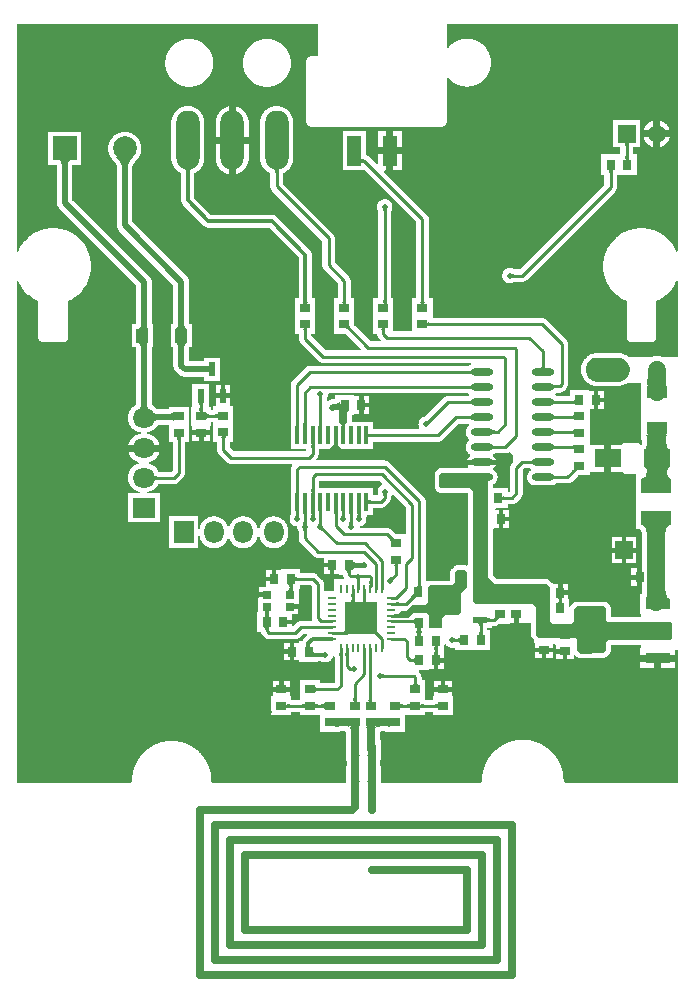
<source format=gtl>
G04*
G04 #@! TF.GenerationSoftware,Altium Limited,Altium Designer,21.0.8 (223)*
G04*
G04 Layer_Physical_Order=1*
G04 Layer_Color=255*
%FSTAX24Y24*%
%MOIN*%
G70*
G04*
G04 #@! TF.SameCoordinates,EFB7B91B-664B-4525-AB40-38F40083A00E*
G04*
G04*
G04 #@! TF.FilePolarity,Positive*
G04*
G01*
G75*
%ADD10C,0.0100*%
%ADD21R,0.0315X0.0354*%
%ADD23R,0.0354X0.0315*%
%ADD24R,0.0827X0.0354*%
%ADD25R,0.0827X0.1260*%
%ADD26R,0.1024X0.0472*%
%ADD27R,0.0591X0.0630*%
%ADD28R,0.0866X0.0591*%
%ADD29R,0.0689X0.0433*%
%ADD30R,0.0394X0.0472*%
%ADD31R,0.0472X0.0984*%
%ADD33R,0.0118X0.0610*%
%ADD35R,0.0110X0.0315*%
%ADD36R,0.0315X0.0110*%
%ADD37O,0.0748X0.0236*%
%ADD38R,0.0453X0.0236*%
%ADD39R,0.0295X0.0276*%
%ADD40R,0.0236X0.0453*%
%ADD68C,0.0256*%
%ADD69O,0.0787X0.1969*%
%ADD70R,0.1063X0.1063*%
%ADD71C,0.0787*%
%ADD72C,0.0200*%
%ADD73C,0.0118*%
%ADD74C,0.0150*%
%ADD75C,0.0591*%
%ADD76O,0.0650X0.0750*%
%ADD77R,0.0650X0.0750*%
%ADD78C,0.0787*%
%ADD79R,0.0787X0.0787*%
%ADD80O,0.0750X0.0650*%
%ADD81R,0.0750X0.0650*%
%ADD82C,0.0591*%
%ADD83R,0.0591X0.0591*%
%ADD84C,0.0197*%
G36*
X024999Y04596D02*
X025001Y045952D01*
X025006Y045946D01*
X025013Y04594D01*
X025021Y045936D01*
X025031Y045932D01*
X025044Y045929D01*
X025058Y045927D01*
X025074Y045926D01*
X025091Y045925D01*
Y045825D01*
X025074Y045825D01*
X025058Y045823D01*
X025044Y045821D01*
X025031Y045818D01*
X025021Y045814D01*
X025013Y04581D01*
X025006Y045804D01*
X025001Y045798D01*
X024999Y045791D01*
X024998Y045782D01*
Y045968D01*
X024999Y04596D01*
D02*
G37*
G36*
X022263Y045587D02*
X022255Y045583D01*
X022248Y045578D01*
X022241Y04557D01*
X022236Y04556D01*
X022231Y045548D01*
X022228Y045534D01*
X022225Y045517D01*
X022224Y045498D01*
X022223Y045477D01*
X022123D01*
X022123Y045498D01*
X022121Y045517D01*
X022119Y045534D01*
X022115Y045548D01*
X022111Y04556D01*
X022105Y04557D01*
X022099Y045578D01*
X022091Y045583D01*
X022083Y045587D01*
X022074Y045588D01*
X022273D01*
X022263Y045587D01*
D02*
G37*
G36*
X019319Y045592D02*
X019309Y045588D01*
X0193Y045581D01*
X019293Y045572D01*
X019286Y04556D01*
X019281Y045545D01*
X019277Y045528D01*
X019274Y045508D01*
X019272Y045485D01*
X019272Y04546D01*
X019154D01*
X019153Y045485D01*
X019151Y045508D01*
X019148Y045528D01*
X019144Y045545D01*
X019139Y04556D01*
X019132Y045572D01*
X019125Y045581D01*
X019116Y045588D01*
X019106Y045592D01*
X019095Y045593D01*
X01933D01*
X019319Y045592D01*
D02*
G37*
G36*
X025842Y044261D02*
X025838Y044256D01*
X025835Y04425D01*
X025833Y044244D01*
X025831Y044237D01*
X025829Y044229D01*
X025828Y044221D01*
X025827Y044212D01*
X025826Y044191D01*
X025726D01*
X025726Y044202D01*
X025724Y044221D01*
X025723Y044229D01*
X025721Y044237D01*
X025719Y044244D01*
X025717Y04425D01*
X025714Y044256D01*
X025711Y044261D01*
X025707Y044265D01*
X025845D01*
X025842Y044261D01*
D02*
G37*
G36*
X023543Y04937D02*
X023354D01*
X023347Y04937D01*
X023339Y04937D01*
X023331Y049369D01*
X023324Y049368D01*
X023316Y049366D01*
X023308Y049365D01*
X023301Y049363D01*
X023293Y04936D01*
X023286Y049358D01*
X023279Y049355D01*
X023272Y049352D01*
X023265Y049349D01*
X023258Y049345D01*
X023251Y049341D01*
X023245Y049337D01*
X023239Y049333D01*
X023232Y049328D01*
X023226Y049323D01*
X023221Y049318D01*
X023215Y049312D01*
X02321Y049307D01*
X023205Y049301D01*
X0232Y049295D01*
X023195Y049289D01*
X023191Y049283D01*
X023186Y049276D01*
X023183Y049269D01*
X023179Y049263D01*
X023176Y049256D01*
X023172Y049249D01*
X02317Y049241D01*
X023167Y049234D01*
X023165Y049227D01*
X023163Y049219D01*
X023161Y049212D01*
X02316Y049204D01*
X023159Y049196D01*
X023158Y049189D01*
X023158Y049181D01*
X023157Y049173D01*
Y047205D01*
X023158Y047197D01*
X023158Y047189D01*
X023159Y047182D01*
X02316Y047174D01*
X023161Y047166D01*
X023163Y047159D01*
X023165Y047151D01*
X023167Y047144D01*
X02317Y047137D01*
X023172Y047129D01*
X023176Y047122D01*
X023179Y047115D01*
X023183Y047109D01*
X023186Y047102D01*
X023191Y047095D01*
X023195Y047089D01*
X0232Y047083D01*
X023205Y047077D01*
X02321Y047071D01*
X023215Y047066D01*
X023221Y04706D01*
X023226Y047055D01*
X023232Y04705D01*
X023239Y047045D01*
X023245Y047041D01*
X023251Y047037D01*
X023258Y047033D01*
X023265Y047029D01*
X023272Y047026D01*
X023279Y047023D01*
X023286Y04702D01*
X023293Y047017D01*
X023301Y047015D01*
X023308Y047013D01*
X023316Y047012D01*
X023324Y04701D01*
X023331Y047009D01*
X023339Y047008D01*
X023347Y047008D01*
X023354Y047008D01*
X027654D01*
X027661Y047008D01*
X027669Y047008D01*
X027677Y047009D01*
X027684Y04701D01*
X027692Y047012D01*
X0277Y047013D01*
X027707Y047015D01*
X027714Y047017D01*
X027722Y04702D01*
X027729Y047023D01*
X027736Y047026D01*
X027743Y047029D01*
X02775Y047033D01*
X027756Y047037D01*
X027763Y047041D01*
X027769Y047045D01*
X027775Y04705D01*
X027781Y047055D01*
X027787Y04706D01*
X027793Y047066D01*
X027798Y047071D01*
X027803Y047077D01*
X027808Y047083D01*
X027813Y047089D01*
X027817Y047095D01*
X027821Y047102D01*
X027825Y047109D01*
X027829Y047115D01*
X027832Y047122D01*
X027835Y047129D01*
X027838Y047137D01*
X027841Y047144D01*
X027843Y047151D01*
X027845Y047159D01*
X027847Y047166D01*
X027848Y047174D01*
X027849Y047182D01*
X02785Y047189D01*
X02785Y047197D01*
X02785Y047205D01*
X02785Y047212D01*
X02785Y047213D01*
X02785Y047213D01*
X02785Y04722D01*
Y048625D01*
X027868Y048636D01*
X0279Y048642D01*
X027903Y048639D01*
X027913Y048627D01*
X027923Y048616D01*
X027934Y048604D01*
X027944Y048593D01*
X027955Y048581D01*
X027967Y04857D01*
X027978Y04856D01*
X02799Y048549D01*
X028001Y048539D01*
X028013Y048529D01*
X028026Y048519D01*
X028038Y048509D01*
X028051Y0485D01*
X028063Y048491D01*
X028076Y048482D01*
X028089Y048474D01*
X028103Y048465D01*
X028116Y048457D01*
X02813Y048449D01*
X028143Y048442D01*
X028157Y048435D01*
X028171Y048428D01*
X028186Y048421D01*
X0282Y048414D01*
X028214Y048408D01*
X028229Y048403D01*
X028243Y048397D01*
X028258Y048392D01*
X028273Y048387D01*
X028288Y048382D01*
X028303Y048378D01*
X028318Y048373D01*
X028333Y04837D01*
X028349Y048366D01*
X028364Y048363D01*
X028379Y04836D01*
X028395Y048357D01*
X02841Y048355D01*
X028426Y048353D01*
X028441Y048351D01*
X028457Y04835D01*
X028473Y048349D01*
X028488Y048348D01*
X028504Y048348D01*
X02852Y048348D01*
X028535Y048348D01*
X028551Y048348D01*
X028567Y048349D01*
X028582Y04835D01*
X028598Y048351D01*
X028613Y048353D01*
X028629Y048355D01*
X028645Y048357D01*
X02866Y04836D01*
X028675Y048363D01*
X028691Y048366D01*
X028706Y04837D01*
X028721Y048373D01*
X028736Y048378D01*
X028751Y048382D01*
X028766Y048387D01*
X028781Y048392D01*
X028796Y048397D01*
X028811Y048403D01*
X028825Y048408D01*
X02884Y048414D01*
X028854Y048421D01*
X028868Y048428D01*
X028882Y048435D01*
X028896Y048442D01*
X02891Y048449D01*
X028923Y048457D01*
X028937Y048465D01*
X02895Y048474D01*
X028963Y048482D01*
X028976Y048491D01*
X028989Y0485D01*
X029001Y048509D01*
X029014Y048519D01*
X029026Y048529D01*
X029038Y048539D01*
X02905Y048549D01*
X029061Y04856D01*
X029073Y04857D01*
X029084Y048581D01*
X029095Y048593D01*
X029106Y048604D01*
X029116Y048616D01*
X029127Y048627D01*
X029137Y048639D01*
X029146Y048652D01*
X029156Y048664D01*
X029165Y048677D01*
X029174Y048689D01*
X029183Y048702D01*
X029192Y048715D01*
X0292Y048729D01*
X029208Y048742D01*
X029216Y048756D01*
X029224Y048769D01*
X029231Y048783D01*
X029238Y048797D01*
X029244Y048812D01*
X029251Y048826D01*
X029257Y04884D01*
X029263Y048855D01*
X029268Y048869D01*
X029274Y048884D01*
X029279Y048899D01*
X029283Y048914D01*
X029288Y048929D01*
X029292Y048944D01*
X029296Y048959D01*
X029299Y048975D01*
X029302Y04899D01*
X029305Y049005D01*
X029308Y049021D01*
X02931Y049036D01*
X029312Y049052D01*
X029314Y049067D01*
X029315Y049083D01*
X029316Y049099D01*
X029317Y049114D01*
X029318Y04913D01*
X029318Y049146D01*
X029318Y049161D01*
X029317Y049177D01*
X029316Y049193D01*
X029315Y049208D01*
X029314Y049224D01*
X029312Y049239D01*
X02931Y049255D01*
X029308Y049271D01*
X029305Y049286D01*
X029302Y049301D01*
X029299Y049317D01*
X029296Y049332D01*
X029292Y049347D01*
X029288Y049362D01*
X029283Y049377D01*
X029279Y049392D01*
X029274Y049407D01*
X029268Y049422D01*
X029263Y049437D01*
X029257Y049451D01*
X029251Y049465D01*
X029244Y04948D01*
X029238Y049494D01*
X029231Y049508D01*
X029224Y049522D01*
X029216Y049536D01*
X029208Y049549D01*
X0292Y049563D01*
X029192Y049576D01*
X029183Y049589D01*
X029174Y049602D01*
X029165Y049615D01*
X029156Y049627D01*
X029146Y04964D01*
X029137Y049652D01*
X029127Y049664D01*
X029116Y049676D01*
X029106Y049687D01*
X029095Y049699D01*
X029084Y04971D01*
X029073Y049721D01*
X029061Y049732D01*
X02905Y049742D01*
X029038Y049753D01*
X029026Y049763D01*
X029014Y049772D01*
X029001Y049782D01*
X028989Y049791D01*
X028976Y0498D01*
X028963Y049809D01*
X02895Y049818D01*
X028937Y049826D01*
X028923Y049834D01*
X02891Y049842D01*
X028896Y04985D01*
X028882Y049857D01*
X028868Y049864D01*
X028854Y04987D01*
X02884Y049877D01*
X028825Y049883D01*
X028811Y049889D01*
X028796Y049894D01*
X028781Y0499D01*
X028766Y049905D01*
X028751Y049909D01*
X028736Y049914D01*
X028721Y049918D01*
X028706Y049922D01*
X028691Y049925D01*
X028675Y049928D01*
X02866Y049931D01*
X028645Y049934D01*
X028629Y049936D01*
X028613Y049938D01*
X028598Y04994D01*
X028582Y049941D01*
X028567Y049942D01*
X028551Y049943D01*
X028535Y049944D01*
X02852Y049944D01*
X028504Y049944D01*
X028488Y049943D01*
X028473Y049942D01*
X028457Y049941D01*
X028441Y04994D01*
X028426Y049938D01*
X02841Y049936D01*
X028395Y049934D01*
X028379Y049931D01*
X028364Y049928D01*
X028349Y049925D01*
X028333Y049922D01*
X028318Y049918D01*
X028303Y049914D01*
X028288Y049909D01*
X028273Y049905D01*
X028258Y0499D01*
X028243Y049894D01*
X028229Y049889D01*
X028214Y049883D01*
X0282Y049877D01*
X028186Y04987D01*
X028171Y049864D01*
X028157Y049857D01*
X028143Y04985D01*
X02813Y049842D01*
X028116Y049834D01*
X028103Y049826D01*
X028089Y049818D01*
X028076Y049809D01*
X028063Y0498D01*
X028051Y049791D01*
X028038Y049782D01*
X028026Y049772D01*
X028013Y049763D01*
X028001Y049753D01*
X02799Y049742D01*
X027978Y049732D01*
X027967Y049721D01*
X027955Y04971D01*
X027944Y049699D01*
X027934Y049687D01*
X027923Y049676D01*
X027913Y049664D01*
X027903Y049652D01*
X0279Y049649D01*
X027868Y049655D01*
X02785Y049667D01*
Y050445D01*
X035551Y050445D01*
Y042853D01*
X035501Y042843D01*
X035472Y042914D01*
X035469Y04292D01*
X035466Y042926D01*
X035463Y042932D01*
X03539Y043058D01*
X035387Y043064D01*
X035383Y043069D01*
X035379Y043075D01*
X03529Y04319D01*
X035286Y043195D01*
X035282Y043201D01*
X035277Y043206D01*
X035174Y043308D01*
X035169Y043313D01*
X035164Y043318D01*
X035159Y043322D01*
X035043Y04341D01*
X035038Y043414D01*
X035032Y043418D01*
X035026Y043422D01*
X034901Y043494D01*
X034898Y043496D01*
X034894Y043498D01*
X034888Y043501D01*
X034882Y043503D01*
X034748Y043559D01*
X034741Y043562D01*
X034735Y043564D01*
X034728Y043566D01*
X034588Y043603D01*
X034581Y043605D01*
X034575Y043606D01*
X034568Y043607D01*
X034424Y043626D01*
X034417Y043627D01*
X03441Y043627D01*
X034403Y043628D01*
X034258D01*
X034251Y043627D01*
X034244Y043627D01*
X034238Y043626D01*
X034094Y043607D01*
X034087Y043606D01*
X03408Y043605D01*
X034073Y043603D01*
X033933Y043566D01*
X033926Y043564D01*
X03392Y043562D01*
X033917Y04356D01*
X033914Y043559D01*
X033779Y043503D01*
X033773Y043501D01*
X033767Y043498D01*
X033761Y043494D01*
X033635Y043422D01*
X033629Y043418D01*
X033624Y043414D01*
X033618Y04341D01*
X033503Y043322D01*
X033497Y043318D01*
X033492Y043313D01*
X033487Y043308D01*
X033385Y043206D01*
X03338Y043201D01*
X033375Y043195D01*
X033371Y04319D01*
X033283Y043075D01*
X033279Y043069D01*
X033275Y043064D01*
X033271Y043058D01*
X033199Y042932D01*
X033197Y04293D01*
X033195Y042926D01*
X033192Y04292D01*
X033189Y042914D01*
X033134Y042779D01*
X033131Y042773D01*
X033129Y042766D01*
X033127Y04276D01*
X03309Y04262D01*
X033088Y042613D01*
X033087Y042606D01*
X033086Y042599D01*
X033067Y042455D01*
X033066Y042449D01*
X033066Y042442D01*
X033065Y042435D01*
Y042275D01*
X033065Y042272D01*
X033065Y04227D01*
X033065Y042269D01*
X033066Y042268D01*
X033066Y042266D01*
X033066Y042263D01*
X033066Y042262D01*
X033066Y042261D01*
X033066Y042259D01*
X033066Y042257D01*
X033067Y042255D01*
X033067Y042254D01*
X033067Y042252D01*
X033067Y04225D01*
X033095Y042077D01*
X033095Y042075D01*
X033096Y042073D01*
X033096Y042071D01*
X033096Y04207D01*
X033097Y042068D01*
X033097Y042066D01*
X033097Y042065D01*
X033098Y042063D01*
X033098Y042061D01*
X033099Y042059D01*
X033099Y042058D01*
X033099Y042057D01*
X0331Y042055D01*
X033101Y042053D01*
X033155Y041886D01*
X033156Y041884D01*
X033156Y041882D01*
X033157Y041881D01*
X033157Y04188D01*
X033158Y041878D01*
X033159Y041876D01*
X033159Y041874D01*
X03316Y041873D01*
X033161Y041871D01*
X033162Y041869D01*
X033162Y041868D01*
X033163Y041867D01*
X033164Y041865D01*
X033165Y041863D01*
X033245Y041707D01*
X033246Y041705D01*
X033247Y041703D01*
X033247Y041702D01*
X033248Y041701D01*
X033249Y041699D01*
X03325Y041697D01*
X033251Y041696D01*
X033251Y041695D01*
X033253Y041693D01*
X033254Y041692D01*
X033254Y041691D01*
X033255Y041689D01*
X033256Y041688D01*
X033258Y041686D01*
X033361Y041545D01*
X033362Y041543D01*
X033364Y041541D01*
X033364Y04154D01*
X033365Y041539D01*
X033367Y041537D01*
X033368Y041536D01*
X033369Y041535D01*
X03337Y041534D01*
X033371Y041532D01*
X033372Y041531D01*
X033373Y04153D01*
X033374Y041529D01*
X033376Y041527D01*
X033377Y041526D01*
X033502Y041402D01*
X033503Y041401D01*
X033505Y041399D01*
X033506Y041398D01*
X033507Y041398D01*
X033508Y041396D01*
X03351Y041395D01*
X033511Y041394D01*
X033512Y041393D01*
X033514Y041392D01*
X033515Y04139D01*
X033516Y04139D01*
X033517Y041389D01*
X033519Y041388D01*
X033521Y041386D01*
X033663Y041284D01*
X033665Y041283D01*
X033666Y041281D01*
X033667Y041281D01*
X033669Y04128D01*
X03367Y041279D01*
X033672Y041278D01*
X033673Y041277D01*
X033674Y041276D01*
X033676Y041275D01*
X033678Y041274D01*
X033679Y041274D01*
X03368Y041273D01*
X033682Y041272D01*
X033684Y041271D01*
X033837Y041194D01*
Y04D01*
X033837Y04D01*
X033837Y039999D01*
X033837Y039996D01*
X033838Y039994D01*
X033838Y039993D01*
X033838Y039993D01*
X033838Y03999D01*
X033838Y039987D01*
X033838Y039986D01*
X033838Y039986D01*
X033838Y039983D01*
X033839Y039981D01*
X033839Y039978D01*
X03384Y03997D01*
X033841Y039963D01*
X033843Y039956D01*
X033845Y039948D01*
X033847Y039941D01*
X03385Y039934D01*
X033853Y039927D01*
X033856Y03992D01*
X03386Y039914D01*
X033863Y039907D01*
X033867Y039901D01*
X033871Y039895D01*
X033876Y039889D01*
X033881Y039883D01*
X033886Y039877D01*
X033891Y039872D01*
X033896Y039866D01*
X033902Y039861D01*
X033908Y039857D01*
X033914Y039852D01*
X03392Y039848D01*
X033926Y039844D01*
X033933Y03984D01*
X03394Y039837D01*
X033947Y039834D01*
X033953Y039831D01*
X033961Y039828D01*
X033968Y039826D01*
X033975Y039824D01*
X033982Y039822D01*
X03399Y039821D01*
X033997Y03982D01*
X034005Y039819D01*
X034012Y039818D01*
X03402Y039818D01*
X034643D01*
X034644Y039818D01*
X034647Y039818D01*
X03465Y039818D01*
X03465Y039818D01*
X034651Y039818D01*
X034654Y039818D01*
X034656Y039818D01*
X034657Y039818D01*
X034657Y039818D01*
X03466Y039819D01*
X034663Y039819D01*
X034664Y039819D01*
X034664Y039819D01*
X034667Y039819D01*
X034669Y039819D01*
X034672Y03982D01*
X03468Y039821D01*
X034687Y039822D01*
X034694Y039824D01*
X034702Y039826D01*
X034709Y039828D01*
X034716Y039831D01*
X034723Y039834D01*
X03473Y039837D01*
X034736Y03984D01*
X034743Y039844D01*
X034749Y039848D01*
X034755Y039852D01*
X034761Y039857D01*
X034767Y039861D01*
X034773Y039866D01*
X034778Y039872D01*
X034784Y039877D01*
X034789Y039883D01*
X034793Y039889D01*
X034798Y039895D01*
X034802Y039901D01*
X034806Y039907D01*
X03481Y039914D01*
X034813Y03992D01*
X034816Y039927D01*
X034819Y039934D01*
X034822Y039941D01*
X034824Y039948D01*
X034826Y039956D01*
X034828Y039963D01*
X034829Y03997D01*
X03483Y039978D01*
X034831Y039981D01*
X034831Y039987D01*
X034832Y039994D01*
X034832Y04D01*
Y041197D01*
X034984Y041275D01*
X034986Y041276D01*
X034988Y041277D01*
X034989Y041278D01*
X03499Y041278D01*
X034992Y041279D01*
X034994Y04128D01*
X034995Y041281D01*
X034996Y041282D01*
X034998Y041283D01*
X034999Y041284D01*
X035Y041285D01*
X035002Y041286D01*
X035003Y041287D01*
X035005Y041288D01*
X035146Y04139D01*
X035147Y041392D01*
X035149Y041393D01*
X03515Y041394D01*
X035151Y041395D01*
X035153Y041396D01*
X035154Y041397D01*
X035156Y041398D01*
X035157Y041399D01*
X035158Y0414D01*
X03516Y041402D01*
X035161Y041403D01*
X035162Y041404D01*
X035163Y041405D01*
X035165Y041407D01*
X035288Y04153D01*
X035289Y041531D01*
X035291Y041533D01*
X035291Y041534D01*
X035292Y041535D01*
X035294Y041536D01*
X035295Y041538D01*
X035296Y041539D01*
X035297Y04154D01*
X035298Y041542D01*
X0353Y041543D01*
X0353Y041544D01*
X035301Y041545D01*
X035302Y041547D01*
X035304Y041549D01*
X035406Y04169D01*
X035407Y041691D01*
X035408Y041693D01*
X035409Y041694D01*
X03541Y041695D01*
X035411Y041697D01*
X035412Y041699D01*
X035413Y0417D01*
X035414Y041701D01*
X035415Y041703D01*
X035416Y041705D01*
X035416Y041706D01*
X035417Y041707D01*
X035418Y041709D01*
X035419Y041711D01*
X035498Y041866D01*
X035499Y041868D01*
X0355Y04187D01*
X0355Y041871D01*
X035501Y041872D01*
X035502Y041874D01*
X035503Y041876D01*
X035503Y041877D01*
X035504Y041878D01*
X035504Y04188D01*
X035551Y041863D01*
Y039331D01*
X035025D01*
X035016Y039335D01*
X035005Y039339D01*
X034994Y039343D01*
X034983Y039347D01*
X034971Y03935D01*
X03496Y039354D01*
X034948Y039357D01*
X034937Y039359D01*
X034925Y039362D01*
X034914Y039364D01*
X034902Y039365D01*
X03489Y039367D01*
X034878Y039368D01*
X034866Y039368D01*
X034855Y039369D01*
X034843Y039369D01*
X034831Y039369D01*
X034819Y039368D01*
X034807Y039368D01*
X034795Y039367D01*
X034784Y039365D01*
X034772Y039364D01*
X03476Y039362D01*
X034749Y039359D01*
X034737Y039357D01*
X034725Y039354D01*
X034714Y03935D01*
X034703Y039347D01*
X034692Y039343D01*
X03468Y039339D01*
X034669Y039335D01*
X03466Y039331D01*
X033907D01*
X033904Y039334D01*
X033903Y039335D01*
X033902Y039336D01*
X033901Y039337D01*
X033899Y039338D01*
X033898Y03934D01*
X033897Y039341D01*
X033896Y039342D01*
X033894Y039343D01*
X033893Y039344D01*
X033892Y039345D01*
X03389Y039346D01*
X033889Y039347D01*
X033887Y039348D01*
X033886Y039349D01*
X033885Y03935D01*
X033883Y039351D01*
X033882Y039352D01*
X03388Y039353D01*
X033816Y039396D01*
X033815Y039397D01*
X033813Y039398D01*
X033812Y039399D01*
X03381Y0394D01*
X033809Y039401D01*
X033807Y039402D01*
X033806Y039403D01*
X033804Y039403D01*
X033803Y039404D01*
X033801Y039405D01*
X0338Y039406D01*
X033798Y039407D01*
X033797Y039407D01*
X033795Y039408D01*
X033793Y039409D01*
X033792Y039409D01*
X03379Y03941D01*
X033789Y039411D01*
X033717Y039441D01*
X033715Y039441D01*
X033714Y039442D01*
X033712Y039442D01*
X033711Y039443D01*
X033709Y039444D01*
X033707Y039444D01*
X033706Y039445D01*
X033704Y039445D01*
X033702Y039446D01*
X033701Y039446D01*
X033699Y039447D01*
X033698Y039447D01*
X033696Y039448D01*
X033694Y039448D01*
X033693Y039448D01*
X033691Y039449D01*
X033689Y039449D01*
X033688Y03945D01*
X033611Y039465D01*
X03361Y039465D01*
X033608Y039465D01*
X033606Y039466D01*
X033605Y039466D01*
X033603Y039466D01*
X033601Y039466D01*
X0336Y039467D01*
X033598Y039467D01*
X033596Y039467D01*
X033594Y039467D01*
X033593Y039467D01*
X033591Y039467D01*
X033589Y039467D01*
X033588Y039468D01*
X033586Y039468D01*
X033584Y039468D01*
X033582D01*
X033581Y039468D01*
X032821D01*
X032814Y039468D01*
X032807Y039467D01*
X032801Y039466D01*
X032794Y039465D01*
X032787Y039464D01*
X03278Y039462D01*
X03278Y039462D01*
X03268Y039435D01*
X032674Y039434D01*
X032667Y039431D01*
X032661Y039429D01*
X032654Y039426D01*
X032648Y039423D01*
X032642Y03942D01*
X032552Y039368D01*
X032547Y039364D01*
X032541Y03936D01*
X032535Y039356D01*
X03253Y039352D01*
X032525Y039348D01*
X03252Y039343D01*
X03252Y039343D01*
X032446Y03927D01*
X032446Y03927D01*
X032442Y039265D01*
X032437Y039259D01*
X032433Y039254D01*
X032429Y039248D01*
X032425Y039243D01*
X032421Y039237D01*
X032421Y039237D01*
X03237Y039147D01*
X032366Y039141D01*
X032363Y039135D01*
X03236Y039129D01*
X032358Y039122D01*
X032356Y039116D01*
X032354Y039109D01*
X032327Y039009D01*
X032325Y039002D01*
X032324Y038995D01*
X032323Y038989D01*
X032322Y038982D01*
X032322Y038975D01*
X032322Y038968D01*
Y038864D01*
X032322Y038858D01*
X032322Y038851D01*
X032323Y038844D01*
X032324Y038837D01*
X032325Y03883D01*
X032327Y038824D01*
X032354Y038724D01*
X032356Y038717D01*
X032358Y03871D01*
X03236Y038704D01*
X032363Y038698D01*
X032366Y038692D01*
X03237Y038686D01*
X032421Y038596D01*
X032425Y03859D01*
X032429Y038584D01*
X032433Y038579D01*
X032437Y038573D01*
X032442Y038568D01*
X032446Y038563D01*
X032446Y038563D01*
X03252Y03849D01*
X03252Y03849D01*
X032525Y038485D01*
X03253Y03848D01*
X032535Y038476D01*
X032541Y038472D01*
X032547Y038468D01*
X032552Y038465D01*
X032552Y038465D01*
X032642Y038413D01*
X032648Y03841D01*
X032654Y038407D01*
X032661Y038404D01*
X032667Y038401D01*
X032674Y038399D01*
X03268Y038397D01*
X03278Y03837D01*
X032787Y038369D01*
X032794Y038367D01*
X032801Y038366D01*
X032807Y038366D01*
X032814Y038365D01*
X032821Y038365D01*
X033581D01*
X033582Y038365D01*
X033584D01*
X033586Y038365D01*
X033588Y038365D01*
X033589Y038365D01*
X033591Y038365D01*
X033593Y038365D01*
X033594Y038366D01*
X033596Y038366D01*
X033598Y038366D01*
X0336Y038366D01*
X033601Y038366D01*
X033603Y038367D01*
X033605Y038367D01*
X033606Y038367D01*
X033608Y038367D01*
X03361Y038368D01*
X033611Y038368D01*
X033688Y038383D01*
X033689Y038383D01*
X033691Y038384D01*
X033693Y038384D01*
X033694Y038385D01*
X033696Y038385D01*
X033698Y038385D01*
X033699Y038386D01*
X033701Y038386D01*
X033703Y038387D01*
X033704Y038387D01*
X033706Y038388D01*
X033707Y038388D01*
X033709Y038389D01*
X033711Y03839D01*
X033712Y03839D01*
X033714Y038391D01*
X033715Y038391D01*
X033717Y038392D01*
X033789Y038422D01*
X03379Y038422D01*
X033792Y038423D01*
X033793Y038424D01*
X033795Y038425D01*
X033797Y038425D01*
X033798Y038426D01*
X0338Y038427D01*
X033801Y038428D01*
X033803Y038428D01*
X033804Y038429D01*
X033806Y03843D01*
X033807Y038431D01*
X033809Y038432D01*
X03381Y038433D01*
X033812Y038434D01*
X033813Y038434D01*
X033815Y038435D01*
X033816Y038436D01*
X033852Y038461D01*
X034334D01*
Y037835D01*
X034315Y037835D01*
Y037311D01*
X034334Y037292D01*
Y036577D01*
X034361D01*
X034367Y03649D01*
X034366Y036485D01*
X034358Y036431D01*
X034354Y036413D01*
X034287D01*
X034236Y036465D01*
X033736Y03648D01*
X033669Y036413D01*
X033327D01*
Y035961D01*
Y035508D01*
X033697D01*
X033783Y035421D01*
X03415D01*
Y034651D01*
X034154D01*
Y034375D01*
X03415D01*
Y033588D01*
X0343D01*
X034309Y033575D01*
X034322Y033544D01*
X034337Y033496D01*
X034349Y033435D01*
X03436Y033308D01*
Y032897D01*
X03436Y032894D01*
Y032288D01*
X034353D01*
Y031993D01*
Y031677D01*
X034368Y031662D01*
X034366Y031578D01*
X034356Y031446D01*
X034355Y03144D01*
X034301D01*
Y03077D01*
X034307D01*
Y030652D01*
X033317D01*
Y030948D01*
X033317Y030954D01*
X033316Y030961D01*
X033316Y030968D01*
X033315Y030975D01*
X033313Y030982D01*
X033312Y030988D01*
X03331Y030995D01*
X033308Y031001D01*
X033305Y031008D01*
X033302Y031014D01*
X033299Y03102D01*
X033296Y031026D01*
X033292Y031032D01*
X033289Y031038D01*
X033284Y031043D01*
X03328Y031049D01*
X033276Y031054D01*
X033271Y031059D01*
X033195Y031135D01*
X03319Y031139D01*
X033185Y031144D01*
X03318Y031148D01*
X033174Y031152D01*
X033169Y031156D01*
X033163Y03116D01*
X033157Y031163D01*
X03315Y031166D01*
X033144Y031169D01*
X033138Y031171D01*
X033131Y031173D01*
X033125Y031175D01*
X033118Y031177D01*
X033111Y031178D01*
X033104Y031179D01*
X033098Y03118D01*
X033091Y031181D01*
X033084Y031181D01*
X032172D01*
X032165Y031181D01*
X032158Y03118D01*
X032152Y031179D01*
X032145Y031178D01*
X032138Y031177D01*
X032131Y031175D01*
X032125Y031173D01*
X032118Y031171D01*
X032112Y031169D01*
X032106Y031166D01*
X032099Y031163D01*
X032093Y03116D01*
X032088Y031156D01*
X032082Y031152D01*
X032076Y031148D01*
X032071Y031144D01*
X032066Y031139D01*
X032061Y031135D01*
X031985Y031059D01*
X03198Y031054D01*
X031976Y031049D01*
X031972Y031043D01*
X031968Y031038D01*
X031964Y031032D01*
X03196Y031026D01*
X031957Y03102D01*
X031954Y031014D01*
X031906Y031029D01*
Y03126D01*
X031901D01*
Y031401D01*
X031626D01*
Y03148D01*
X031547D01*
Y031775D01*
X03139D01*
Y031815D01*
X031333D01*
X031261Y031887D01*
X031256Y031892D01*
X031251Y031896D01*
X031246Y031901D01*
X03124Y031905D01*
X031234Y031908D01*
X031228Y031912D01*
X031222Y031915D01*
X031216Y031918D01*
X03121Y031921D01*
X031203Y031924D01*
X031197Y031926D01*
X03119Y031928D01*
X031184Y031929D01*
X031177Y031931D01*
X03117Y031932D01*
X031163Y031933D01*
X031156Y031933D01*
X03115Y031933D01*
X029502D01*
X029386Y03205D01*
Y033598D01*
X029413D01*
Y033637D01*
X02957D01*
Y033932D01*
Y034227D01*
X029448D01*
X029442Y034233D01*
X029438Y034249D01*
X029476Y034292D01*
X029877D01*
Y03442D01*
X030006D01*
X030014Y03442D01*
X030022Y03442D01*
X030029Y034421D01*
X030037Y034422D01*
X030045Y034423D01*
X030052Y034425D01*
X03006Y034427D01*
X030067Y034429D01*
X030075Y034431D01*
X030082Y034434D01*
X030089Y034437D01*
X030096Y03444D01*
X030103Y034444D01*
X03011Y034447D01*
X030117Y034451D01*
X030123Y034456D01*
X030129Y03446D01*
X030136Y034465D01*
X030142Y03447D01*
X030147Y034475D01*
X030153Y03448D01*
X030313Y03464D01*
X030318Y034646D01*
X030324Y034652D01*
X030329Y034658D01*
X030333Y034664D01*
X030338Y03467D01*
X030342Y034677D01*
X030346Y034683D01*
X03035Y03469D01*
X030353Y034697D01*
X030356Y034704D01*
X030359Y034711D01*
X030362Y034719D01*
X030365Y034726D01*
X030367Y034733D01*
X030369Y034741D01*
X03037Y034749D01*
X030371Y034756D01*
X030372Y034764D01*
X030373Y034772D01*
X030374Y034779D01*
X030374Y034787D01*
Y035561D01*
X030431Y035618D01*
X03059D01*
X030613Y035618D01*
X030617Y035618D01*
X030622Y035613D01*
X030629Y035607D01*
X030631Y035606D01*
X030636Y035595D01*
X030638Y035585D01*
Y035567D01*
X030636Y035556D01*
X030631Y035546D01*
X030629Y035545D01*
X030622Y035539D01*
X030615Y035533D01*
X030609Y035527D01*
X030602Y035521D01*
X030596Y035514D01*
X03059Y035508D01*
X030584Y035501D01*
X030579Y035494D01*
X030573Y035486D01*
X030568Y035479D01*
X030563Y035471D01*
X030559Y035464D01*
X030554Y035456D01*
X03055Y035448D01*
X030546Y03544D01*
X030543Y035431D01*
X030539Y035423D01*
X030536Y035415D01*
X030533Y035406D01*
X030531Y035397D01*
X030529Y035389D01*
X030527Y03538D01*
X030525Y035371D01*
X030524Y035362D01*
X030523Y035353D01*
X030522Y035344D01*
X030522Y035335D01*
X030522Y035326D01*
X030522Y035317D01*
X030522Y035308D01*
X030523Y035299D01*
X030524Y03529D01*
X030525Y035281D01*
X030527Y035272D01*
X030529Y035263D01*
X030531Y035255D01*
X030533Y035246D01*
X030536Y035237D01*
X030539Y035229D01*
X030543Y03522D01*
X030546Y035212D01*
X03055Y035204D01*
X030554Y035196D01*
X030559Y035188D01*
X030563Y03518D01*
X030568Y035173D01*
X030573Y035165D01*
X030579Y035158D01*
X030584Y035151D01*
X03059Y035144D01*
X030596Y035138D01*
X030602Y035131D01*
X030609Y035125D01*
X030615Y035119D01*
X030622Y035113D01*
X030629Y035107D01*
X030637Y035102D01*
X030644Y035097D01*
X030652Y035092D01*
X030659Y035087D01*
X030667Y035083D01*
X030675Y035079D01*
X030683Y035075D01*
X030692Y035071D01*
X0307Y035068D01*
X030709Y035065D01*
X030717Y035062D01*
X030726Y03506D01*
X030735Y035057D01*
X030743Y035056D01*
X030752Y035054D01*
X030761Y035053D01*
X03077Y035052D01*
X030779Y035051D01*
X030788Y03505D01*
X030797Y03505D01*
X031309D01*
X031318Y03505D01*
X031327Y035051D01*
X031336Y035052D01*
X031345Y035053D01*
X031354Y035054D01*
X031363Y035056D01*
X031372Y035057D01*
X03138Y03506D01*
X031389Y035062D01*
X031398Y035065D01*
X031406Y035068D01*
X031414Y035071D01*
X031423Y035075D01*
X031431Y035079D01*
X031439Y035083D01*
X031447Y035087D01*
X031455Y035092D01*
X031462Y035097D01*
X03147Y035102D01*
X031477Y035107D01*
X031484Y035113D01*
X031489Y035118D01*
X031495Y035118D01*
X031516Y035118D01*
X031863D01*
X031871Y035119D01*
X031878Y035119D01*
X031886Y03512D01*
X031894Y035121D01*
X031902Y035122D01*
X031909Y035124D01*
X031917Y035125D01*
X031924Y035128D01*
X031931Y03513D01*
X031939Y035133D01*
X031946Y035136D01*
X031953Y035139D01*
X03196Y035142D01*
X031967Y035146D01*
X031973Y03515D01*
X03198Y035154D01*
X031986Y035159D01*
X031992Y035164D01*
X031998Y035169D01*
X032004Y035174D01*
X03201Y035179D01*
X032203Y035372D01*
X03223Y035398D01*
X032604D01*
Y035464D01*
X032618Y035508D01*
X033091D01*
Y035961D01*
Y036413D01*
X032618D01*
X032604Y036458D01*
Y037037D01*
Y037605D01*
X032742D01*
Y037901D01*
Y038196D01*
X032584D01*
Y038235D01*
X031954D01*
Y038033D01*
X031516D01*
X031493Y038034D01*
X03149Y038034D01*
X031484Y038039D01*
X031477Y038045D01*
X031475Y038046D01*
X03147Y038056D01*
X031468Y038067D01*
Y038085D01*
X03147Y038095D01*
X031475Y038106D01*
X031477Y038107D01*
X031484Y038113D01*
X031491Y038119D01*
X031497Y038125D01*
X031504Y038131D01*
X03151Y038138D01*
X031516Y038144D01*
X031516Y038144D01*
X031525Y038144D01*
X031604D01*
X031612Y038145D01*
X031619Y038145D01*
X031627Y038146D01*
X031635Y038147D01*
X031643Y038148D01*
X03165Y03815D01*
X031658Y038152D01*
X031665Y038154D01*
X031672Y038156D01*
X03168Y038159D01*
X031687Y038162D01*
X031694Y038165D01*
X031701Y038169D01*
X031708Y038172D01*
X031714Y038176D01*
X031721Y038181D01*
X031727Y038185D01*
X031733Y03819D01*
X031739Y038195D01*
X031745Y0382D01*
X031751Y038205D01*
X031818Y038273D01*
X031823Y038278D01*
X031829Y038284D01*
X031834Y03829D01*
X031838Y038296D01*
X031843Y038302D01*
X031847Y038309D01*
X031851Y038316D01*
X031855Y038322D01*
X031858Y038329D01*
X031861Y038336D01*
X031864Y038343D01*
X031867Y038351D01*
X03187Y038358D01*
X031872Y038366D01*
X031874Y038373D01*
X031875Y038381D01*
X031876Y038388D01*
X031877Y038396D01*
X031878Y038404D01*
X031879Y038412D01*
X031879Y038419D01*
Y039774D01*
X031879Y039781D01*
X031878Y039789D01*
X031877Y039797D01*
X031876Y039805D01*
X031875Y039812D01*
X031874Y03982D01*
X031872Y039827D01*
X03187Y039835D01*
X031867Y039842D01*
X031864Y039849D01*
X031861Y039857D01*
X031858Y039864D01*
X031855Y039871D01*
X031851Y039877D01*
X031847Y039884D01*
X031843Y039891D01*
X031838Y039897D01*
X031834Y039903D01*
X031829Y039909D01*
X031823Y039915D01*
X031818Y03992D01*
X031165Y040574D01*
X031159Y040579D01*
X031153Y040584D01*
X031147Y040589D01*
X031141Y040594D01*
X031135Y040598D01*
X031129Y040602D01*
X031122Y040606D01*
X031115Y04061D01*
X031108Y040614D01*
X031101Y040617D01*
X031094Y04062D01*
X031087Y040623D01*
X031079Y040625D01*
X031072Y040627D01*
X031064Y040629D01*
X031057Y040631D01*
X031049Y040632D01*
X031041Y040633D01*
X031034Y040634D01*
X031026Y040634D01*
X031018Y040634D01*
X02737D01*
Y041293D01*
X027243D01*
Y043931D01*
X027243Y043939D01*
X027242Y043947D01*
X027242Y043954D01*
X027241Y043962D01*
X027239Y04397D01*
X027238Y043977D01*
X027236Y043985D01*
X027234Y043992D01*
X027231Y044D01*
X027229Y044007D01*
X027226Y044014D01*
X027222Y044021D01*
X027219Y044028D01*
X027215Y044035D01*
X027211Y044042D01*
X027207Y044048D01*
X027202Y044054D01*
X027198Y04406D01*
X027193Y044066D01*
X027188Y044072D01*
X027182Y044078D01*
X025753Y045507D01*
X025772Y045553D01*
X025827D01*
Y046085D01*
X025551D01*
Y045774D01*
X025505Y045755D01*
X025238Y046022D01*
X025233Y046027D01*
X025227Y046032D01*
X025221Y046037D01*
X025215Y046042D01*
X025208Y046047D01*
X025202Y046051D01*
X025195Y046055D01*
X025188Y046059D01*
X025181Y046062D01*
X025174Y046065D01*
X025167Y046068D01*
X02516Y046071D01*
X025157Y046072D01*
Y046852D01*
X02437D01*
Y045553D01*
X02512D01*
X026828Y043845D01*
Y041293D01*
X026701D01*
Y040663D01*
Y040184D01*
X026067D01*
Y040663D01*
Y041293D01*
X025984D01*
Y044185D01*
X025985Y044187D01*
X02599Y044195D01*
X025995Y044202D01*
X025999Y04421D01*
X026003Y044217D01*
X026007Y044225D01*
X026011Y044233D01*
X026014Y044241D01*
X026017Y044249D01*
X02602Y044258D01*
X026023Y044266D01*
X026025Y044274D01*
X026027Y044283D01*
X026028Y044292D01*
X02603Y0443D01*
X026031Y044309D01*
X026032Y044318D01*
X026032Y044326D01*
X026032Y044335D01*
X026032Y044344D01*
X026032Y044352D01*
X026031Y044361D01*
X02603Y04437D01*
X026028Y044378D01*
X026027Y044387D01*
X026025Y044396D01*
X026023Y044404D01*
X02602Y044412D01*
X026017Y044421D01*
X026014Y044429D01*
X026011Y044437D01*
X026007Y044445D01*
X026003Y044453D01*
X025999Y04446D01*
X025995Y044468D01*
X02599Y044475D01*
X025985Y044483D01*
X02598Y04449D01*
X025975Y044497D01*
X025969Y044503D01*
X025963Y04451D01*
X025957Y044516D01*
X025951Y044522D01*
X025944Y044528D01*
X025938Y044534D01*
X025931Y044539D01*
X025924Y044544D01*
X025917Y044549D01*
X025909Y044554D01*
X025902Y044558D01*
X025894Y044562D01*
X025886Y044566D01*
X025878Y04457D01*
X02587Y044573D01*
X025862Y044576D01*
X025854Y044579D01*
X025845Y044581D01*
X025837Y044584D01*
X025828Y044586D01*
X02582Y044587D01*
X025811Y044589D01*
X025802Y04459D01*
X025794Y04459D01*
X025785Y044591D01*
X025776Y044591D01*
X025767Y044591D01*
X025759Y04459D01*
X02575Y04459D01*
X025741Y044589D01*
X025733Y044587D01*
X025724Y044586D01*
X025716Y044584D01*
X025707Y044581D01*
X025699Y044579D01*
X02569Y044576D01*
X025682Y044573D01*
X025674Y04457D01*
X025666Y044566D01*
X025658Y044562D01*
X025651Y044558D01*
X025643Y044554D01*
X025636Y044549D01*
X025629Y044544D01*
X025622Y044539D01*
X025615Y044534D01*
X025608Y044528D01*
X025602Y044522D01*
X025595Y044516D01*
X025589Y04451D01*
X025583Y044503D01*
X025578Y044497D01*
X025572Y04449D01*
X025567Y044483D01*
X025562Y044475D01*
X025558Y044468D01*
X025553Y04446D01*
X025549Y044453D01*
X025545Y044445D01*
X025541Y044437D01*
X025538Y044429D01*
X025535Y044421D01*
X025532Y044412D01*
X02553Y044404D01*
X025528Y044396D01*
X025526Y044387D01*
X025524Y044378D01*
X025523Y04437D01*
X025522Y044361D01*
X025521Y044352D01*
X02552Y044344D01*
X02552Y044335D01*
X02552Y044326D01*
X025521Y044318D01*
X025522Y044309D01*
X025523Y0443D01*
X025524Y044292D01*
X025526Y044283D01*
X025528Y044274D01*
X02553Y044266D01*
X025532Y044258D01*
X025535Y044249D01*
X025538Y044241D01*
X025541Y044233D01*
X025545Y044225D01*
X025549Y044217D01*
X025553Y04421D01*
X025558Y044202D01*
X025562Y044195D01*
X025567Y044187D01*
X025569Y044185D01*
Y041293D01*
X025398D01*
Y040663D01*
Y040112D01*
X025525D01*
Y040102D01*
X025525Y040095D01*
X025525Y040087D01*
X025526Y040079D01*
X025527Y040071D01*
X025528Y040064D01*
X02553Y040056D01*
X025532Y040049D01*
X025534Y040041D01*
X025536Y040034D01*
X025539Y040027D01*
X025542Y040019D01*
X025545Y040012D01*
X025549Y040005D01*
X025553Y039999D01*
X025557Y039992D01*
X025561Y039985D01*
X025565Y039979D01*
X02557Y039973D01*
X025575Y039967D01*
X02558Y039961D01*
X025586Y039956D01*
X025643Y039898D01*
X025624Y039852D01*
X025317D01*
X024789Y04038D01*
X024764Y040407D01*
Y040663D01*
Y041293D01*
X024637D01*
Y041871D01*
X024636Y041879D01*
X024636Y041887D01*
X024635Y041894D01*
X024634Y041902D01*
X024633Y04191D01*
X024631Y041917D01*
X02463Y041925D01*
X024627Y041932D01*
X024625Y04194D01*
X024622Y041947D01*
X024619Y041954D01*
X024616Y041961D01*
X024613Y041968D01*
X024609Y041975D01*
X024605Y041982D01*
X024601Y041988D01*
X024596Y041994D01*
X024591Y042001D01*
X024586Y042007D01*
X024581Y042012D01*
X024576Y042018D01*
X024113Y042481D01*
Y043288D01*
X024113Y043296D01*
X024112Y043304D01*
X024112Y043311D01*
X024111Y043319D01*
X024109Y043327D01*
X024108Y043334D01*
X024106Y043342D01*
X024104Y043349D01*
X024101Y043357D01*
X024099Y043364D01*
X024096Y043371D01*
X024092Y043378D01*
X024089Y043385D01*
X024085Y043392D01*
X024081Y043399D01*
X024077Y043405D01*
X024072Y043411D01*
X024068Y043418D01*
X024063Y043424D01*
X024058Y043429D01*
X024052Y043435D01*
X022381Y045106D01*
Y045456D01*
X022384Y045457D01*
X022396Y045462D01*
X022407Y045468D01*
X022419Y045473D01*
X02243Y045479D01*
X022441Y045485D01*
X022453Y045491D01*
X022463Y045498D01*
X022474Y045505D01*
X022485Y045512D01*
X022495Y045519D01*
X022505Y045527D01*
X022515Y045534D01*
X022525Y045542D01*
X022535Y045551D01*
X022545Y045559D01*
X022554Y045568D01*
X022563Y045577D01*
X022572Y045586D01*
X022581Y045595D01*
X022589Y045605D01*
X022597Y045614D01*
X022605Y045624D01*
X022613Y045634D01*
X022621Y045645D01*
X022628Y045655D01*
X022635Y045666D01*
X022642Y045676D01*
X022648Y045687D01*
X022655Y045698D01*
X022661Y04571D01*
X022667Y045721D01*
X022672Y045732D01*
X022677Y045744D01*
X022682Y045756D01*
X022687Y045767D01*
X022692Y045779D01*
X022696Y045791D01*
X0227Y045803D01*
X022703Y045816D01*
X022707Y045828D01*
X02271Y04584D01*
X022713Y045853D01*
X022715Y045865D01*
X022717Y045878D01*
X022719Y04589D01*
X022721Y045903D01*
X022722Y045916D01*
X022723Y045928D01*
X022724Y045941D01*
X022724Y045954D01*
X022724Y045967D01*
Y047148D01*
X022724Y04716D01*
X022724Y047173D01*
X022723Y047186D01*
X022722Y047199D01*
X022721Y047211D01*
X022719Y047224D01*
X022717Y047236D01*
X022715Y047249D01*
X022713Y047261D01*
X02271Y047274D01*
X022707Y047286D01*
X022703Y047298D01*
X0227Y047311D01*
X022696Y047323D01*
X022692Y047335D01*
X022687Y047347D01*
X022682Y047359D01*
X022677Y04737D01*
X022672Y047382D01*
X022667Y047393D01*
X022661Y047405D01*
X022655Y047416D01*
X022648Y047427D01*
X022642Y047438D01*
X022635Y047449D01*
X022628Y047459D01*
X022621Y04747D01*
X022613Y04748D01*
X022605Y04749D01*
X022597Y0475D01*
X022589Y047509D01*
X022581Y047519D01*
X022572Y047528D01*
X022563Y047537D01*
X022554Y047546D01*
X022545Y047555D01*
X022535Y047563D01*
X022525Y047572D01*
X022515Y04758D01*
X022505Y047588D01*
X022495Y047595D01*
X022485Y047602D01*
X022474Y047609D01*
X022463Y047616D01*
X022453Y047623D01*
X022441Y047629D01*
X02243Y047635D01*
X022419Y047641D01*
X022407Y047647D01*
X022396Y047652D01*
X022384Y047657D01*
X022372Y047662D01*
X02236Y047666D01*
X022348Y04767D01*
X022336Y047674D01*
X022324Y047678D01*
X022312Y047681D01*
X022299Y047684D01*
X022287Y047687D01*
X022275Y047689D01*
X022262Y047692D01*
X022249Y047694D01*
X022237Y047695D01*
X022224Y047697D01*
X022211Y047698D01*
X022199Y047698D01*
X022186Y047699D01*
X022173Y047699D01*
X02216Y047699D01*
X022148Y047698D01*
X022135Y047698D01*
X022122Y047697D01*
X02211Y047695D01*
X022097Y047694D01*
X022084Y047692D01*
X022072Y047689D01*
X022059Y047687D01*
X022047Y047684D01*
X022035Y047681D01*
X022022Y047678D01*
X02201Y047674D01*
X021998Y04767D01*
X021986Y047666D01*
X021974Y047662D01*
X021962Y047657D01*
X021951Y047652D01*
X021939Y047647D01*
X021928Y047641D01*
X021916Y047635D01*
X021905Y047629D01*
X021894Y047623D01*
X021883Y047616D01*
X021872Y047609D01*
X021862Y047602D01*
X021851Y047595D01*
X021841Y047588D01*
X021831Y04758D01*
X021821Y047572D01*
X021811Y047563D01*
X021802Y047555D01*
X021793Y047546D01*
X021783Y047537D01*
X021775Y047528D01*
X021766Y047519D01*
X021757Y047509D01*
X021749Y0475D01*
X021741Y04749D01*
X021733Y04748D01*
X021726Y04747D01*
X021718Y047459D01*
X021711Y047449D01*
X021705Y047438D01*
X021698Y047427D01*
X021692Y047416D01*
X021686Y047405D01*
X02168Y047393D01*
X021674Y047382D01*
X021669Y04737D01*
X021664Y047359D01*
X021659Y047347D01*
X021655Y047335D01*
X021651Y047323D01*
X021647Y047311D01*
X021643Y047298D01*
X02164Y047286D01*
X021637Y047274D01*
X021634Y047261D01*
X021631Y047249D01*
X021629Y047236D01*
X021627Y047224D01*
X021626Y047211D01*
X021624Y047199D01*
X021623Y047186D01*
X021623Y047173D01*
X021622Y04716D01*
X021622Y047148D01*
Y045967D01*
X021622Y045954D01*
X021623Y045941D01*
X021623Y045928D01*
X021624Y045916D01*
X021626Y045903D01*
X021627Y04589D01*
X021629Y045878D01*
X021631Y045865D01*
X021634Y045853D01*
X021637Y04584D01*
X02164Y045828D01*
X021643Y045816D01*
X021647Y045803D01*
X021651Y045791D01*
X021655Y045779D01*
X021659Y045767D01*
X021664Y045756D01*
X021669Y045744D01*
X021674Y045732D01*
X02168Y045721D01*
X021686Y04571D01*
X021692Y045698D01*
X021698Y045687D01*
X021705Y045676D01*
X021711Y045666D01*
X021718Y045655D01*
X021726Y045645D01*
X021733Y045634D01*
X021741Y045624D01*
X021749Y045614D01*
X021757Y045605D01*
X021766Y045595D01*
X021775Y045586D01*
X021783Y045577D01*
X021793Y045568D01*
X021802Y045559D01*
X021811Y045551D01*
X021821Y045542D01*
X021831Y045534D01*
X021841Y045527D01*
X021851Y045519D01*
X021862Y045512D01*
X021872Y045505D01*
X021883Y045498D01*
X021894Y045491D01*
X021905Y045485D01*
X021916Y045479D01*
X021928Y045473D01*
X021939Y045468D01*
X021951Y045462D01*
X021962Y045457D01*
X021966Y045456D01*
Y04502D01*
X021966Y045013D01*
X021966Y045005D01*
X021967Y044997D01*
X021968Y04499D01*
X021969Y044982D01*
X021971Y044974D01*
X021973Y044967D01*
X021975Y044959D01*
X021977Y044952D01*
X02198Y044945D01*
X021983Y044938D01*
X021986Y04493D01*
X02199Y044924D01*
X021994Y044917D01*
X021998Y04491D01*
X022002Y044904D01*
X022006Y044897D01*
X022011Y044891D01*
X022016Y044885D01*
X022021Y044879D01*
X022026Y044874D01*
X023698Y043202D01*
Y042395D01*
X023698Y042387D01*
X023699Y042379D01*
X023699Y042372D01*
X0237Y042364D01*
X023702Y042356D01*
X023703Y042349D01*
X023705Y042341D01*
X023707Y042334D01*
X02371Y042326D01*
X023712Y042319D01*
X023715Y042312D01*
X023719Y042305D01*
X023722Y042298D01*
X023726Y042291D01*
X02373Y042284D01*
X023734Y042278D01*
X023739Y042272D01*
X023743Y042266D01*
X023748Y04226D01*
X023753Y042254D01*
X023759Y042248D01*
X024222Y041785D01*
Y041293D01*
X024094D01*
Y040663D01*
Y040112D01*
X024468D01*
X024479Y040103D01*
X024495Y040087D01*
X024982Y0396D01*
X024963Y039554D01*
X023812D01*
X023333Y040032D01*
Y040112D01*
X023461D01*
Y040663D01*
Y041293D01*
X023343D01*
Y042747D01*
X023342Y042755D01*
X023342Y042763D01*
X023341Y042771D01*
X02334Y042779D01*
X023339Y042787D01*
X023337Y042795D01*
X023335Y042803D01*
X023333Y04281D01*
X02333Y042818D01*
X023328Y042826D01*
X023324Y042833D01*
X023321Y042841D01*
X023317Y042848D01*
X023314Y042855D01*
X023309Y042862D01*
X023305Y042869D01*
X0233Y042875D01*
X023295Y042882D01*
X02329Y042888D01*
X023285Y042894D01*
X023279Y0429D01*
X022162Y044017D01*
X022156Y044023D01*
X02215Y044028D01*
X022144Y044033D01*
X022137Y044038D01*
X022131Y044043D01*
X022124Y044047D01*
X022117Y044051D01*
X02211Y044055D01*
X022103Y044059D01*
X022095Y044062D01*
X022088Y044065D01*
X02208Y044068D01*
X022073Y044071D01*
X022065Y044073D01*
X022057Y044075D01*
X022049Y044077D01*
X022041Y044078D01*
X022033Y044079D01*
X022025Y04408D01*
X022017Y04408D01*
X022009Y04408D01*
X01999D01*
X019429Y044641D01*
Y045458D01*
X019429Y04546D01*
X019435Y045462D01*
X019447Y045468D01*
X019458Y045473D01*
X01947Y045479D01*
X019481Y045485D01*
X019492Y045491D01*
X019503Y045498D01*
X019514Y045505D01*
X019524Y045512D01*
X019535Y045519D01*
X019545Y045527D01*
X019555Y045534D01*
X019565Y045542D01*
X019574Y045551D01*
X019584Y045559D01*
X019593Y045568D01*
X019602Y045577D01*
X019611Y045586D01*
X01962Y045595D01*
X019628Y045605D01*
X019637Y045614D01*
X019645Y045624D01*
X019652Y045634D01*
X01966Y045645D01*
X019667Y045655D01*
X019674Y045666D01*
X019681Y045676D01*
X019688Y045687D01*
X019694Y045698D01*
X0197Y04571D01*
X019706Y045721D01*
X019712Y045732D01*
X019717Y045744D01*
X019722Y045756D01*
X019727Y045767D01*
X019731Y045779D01*
X019735Y045791D01*
X019739Y045803D01*
X019743Y045816D01*
X019746Y045828D01*
X019749Y04584D01*
X019752Y045853D01*
X019754Y045865D01*
X019757Y045878D01*
X019759Y04589D01*
X01976Y045903D01*
X019761Y045916D01*
X019763Y045928D01*
X019763Y045941D01*
X019764Y045954D01*
X019764Y045967D01*
Y047148D01*
X019764Y04716D01*
X019763Y047173D01*
X019763Y047186D01*
X019761Y047199D01*
X01976Y047211D01*
X019759Y047224D01*
X019757Y047236D01*
X019754Y047249D01*
X019752Y047261D01*
X019749Y047274D01*
X019746Y047286D01*
X019743Y047298D01*
X019739Y047311D01*
X019735Y047323D01*
X019731Y047335D01*
X019727Y047347D01*
X019722Y047359D01*
X019717Y04737D01*
X019712Y047382D01*
X019706Y047393D01*
X0197Y047405D01*
X019694Y047416D01*
X019688Y047427D01*
X019681Y047438D01*
X019674Y047449D01*
X019667Y047459D01*
X01966Y04747D01*
X019652Y04748D01*
X019645Y04749D01*
X019637Y0475D01*
X019628Y047509D01*
X01962Y047519D01*
X019611Y047528D01*
X019602Y047537D01*
X019593Y047546D01*
X019584Y047555D01*
X019574Y047563D01*
X019565Y047572D01*
X019555Y04758D01*
X019545Y047588D01*
X019535Y047595D01*
X019524Y047602D01*
X019514Y047609D01*
X019503Y047616D01*
X019492Y047623D01*
X019481Y047629D01*
X01947Y047635D01*
X019458Y047641D01*
X019447Y047647D01*
X019435Y047652D01*
X019424Y047657D01*
X019412Y047662D01*
X0194Y047666D01*
X019388Y04767D01*
X019376Y047674D01*
X019363Y047678D01*
X019351Y047681D01*
X019339Y047684D01*
X019326Y047687D01*
X019314Y047689D01*
X019301Y047692D01*
X019289Y047694D01*
X019276Y047695D01*
X019263Y047697D01*
X019251Y047698D01*
X019238Y047698D01*
X019225Y047699D01*
X019213Y047699D01*
X0192Y047699D01*
X019187Y047698D01*
X019174Y047698D01*
X019162Y047697D01*
X019149Y047695D01*
X019136Y047694D01*
X019124Y047692D01*
X019111Y047689D01*
X019099Y047687D01*
X019086Y047684D01*
X019074Y047681D01*
X019062Y047678D01*
X01905Y047674D01*
X019037Y04767D01*
X019025Y047666D01*
X019013Y047662D01*
X019002Y047657D01*
X01899Y047652D01*
X018978Y047647D01*
X018967Y047641D01*
X018956Y047635D01*
X018944Y047629D01*
X018933Y047623D01*
X018922Y047616D01*
X018912Y047609D01*
X018901Y047602D01*
X018891Y047595D01*
X01888Y047588D01*
X01887Y04758D01*
X01886Y047572D01*
X018851Y047563D01*
X018841Y047555D01*
X018832Y047546D01*
X018823Y047537D01*
X018814Y047528D01*
X018805Y047519D01*
X018797Y047509D01*
X018789Y0475D01*
X018781Y04749D01*
X018773Y04748D01*
X018765Y04747D01*
X018758Y047459D01*
X018751Y047449D01*
X018744Y047438D01*
X018737Y047427D01*
X018731Y047416D01*
X018725Y047405D01*
X018719Y047393D01*
X018714Y047382D01*
X018708Y04737D01*
X018703Y047359D01*
X018699Y047347D01*
X018694Y047335D01*
X01869Y047323D01*
X018686Y047311D01*
X018682Y047298D01*
X018679Y047286D01*
X018676Y047274D01*
X018673Y047261D01*
X018671Y047249D01*
X018669Y047236D01*
X018667Y047224D01*
X018665Y047211D01*
X018664Y047199D01*
X018663Y047186D01*
X018662Y047173D01*
X018662Y04716D01*
X018661Y047148D01*
Y045967D01*
X018662Y045954D01*
X018662Y045941D01*
X018663Y045928D01*
X018664Y045916D01*
X018665Y045903D01*
X018667Y04589D01*
X018669Y045878D01*
X018671Y045865D01*
X018673Y045853D01*
X018676Y04584D01*
X018679Y045828D01*
X018682Y045816D01*
X018686Y045803D01*
X01869Y045791D01*
X018694Y045779D01*
X018699Y045767D01*
X018703Y045756D01*
X018708Y045744D01*
X018714Y045732D01*
X018719Y045721D01*
X018725Y04571D01*
X018731Y045698D01*
X018737Y045687D01*
X018744Y045676D01*
X018751Y045666D01*
X018758Y045655D01*
X018765Y045645D01*
X018773Y045634D01*
X018781Y045624D01*
X018789Y045614D01*
X018797Y045605D01*
X018805Y045595D01*
X018814Y045586D01*
X018823Y045577D01*
X018832Y045568D01*
X018841Y045559D01*
X018851Y045551D01*
X01886Y045542D01*
X01887Y045534D01*
X01888Y045527D01*
X018891Y045519D01*
X018901Y045512D01*
X018912Y045505D01*
X018922Y045498D01*
X018933Y045491D01*
X018944Y045485D01*
X018956Y045479D01*
X018967Y045473D01*
X018978Y045468D01*
X01899Y045462D01*
X018996Y04546D01*
X018996Y045458D01*
Y044551D01*
X018996Y044543D01*
X018997Y044535D01*
X018997Y044527D01*
X018998Y044519D01*
X019Y044511D01*
X019001Y044503D01*
X019003Y044495D01*
X019006Y044487D01*
X019008Y04448D01*
X019011Y044472D01*
X019014Y044465D01*
X019017Y044457D01*
X019021Y04445D01*
X019025Y044443D01*
X019029Y044436D01*
X019034Y044429D01*
X019038Y044423D01*
X019043Y044416D01*
X019048Y04441D01*
X019054Y044404D01*
X019059Y044398D01*
X019747Y043711D01*
X019753Y043705D01*
X019759Y0437D01*
X019765Y043694D01*
X019771Y04369D01*
X019778Y043685D01*
X019785Y04368D01*
X019792Y043676D01*
X019799Y043672D01*
X019806Y043669D01*
X019813Y043665D01*
X019821Y043662D01*
X019828Y043659D01*
X019836Y043657D01*
X019844Y043655D01*
X019852Y043653D01*
X01986Y043651D01*
X019868Y04365D01*
X019876Y043649D01*
X019884Y043648D01*
X019892Y043647D01*
X0199Y043647D01*
X021919D01*
X022909Y042657D01*
Y041293D01*
X022791D01*
Y040663D01*
Y040112D01*
X022918D01*
Y039946D01*
X022919Y039938D01*
X022919Y039931D01*
X02292Y039923D01*
X022921Y039915D01*
X022922Y039908D01*
X022924Y0399D01*
X022926Y039892D01*
X022928Y039885D01*
X02293Y039878D01*
X022933Y03987D01*
X022936Y039863D01*
X022939Y039856D01*
X022943Y039849D01*
X022946Y039842D01*
X02295Y039836D01*
X022955Y039829D01*
X022959Y039823D01*
X022964Y039817D01*
X022969Y039811D01*
X022974Y039805D01*
X022979Y039799D01*
X023579Y0392D01*
X023584Y039194D01*
X02359Y039189D01*
X023596Y039184D01*
X023602Y039179D01*
X023609Y039175D01*
X023615Y039171D01*
X023622Y039167D01*
X023629Y039163D01*
X023636Y039159D01*
X023643Y039156D01*
X02365Y039153D01*
X023657Y039151D01*
X023664Y039148D01*
X023672Y039146D01*
X023679Y039144D01*
X023687Y039143D01*
X023695Y039141D01*
X023702Y03914D01*
X02371Y03914D01*
X023718Y039139D01*
X023726Y039139D01*
X02866D01*
X02867Y03909D01*
X028661Y039087D01*
X028653Y039084D01*
X028644Y039081D01*
X028636Y039077D01*
X028628Y039073D01*
X02862Y039069D01*
X028612Y039065D01*
X028604Y03906D01*
X028597Y039055D01*
X028589Y03905D01*
X028582Y039045D01*
X028575Y039039D01*
X02857Y039034D01*
X028564Y039034D01*
X028543Y039033D01*
X023273D01*
X023265Y039033D01*
X023258Y039033D01*
X02325Y039032D01*
X023242Y039031D01*
X023234Y03903D01*
X023227Y039028D01*
X023219Y039026D01*
X023212Y039024D01*
X023204Y039022D01*
X023197Y039019D01*
X02319Y039016D01*
X023183Y039013D01*
X023176Y039009D01*
X023169Y039006D01*
X023163Y039002D01*
X023156Y038997D01*
X02315Y038993D01*
X023144Y038988D01*
X023138Y038983D01*
X023132Y038978D01*
X023126Y038973D01*
X022712Y038559D01*
X022707Y038553D01*
X022702Y038547D01*
X022697Y038541D01*
X022692Y038535D01*
X022688Y038529D01*
X022683Y038522D01*
X022679Y038516D01*
X022676Y038509D01*
X022672Y038502D01*
X022669Y038495D01*
X022666Y038488D01*
X022663Y038481D01*
X022661Y038473D01*
X022659Y038466D01*
X022657Y038458D01*
X022655Y038451D01*
X022654Y038443D01*
X022653Y038435D01*
X022652Y038428D01*
X022652Y03842D01*
X022652Y038412D01*
Y03718D01*
X022643D01*
Y036255D01*
X023163D01*
Y036197D01*
X02315Y036184D01*
X020739D01*
X020605Y036318D01*
Y036504D01*
X020732D01*
Y037055D01*
Y037685D01*
X020669D01*
X020626Y037701D01*
X020626Y037735D01*
Y037967D01*
X02039D01*
X020154D01*
Y037735D01*
X020154Y037701D01*
X02011Y037685D01*
X020063D01*
Y037578D01*
X019992D01*
Y037677D01*
X019917D01*
Y038429D01*
X019366D01*
Y037677D01*
X019323D01*
Y037047D01*
X019362D01*
Y03689D01*
X019657D01*
X019953D01*
Y037047D01*
X019992D01*
Y037163D01*
X020063D01*
Y036504D01*
X02019D01*
Y036232D01*
X02019Y036225D01*
X020191Y036217D01*
X020191Y036209D01*
X020192Y036201D01*
X020194Y036194D01*
X020195Y036186D01*
X020197Y036179D01*
X020199Y036171D01*
X020202Y036164D01*
X020204Y036156D01*
X020207Y036149D01*
X020211Y036142D01*
X020214Y036135D01*
X020218Y036129D01*
X020222Y036122D01*
X020226Y036115D01*
X020231Y036109D01*
X020235Y036103D01*
X02024Y036097D01*
X020246Y036091D01*
X020251Y036086D01*
X020507Y03583D01*
X020512Y035825D01*
X020518Y035819D01*
X020524Y035814D01*
X02053Y03581D01*
X020536Y035805D01*
X020543Y035801D01*
X02055Y035797D01*
X020556Y035793D01*
X020563Y03579D01*
X02057Y035786D01*
X020577Y035783D01*
X020585Y035781D01*
X020592Y035778D01*
X0206Y035776D01*
X020607Y035774D01*
X020615Y035773D01*
X020622Y035771D01*
X02063Y03577D01*
X020638Y03577D01*
X020646Y035769D01*
X020653Y035769D01*
X022677D01*
X022692Y035748D01*
X022696Y035738D01*
X022698Y035728D01*
X022699Y035719D01*
X022697Y035717D01*
X022692Y035711D01*
X022688Y035704D01*
X022683Y035698D01*
X022679Y035691D01*
X022676Y035684D01*
X022672Y035677D01*
X022669Y03567D01*
X022666Y035663D01*
X022663Y035656D01*
X022661Y035649D01*
X022659Y035641D01*
X022657Y035634D01*
X022655Y035626D01*
X022654Y035618D01*
X022653Y035611D01*
X022652Y035603D01*
X022652Y035595D01*
X022652Y035587D01*
Y034976D01*
X022643D01*
Y034076D01*
X02264Y034071D01*
X022635Y034064D01*
X022631Y034056D01*
X022627Y034048D01*
X022624Y03404D01*
X02262Y034032D01*
X022617Y034024D01*
X022614Y034016D01*
X022612Y034007D01*
X02261Y033999D01*
X022608Y03399D01*
X022606Y033982D01*
X022605Y033973D01*
X022604Y033964D01*
X022603Y033956D01*
X022602Y033947D01*
X022602Y033938D01*
X022602Y033929D01*
X022603Y033921D01*
X022604Y033912D01*
X022605Y033903D01*
X022606Y033895D01*
X022608Y033886D01*
X02261Y033877D01*
X022612Y033869D01*
X022614Y033861D01*
X022617Y033852D01*
X02262Y033844D01*
X022624Y033836D01*
X022627Y033828D01*
X022631Y03382D01*
X022635Y033813D01*
X02264Y033805D01*
X022644Y033798D01*
X022649Y033791D01*
X022654Y033783D01*
X02266Y033777D01*
X022665Y03377D01*
X022671Y033763D01*
X022677Y033757D01*
X022684Y033751D01*
X02269Y033745D01*
X022697Y03374D01*
X022704Y033734D01*
X022711Y033729D01*
X022718Y033724D01*
X022725Y033719D01*
X022733Y033715D01*
X022741Y033711D01*
X022748Y033707D01*
X022756Y033703D01*
X022764Y0337D01*
X022773Y033697D01*
X022781Y033694D01*
X022789Y033692D01*
X022798Y033689D01*
X022806Y033688D01*
X022815Y033686D01*
X022823Y033685D01*
X022832Y033684D01*
X022841Y033683D01*
X02285Y033682D01*
X022858Y033677D01*
X022858Y033668D01*
X022859Y03366D01*
X02286Y033651D01*
X022861Y033642D01*
X022862Y033634D01*
X022864Y033625D01*
X022866Y033617D01*
X022868Y033608D01*
X02287Y0336D01*
X022873Y033591D01*
X022876Y033583D01*
X022879Y033575D01*
X022883Y033567D01*
X022887Y033559D01*
X022891Y033552D01*
X022895Y033544D01*
X0229Y033537D01*
X022905Y03353D01*
X022908Y033526D01*
Y033287D01*
X022908Y033279D01*
X022908Y033271D01*
X022909Y033263D01*
X02291Y033256D01*
X022911Y033248D01*
X022913Y03324D01*
X022915Y033233D01*
X022917Y033225D01*
X022919Y033218D01*
X022922Y033211D01*
X022925Y033204D01*
X022928Y033197D01*
X022932Y03319D01*
X022935Y033183D01*
X022939Y033176D01*
X022944Y03317D01*
X022948Y033163D01*
X022953Y033157D01*
X022958Y033151D01*
X022963Y033145D01*
X022968Y03314D01*
X023413Y032695D01*
X023419Y03269D01*
X023425Y032684D01*
X023431Y032679D01*
X023437Y032675D01*
X023443Y03267D01*
X023449Y032666D01*
X023456Y032662D01*
X023463Y032658D01*
X02347Y032655D01*
X023477Y032651D01*
X023484Y032648D01*
X023491Y032646D01*
X023499Y032643D01*
X023506Y032641D01*
X023514Y032639D01*
X023521Y032638D01*
X023529Y032636D01*
X023537Y032635D01*
X023544Y032635D01*
X023552Y032634D01*
X02356Y032634D01*
X023744D01*
Y03248D01*
X02402D01*
Y032402D01*
X024098D01*
Y032106D01*
X024256D01*
Y032067D01*
X024367D01*
X024369Y03206D01*
X02437Y032052D01*
X024373Y032045D01*
X024375Y032037D01*
X024378Y03203D01*
X024381Y032023D01*
X024384Y032016D01*
X024387Y032009D01*
X024391Y032002D01*
X024395Y031995D01*
X024399Y031989D01*
X024404Y031983D01*
X024409Y031976D01*
X024414Y03197D01*
X024416Y031967D01*
X024414Y031951D01*
X024404Y031917D01*
X024098D01*
Y031519D01*
X023751D01*
Y031769D01*
X023751Y031777D01*
X02375Y031785D01*
X02375Y031793D01*
X023749Y0318D01*
X023747Y031808D01*
X023746Y031816D01*
X023744Y031823D01*
X023742Y031831D01*
X023739Y031838D01*
X023736Y031845D01*
X023734Y031852D01*
X02373Y031859D01*
X023727Y031866D01*
X023723Y031873D01*
X023719Y03188D01*
X023715Y031886D01*
X02371Y031893D01*
X023706Y031899D01*
X023701Y031905D01*
X023695Y031911D01*
X02369Y031916D01*
X02353Y032076D01*
X023525Y032081D01*
X023519Y032086D01*
X023513Y032091D01*
X023507Y032096D01*
X0235Y032101D01*
X023494Y032105D01*
X023487Y032109D01*
X023481Y032113D01*
X023474Y032116D01*
X023467Y032119D01*
X023459Y032122D01*
X023452Y032125D01*
X023445Y032127D01*
X023437Y03213D01*
X02343Y032131D01*
X023422Y032133D01*
X023414Y032134D01*
X023407Y032135D01*
X023399Y032136D01*
X023391Y032137D01*
X023384Y032137D01*
X022951D01*
Y032264D01*
X022322D01*
Y032224D01*
X022164D01*
Y031929D01*
X022085D01*
Y03185D01*
X02181D01*
Y031661D01*
X021593D01*
Y031483D01*
X021859D01*
Y031326D01*
X021593D01*
Y031306D01*
X021554D01*
Y030834D01*
X021535D01*
Y030165D01*
X021647D01*
X021648Y030158D01*
X02165Y030151D01*
X021652Y030143D01*
X021655Y030136D01*
X021657Y030129D01*
X02166Y030122D01*
X021663Y030115D01*
X021667Y030108D01*
X021671Y030101D01*
X021675Y030094D01*
X021679Y030088D01*
X021683Y030081D01*
X021688Y030075D01*
X021693Y030069D01*
X021698Y030063D01*
X021704Y030058D01*
X021782Y029979D01*
X021788Y029974D01*
X021794Y029969D01*
X0218Y029964D01*
X021806Y029959D01*
X021812Y029954D01*
X021819Y02995D01*
X021825Y029946D01*
X021832Y029942D01*
X021839Y029939D01*
X021846Y029936D01*
X021853Y029933D01*
X021861Y02993D01*
X021868Y029928D01*
X021875Y029925D01*
X021883Y029924D01*
X021891Y029922D01*
X021898Y029921D01*
X021906Y02992D01*
X021914Y029919D01*
X021921Y029918D01*
X021929Y029918D01*
X022775D01*
X022783Y029918D01*
X022791Y029919D01*
X022799Y02992D01*
X022806Y029921D01*
X022814Y029922D01*
X022822Y029924D01*
X022829Y029925D01*
X022837Y029928D01*
X022844Y02993D01*
X022851Y029933D01*
X022858Y029936D01*
X022865Y029939D01*
X022872Y029942D01*
X022879Y029946D01*
X022886Y02995D01*
X022892Y029954D01*
X022899Y029959D01*
X022905Y029964D01*
X022911Y029969D01*
X022917Y029974D01*
X022922Y029979D01*
X023058Y030115D01*
X023179D01*
X0232Y030065D01*
X023075Y029941D01*
X02307Y029935D01*
X023064Y029929D01*
X023059Y029922D01*
X023054Y029916D01*
X023049Y029909D01*
X023045Y029903D01*
X023041Y029896D01*
X023037Y029889D01*
X023033Y029881D01*
X02303Y029874D01*
X023027Y029867D01*
X023024Y029859D01*
X023021Y029851D01*
X023021Y02985D01*
X022921D01*
Y029811D01*
X022764D01*
Y029516D01*
Y02922D01*
X022921D01*
Y029181D01*
X023551D01*
Y029189D01*
X023657D01*
X023659Y029189D01*
X023662Y029187D01*
X02367Y029182D01*
X023678Y029178D01*
X023685Y029174D01*
X023693Y029171D01*
X023701Y029167D01*
X02371Y029164D01*
X023718Y029162D01*
X023726Y029159D01*
X023735Y029157D01*
X023743Y029155D01*
X023752Y029153D01*
X02376Y029152D01*
X023769Y029151D01*
X023778Y02915D01*
X023787Y02915D01*
X023795Y02915D01*
X023804Y02915D01*
X023813Y02915D01*
X023821Y029151D01*
X02383Y029152D01*
X023839Y029153D01*
X023847Y029155D01*
X023856Y029157D01*
X023864Y029159D01*
X023873Y029162D01*
X023881Y029164D01*
X023889Y029167D01*
X023897Y029171D01*
X023905Y029174D01*
X023913Y029178D01*
X023921Y029182D01*
X023928Y029187D01*
X023936Y029192D01*
X023943Y029196D01*
X02395Y029202D01*
X023957Y029207D01*
X023963Y029213D01*
X02397Y029218D01*
X023976Y029225D01*
X023982Y029231D01*
X023988Y029237D01*
X023994Y029244D01*
X023999Y029251D01*
X024004Y029258D01*
X024009Y029265D01*
X024014Y029273D01*
X024018Y02928D01*
X024023Y029288D01*
X024026Y029296D01*
X02403Y029304D01*
X024033Y029312D01*
X024036Y02932D01*
X024039Y029328D01*
X024042Y029336D01*
X024044Y029345D01*
X024046Y029353D01*
X024047Y029362D01*
X024048Y029365D01*
X024098Y029362D01*
Y029319D01*
X024103D01*
Y028463D01*
X023624D01*
Y02857D01*
X022955D01*
Y027912D01*
X022669D01*
Y02802D01*
X02263D01*
Y028177D01*
X022335D01*
X022039D01*
Y02802D01*
X022D01*
Y02739D01*
X022669D01*
Y027497D01*
X022955D01*
Y027389D01*
X02361D01*
Y026838D01*
X024279D01*
Y026864D01*
X024333Y026868D01*
X02435Y026868D01*
X024441Y026866D01*
Y026839D01*
X024486D01*
X02449Y026784D01*
X02449Y026741D01*
Y02668D01*
X024489Y026582D01*
X024476D01*
Y025913D01*
X024502D01*
X024505Y025859D01*
X024505Y025816D01*
Y025815D01*
X024503Y025716D01*
X024476D01*
Y025142D01*
X020046D01*
X02003Y025153D01*
X020001Y025192D01*
X020001Y025193D01*
X020001Y025213D01*
X020001Y025233D01*
X020001Y025253D01*
X02Y025273D01*
X019999Y025293D01*
X019998Y025313D01*
X019996Y025332D01*
X019994Y025352D01*
X019992Y025372D01*
X019989Y025392D01*
X019986Y025412D01*
X019983Y025432D01*
X01998Y025451D01*
X019976Y025471D01*
X019972Y025491D01*
X019968Y02551D01*
X019963Y02553D01*
X019958Y025549D01*
X019953Y025568D01*
X019947Y025587D01*
X019941Y025607D01*
X019935Y025626D01*
X019929Y025645D01*
X019922Y025663D01*
X019915Y025682D01*
X019908Y025701D01*
X019901Y025719D01*
X019893Y025738D01*
X019885Y025756D01*
X019876Y025774D01*
X019868Y025792D01*
X019859Y02581D01*
X01985Y025828D01*
X01984Y025846D01*
X019831Y025863D01*
X019821Y02588D01*
X01981Y025898D01*
X0198Y025915D01*
X019789Y025932D01*
X019778Y025948D01*
X019767Y025965D01*
X019756Y025981D01*
X019744Y025997D01*
X019732Y026013D01*
X01972Y026029D01*
X019707Y026045D01*
X019694Y02606D01*
X019682Y026076D01*
X019668Y026091D01*
X019655Y026106D01*
X019641Y02612D01*
X019628Y026135D01*
X019614Y026149D01*
X019599Y026163D01*
X019585Y026177D01*
X01957Y02619D01*
X019555Y026204D01*
X01954Y026217D01*
X019525Y02623D01*
X01951Y026243D01*
X019494Y026255D01*
X019478Y026267D01*
X019462Y026279D01*
X019446Y026291D01*
X019429Y026302D01*
X019413Y026314D01*
X019396Y026325D01*
X019379Y026335D01*
X019362Y026346D01*
X019345Y026356D01*
X019328Y026366D01*
X01931Y026376D01*
X019293Y026385D01*
X019275Y026394D01*
X019257Y026403D01*
X019239Y026412D01*
X019221Y02642D01*
X019202Y026428D01*
X019184Y026436D01*
X019165Y026444D01*
X019147Y026451D01*
X019128Y026458D01*
X019109Y026464D01*
X01909Y026471D01*
X019071Y026477D01*
X019052Y026483D01*
X019033Y026488D01*
X019013Y026493D01*
X018994Y026498D01*
X018975Y026503D01*
X018955Y026507D01*
X018936Y026511D01*
X018916Y026515D01*
X018896Y026519D01*
X018876Y026522D01*
X018857Y026525D01*
X018837Y026527D01*
X018817Y026529D01*
X018797Y026531D01*
X018777Y026533D01*
X018757Y026534D01*
X018737Y026535D01*
X018717Y026536D01*
X018697Y026537D01*
X018677Y026537D01*
X018657Y026537D01*
X018637Y026536D01*
X018617Y026535D01*
X018597Y026534D01*
X018577Y026533D01*
X018557Y026531D01*
X018537Y026529D01*
X018518Y026527D01*
X018498Y026525D01*
X018478Y026522D01*
X018458Y026519D01*
X018438Y026515D01*
X018419Y026511D01*
X018399Y026507D01*
X01838Y026503D01*
X01836Y026498D01*
X018341Y026493D01*
X018322Y026488D01*
X018302Y026483D01*
X018283Y026477D01*
X018264Y026471D01*
X018245Y026464D01*
X018226Y026458D01*
X018208Y026451D01*
X018189Y026444D01*
X01817Y026436D01*
X018152Y026428D01*
X018134Y02642D01*
X018116Y026412D01*
X018097Y026403D01*
X01808Y026394D01*
X018062Y026385D01*
X018044Y026376D01*
X018027Y026366D01*
X018009Y026356D01*
X017992Y026346D01*
X017975Y026335D01*
X017958Y026325D01*
X017941Y026314D01*
X017925Y026302D01*
X017909Y026291D01*
X017892Y026279D01*
X017876Y026267D01*
X01786Y026255D01*
X017845Y026243D01*
X017829Y02623D01*
X017814Y026217D01*
X017799Y026204D01*
X017784Y02619D01*
X017769Y026177D01*
X017755Y026163D01*
X017741Y026149D01*
X017727Y026135D01*
X017713Y02612D01*
X017699Y026106D01*
X017686Y026091D01*
X017673Y026076D01*
X01766Y02606D01*
X017647Y026045D01*
X017635Y026029D01*
X017623Y026013D01*
X017611Y025997D01*
X017599Y025981D01*
X017587Y025965D01*
X017576Y025948D01*
X017565Y025932D01*
X017554Y025915D01*
X017544Y025898D01*
X017534Y02588D01*
X017524Y025863D01*
X017514Y025846D01*
X017505Y025828D01*
X017495Y02581D01*
X017487Y025792D01*
X017478Y025774D01*
X01747Y025756D01*
X017462Y025738D01*
X017454Y025719D01*
X017446Y025701D01*
X017439Y025682D01*
X017432Y025663D01*
X017425Y025645D01*
X017419Y025626D01*
X017413Y025607D01*
X017407Y025587D01*
X017402Y025568D01*
X017396Y025549D01*
X017391Y02553D01*
X017387Y02551D01*
X017382Y025491D01*
X017378Y025471D01*
X017375Y025451D01*
X017371Y025432D01*
X017368Y025412D01*
X017365Y025392D01*
X017363Y025372D01*
X01736Y025352D01*
X017358Y025332D01*
X017357Y025313D01*
X017355Y025293D01*
X017354Y025273D01*
X017354Y025253D01*
X017353Y025233D01*
X017353Y025213D01*
X017353Y025193D01*
X017353Y025192D01*
X017325Y025153D01*
X017308Y025142D01*
X013504D01*
X013504Y041864D01*
X013551Y041881D01*
X013551Y041879D01*
X013552Y041877D01*
X013553Y041876D01*
X013553Y041875D01*
X013554Y041873D01*
X013555Y041871D01*
X013555Y041869D01*
X013556Y041868D01*
X013557Y041866D01*
X013558Y041865D01*
X013637Y041709D01*
X013638Y041707D01*
X013639Y041705D01*
X01364Y041704D01*
X013641Y041703D01*
X013642Y041701D01*
X013643Y041699D01*
X013643Y041698D01*
X013644Y041697D01*
X013645Y041695D01*
X013646Y041693D01*
X013647Y041692D01*
X013648Y041691D01*
X013649Y04169D01*
X01365Y041688D01*
X013753Y041547D01*
X013754Y041545D01*
X013756Y041543D01*
X013756Y041542D01*
X013757Y041541D01*
X013759Y041539D01*
X01376Y041538D01*
X013761Y041537D01*
X013762Y041536D01*
X013763Y041534D01*
X013764Y041533D01*
X013765Y041532D01*
X013766Y041531D01*
X013768Y041529D01*
X013769Y041528D01*
X013893Y041404D01*
X013894Y041403D01*
X013896Y041402D01*
X013897Y041401D01*
X013898Y0414D01*
X013899Y041398D01*
X013901Y041397D01*
X013902Y041396D01*
X013903Y041395D01*
X013905Y041394D01*
X013906Y041392D01*
X013907Y041392D01*
X013908Y041391D01*
X01391Y04139D01*
X013912Y041388D01*
X014053Y041286D01*
X014055Y041285D01*
X014057Y041284D01*
X014058Y041283D01*
X014059Y041282D01*
X014061Y041281D01*
X014063Y04128D01*
X014064Y041279D01*
X014065Y041278D01*
X014067Y041277D01*
X014068Y041276D01*
X01407Y041276D01*
X014071Y041275D01*
X014073Y041274D01*
X014074Y041273D01*
X014227Y041196D01*
Y04D01*
X014227Y04D01*
X014227Y039999D01*
X014227Y039996D01*
X014227Y039993D01*
X014227Y039993D01*
X014227Y039992D01*
X014228Y039989D01*
X014228Y039986D01*
X014228Y039986D01*
X014228Y039985D01*
X014228Y039982D01*
X014228Y03998D01*
X014229Y039977D01*
X01423Y03997D01*
X014231Y039963D01*
X014233Y039955D01*
X014235Y039948D01*
X014237Y039941D01*
X01424Y039934D01*
X014243Y039927D01*
X014246Y03992D01*
X014249Y039913D01*
X014253Y039907D01*
X014257Y0399D01*
X014261Y039894D01*
X014266Y039888D01*
X01427Y039882D01*
X014275Y039877D01*
X014281Y039871D01*
X014286Y039866D01*
X014292Y039861D01*
X014298Y039856D01*
X014304Y039852D01*
X01431Y039848D01*
X014316Y039844D01*
X014323Y03984D01*
X014329Y039836D01*
X014336Y039833D01*
X014343Y03983D01*
X01435Y039828D01*
X014357Y039825D01*
X014365Y039823D01*
X014372Y039822D01*
X014379Y03982D01*
X014387Y039819D01*
X014394Y039818D01*
X014402Y039818D01*
X014409Y039818D01*
X015032D01*
X015033Y039818D01*
X015037Y039818D01*
X015039Y039818D01*
X01504Y039818D01*
X01504Y039818D01*
X015043Y039818D01*
X015046Y039818D01*
X015047Y039818D01*
X015047Y039818D01*
X01505Y039818D01*
X015053Y039818D01*
X015054Y039818D01*
X015054Y039818D01*
X015057Y039819D01*
X015059Y039819D01*
X015062Y039819D01*
X015069Y03982D01*
X015077Y039822D01*
X015084Y039823D01*
X015091Y039825D01*
X015099Y039828D01*
X015106Y03983D01*
X015113Y039833D01*
X015119Y039836D01*
X015126Y03984D01*
X015133Y039844D01*
X015139Y039848D01*
X015145Y039852D01*
X015151Y039856D01*
X015157Y039861D01*
X015163Y039866D01*
X015168Y039871D01*
X015173Y039877D01*
X015178Y039882D01*
X015183Y039888D01*
X015188Y039894D01*
X015192Y0399D01*
X015196Y039907D01*
X0152Y039913D01*
X015203Y03992D01*
X015206Y039927D01*
X015209Y039934D01*
X015212Y039941D01*
X015214Y039948D01*
X015216Y039955D01*
X015218Y039963D01*
X015219Y03997D01*
X01522Y039977D01*
X01522Y03998D01*
X015221Y039986D01*
X015221Y039993D01*
X015222Y04D01*
Y041196D01*
X015374Y041273D01*
X015376Y041274D01*
X015378Y041275D01*
X015379Y041276D01*
X01538Y041276D01*
X015382Y041277D01*
X015384Y041278D01*
X015385Y041279D01*
X015386Y04128D01*
X015388Y041281D01*
X01539Y041282D01*
X015391Y041283D01*
X015392Y041284D01*
X015394Y041285D01*
X015395Y041286D01*
X015537Y041388D01*
X015539Y04139D01*
X01554Y041391D01*
X015541Y041392D01*
X015543Y041392D01*
X015544Y041394D01*
X015546Y041395D01*
X015547Y041396D01*
X015548Y041397D01*
X015549Y041398D01*
X015551Y0414D01*
X015552Y041401D01*
X015553Y041402D01*
X015554Y041403D01*
X015556Y041404D01*
X01568Y041528D01*
X015681Y041529D01*
X015683Y041531D01*
X015683Y041532D01*
X015684Y041533D01*
X015686Y041534D01*
X015687Y041536D01*
X015688Y041537D01*
X015689Y041538D01*
X01569Y041539D01*
X015692Y041541D01*
X015692Y041542D01*
X015693Y041543D01*
X015694Y041545D01*
X015696Y041547D01*
X015799Y041688D01*
X0158Y041689D01*
X015801Y041691D01*
X015802Y041692D01*
X015803Y041693D01*
X015804Y041695D01*
X015805Y041697D01*
X015805Y041698D01*
X015806Y041699D01*
X015807Y041701D01*
X015808Y041703D01*
X015809Y041704D01*
X01581Y041705D01*
X015811Y041707D01*
X015812Y041709D01*
X015891Y041865D01*
X015892Y041866D01*
X015893Y041868D01*
X015893Y041869D01*
X015894Y041871D01*
X015895Y041873D01*
X015896Y041875D01*
X015896Y041876D01*
X015897Y041877D01*
X015898Y041879D01*
X015898Y041881D01*
X015899Y041882D01*
X015899Y041883D01*
X0159Y041885D01*
X015901Y041887D01*
X015955Y042054D01*
X015955Y042056D01*
X015956Y042057D01*
X015956Y042059D01*
X015957Y04206D01*
X015957Y042062D01*
X015958Y042064D01*
X015958Y042065D01*
X015958Y042067D01*
X015959Y042069D01*
X015959Y042071D01*
X015959Y042072D01*
X01596Y042073D01*
X01596Y042076D01*
X01596Y042078D01*
X015988Y04225D01*
X015988Y042252D01*
X015988Y042254D01*
X015989Y042256D01*
X015989Y042257D01*
X015989Y042259D01*
X015989Y042261D01*
X015989Y042262D01*
X015989Y042264D01*
X015989Y042266D01*
X01599Y042268D01*
X01599Y042269D01*
X01599Y042271D01*
X01599Y042273D01*
X01599Y042275D01*
Y042435D01*
X01599Y042442D01*
X015989Y042449D01*
X015988Y042455D01*
X015969Y042599D01*
X015968Y042606D01*
X015967Y042613D01*
X015965Y04262D01*
X015928Y04276D01*
X015926Y042766D01*
X015924Y042773D01*
X015922Y042776D01*
X015921Y042779D01*
X015866Y042914D01*
X015863Y04292D01*
X01586Y042926D01*
X015857Y042932D01*
X015784Y043058D01*
X01578Y043064D01*
X015777Y043069D01*
X015772Y043075D01*
X015684Y04319D01*
X01568Y043195D01*
X015675Y043201D01*
X01567Y043206D01*
X015568Y043308D01*
X015563Y043313D01*
X015558Y043318D01*
X015552Y043322D01*
X015437Y04341D01*
X015432Y043414D01*
X015426Y043418D01*
X01542Y043422D01*
X015294Y043494D01*
X015292Y043496D01*
X015288Y043498D01*
X015282Y043501D01*
X015276Y043503D01*
X015142Y043559D01*
X015135Y043562D01*
X015129Y043564D01*
X015122Y043566D01*
X014982Y043603D01*
X014975Y043605D01*
X014968Y043606D01*
X014962Y043607D01*
X014818Y043626D01*
X014811Y043627D01*
X014804Y043627D01*
X014797Y043628D01*
X014652D01*
X014645Y043627D01*
X014638Y043627D01*
X014631Y043626D01*
X014487Y043607D01*
X01448Y043606D01*
X014474Y043605D01*
X014467Y043603D01*
X014327Y043566D01*
X01432Y043564D01*
X014314Y043562D01*
X01431Y04356D01*
X014307Y043559D01*
X014173Y043503D01*
X014167Y043501D01*
X014161Y043498D01*
X014155Y043494D01*
X014029Y043422D01*
X014023Y043418D01*
X014017Y043414D01*
X014012Y04341D01*
X013897Y043322D01*
X013891Y043318D01*
X013886Y043313D01*
X013881Y043308D01*
X013778Y043206D01*
X013774Y043201D01*
X013769Y043195D01*
X013765Y04319D01*
X013676Y043075D01*
X013672Y043069D01*
X013668Y043064D01*
X013665Y043058D01*
X013592Y042932D01*
X013591Y04293D01*
X013589Y042926D01*
X013586Y04292D01*
X013583Y042914D01*
X013554Y042843D01*
X013504Y042853D01*
Y050445D01*
X023543D01*
Y04937D01*
D02*
G37*
G36*
X027086Y041215D02*
X027087Y041198D01*
X02709Y041183D01*
X027093Y04117D01*
X027098Y041159D01*
X027103Y04115D01*
X02711Y041143D01*
X027117Y041138D01*
X027126Y041135D01*
X027135Y041134D01*
X026935D01*
X026945Y041135D01*
X026953Y041138D01*
X026961Y041143D01*
X026967Y04115D01*
X026973Y041159D01*
X026977Y04117D01*
X026981Y041183D01*
X026983Y041198D01*
X026985Y041215D01*
X026985Y041234D01*
X027085D01*
X027086Y041215D01*
D02*
G37*
G36*
X025827D02*
X025828Y041198D01*
X025831Y041183D01*
X025834Y04117D01*
X025839Y041159D01*
X025844Y04115D01*
X025851Y041143D01*
X025858Y041138D01*
X025867Y041135D01*
X025876Y041134D01*
X025676D01*
X025686Y041135D01*
X025694Y041138D01*
X025702Y041143D01*
X025708Y04115D01*
X025714Y041159D01*
X025718Y04117D01*
X025722Y041183D01*
X025724Y041198D01*
X025726Y041215D01*
X025726Y041234D01*
X025826D01*
X025827Y041215D01*
D02*
G37*
G36*
X02448D02*
X024481Y041198D01*
X024484Y041183D01*
X024487Y04117D01*
X024492Y041159D01*
X024497Y04115D01*
X024504Y041143D01*
X024511Y041138D01*
X02452Y041135D01*
X024529Y041134D01*
X024329D01*
X024339Y041135D01*
X024347Y041138D01*
X024355Y041143D01*
X024361Y04115D01*
X024367Y041159D01*
X024371Y04117D01*
X024375Y041183D01*
X024377Y041198D01*
X024379Y041215D01*
X024379Y041234D01*
X024479D01*
X02448Y041215D01*
D02*
G37*
G36*
X023186Y04123D02*
X023187Y04121D01*
X02319Y041192D01*
X023194Y041177D01*
X0232Y041164D01*
X023206Y041153D01*
X023214Y041145D01*
X023223Y041139D01*
X023233Y041135D01*
X023244Y041134D01*
X023008D01*
X023019Y041135D01*
X023029Y041139D01*
X023038Y041145D01*
X023046Y041153D01*
X023052Y041164D01*
X023057Y041177D01*
X023062Y041192D01*
X023065Y04121D01*
X023066Y04123D01*
X023067Y041252D01*
X023185D01*
X023186Y04123D01*
D02*
G37*
G36*
X027211Y040517D02*
X027214Y040509D01*
X027219Y040501D01*
X027226Y040495D01*
X027236Y040489D01*
X027247Y040485D01*
X02726Y040481D01*
X027275Y040479D01*
X027292Y040477D01*
X027311Y040477D01*
Y040377D01*
X027292Y040376D01*
X027275Y040375D01*
X02726Y040372D01*
X027247Y040369D01*
X027236Y040364D01*
X027226Y040359D01*
X027219Y040352D01*
X027214Y040345D01*
X027211Y040336D01*
X02721Y040327D01*
Y040527D01*
X027211Y040517D01*
D02*
G37*
G36*
X024598Y040404D02*
X024596Y040395D01*
X024596Y040385D01*
X024599Y040373D01*
X024604Y040359D01*
X024613Y040344D01*
X024625Y040328D01*
X024639Y04031D01*
X024676Y04027D01*
X024605Y0402D01*
X024584Y04022D01*
X024548Y040251D01*
X024531Y040262D01*
X024516Y040271D01*
X024503Y040277D01*
X024491Y04028D01*
X02448Y04028D01*
X024471Y040277D01*
X024464Y040272D01*
X024604Y040412D01*
X024598Y040404D01*
D02*
G37*
G36*
X025823Y040271D02*
X025814Y040268D01*
X025807Y040263D01*
X0258Y040255D01*
X025795Y040246D01*
X02579Y040235D01*
X025787Y040222D01*
X025784Y040207D01*
X025783Y04019D01*
X025782Y04017D01*
X025682D01*
X025682Y04019D01*
X02568Y040207D01*
X025678Y040222D01*
X025674Y040235D01*
X02567Y040246D01*
X025664Y040255D01*
X025658Y040263D01*
X02565Y040268D01*
X025642Y040271D01*
X025632Y040272D01*
X025832D01*
X025823Y040271D01*
D02*
G37*
G36*
X023216D02*
X023208Y040268D01*
X0232Y040263D01*
X023194Y040255D01*
X023188Y040246D01*
X023184Y040235D01*
X02318Y040222D01*
X023178Y040207D01*
X023176Y04019D01*
X023176Y04017D01*
X023076D01*
X023075Y04019D01*
X023074Y040207D01*
X023071Y040222D01*
X023068Y040235D01*
X023063Y040246D01*
X023058Y040255D01*
X023051Y040263D01*
X023044Y040268D01*
X023035Y040271D01*
X023026Y040272D01*
X023226D01*
X023216Y040271D01*
D02*
G37*
G36*
X031104Y039025D02*
X031105Y039007D01*
X031108Y038992D01*
X031111Y038979D01*
X031116Y038968D01*
X031121Y038959D01*
X031128Y038952D01*
X031135Y038947D01*
X031144Y038944D01*
X031153Y038943D01*
X030953D01*
X030963Y038944D01*
X030971Y038947D01*
X030979Y038952D01*
X030985Y038959D01*
X030991Y038968D01*
X030995Y038979D01*
X030999Y038992D01*
X031001Y039007D01*
X031003Y039025D01*
X031003Y039044D01*
X031103D01*
X031104Y039025D01*
D02*
G37*
G36*
X028689Y038727D02*
X028688Y038736D01*
X028683Y038745D01*
X028676Y038752D01*
X028666Y038758D01*
X028653Y038764D01*
X028637Y038768D01*
X028618Y038772D01*
X028596Y038774D01*
X028572Y038775D01*
X028544Y038776D01*
Y038876D01*
X028572Y038876D01*
X028618Y03888D01*
X028637Y038884D01*
X028653Y038888D01*
X028666Y038894D01*
X028676Y0389D01*
X028683Y038907D01*
X028688Y038916D01*
X028689Y038925D01*
Y038727D01*
D02*
G37*
G36*
X033657Y039295D02*
X033728Y039265D01*
X033793Y039222D01*
X033848Y039167D01*
X033891Y039103D01*
X033921Y039031D01*
X033936Y038955D01*
Y038916D01*
Y038878D01*
X033921Y038801D01*
X033891Y03873D01*
X033848Y038665D01*
X033793Y03861D01*
X033728Y038567D01*
X033657Y038538D01*
X033581Y038522D01*
X032821D01*
X032721Y038549D01*
X032631Y038601D01*
X032558Y038674D01*
X032506Y038764D01*
X032479Y038864D01*
Y038968D01*
X032506Y039068D01*
X032558Y039158D01*
X032631Y039231D01*
X032721Y039283D01*
X032821Y03931D01*
X033581D01*
X033657Y039295D01*
D02*
G37*
G36*
X035138Y038816D02*
X035164Y038408D01*
X035171Y038392D01*
X035179Y038387D01*
X034493D01*
X034503Y038392D01*
X034512Y038408D01*
X034521Y038434D01*
X034528Y038471D01*
X034534Y038519D01*
X034542Y038646D01*
X034547Y038916D01*
X035138D01*
X035138Y038816D01*
D02*
G37*
G36*
X031375Y038423D02*
X031384Y038419D01*
X031394Y038415D01*
X031405Y038411D01*
X031417Y038409D01*
X031431Y038406D01*
X031462Y038403D01*
X031479Y038402D01*
X031498Y038402D01*
X031524Y038302D01*
X031498Y038301D01*
X031456Y038298D01*
X03144Y038294D01*
X031426Y03829D01*
X031415Y038284D01*
X031406Y038278D01*
X031401Y03827D01*
X031398Y038262D01*
X031399Y038253D01*
X031368Y038428D01*
X031375Y038423D01*
D02*
G37*
G36*
X028689Y038227D02*
X028688Y038236D01*
X028683Y038245D01*
X028676Y038252D01*
X028666Y038258D01*
X028653Y038264D01*
X028637Y038268D01*
X028618Y038272D01*
X028596Y038274D01*
X028572Y038275D01*
X028544Y038276D01*
Y038376D01*
X028572Y038376D01*
X028618Y03838D01*
X028637Y038384D01*
X028653Y038388D01*
X028666Y038394D01*
X028676Y0384D01*
X028683Y038407D01*
X028688Y038416D01*
X028689Y038425D01*
Y038227D01*
D02*
G37*
G36*
X0237Y03803D02*
X023696Y038026D01*
X023693Y038021D01*
X02369Y038015D01*
X023687Y038009D01*
X023685Y038002D01*
X023684Y037995D01*
X023682Y037986D01*
X023681Y037977D01*
X02368Y037957D01*
X02358Y037961D01*
X02358Y037971D01*
X023579Y03799D01*
X023577Y037999D01*
X023576Y038007D01*
X023574Y038014D01*
X023572Y03802D01*
X023569Y038026D01*
X023566Y03803D01*
X023563Y038035D01*
X0237Y03803D01*
D02*
G37*
G36*
X031371Y037916D02*
X031376Y037907D01*
X031383Y0379D01*
X031393Y037894D01*
X031406Y037888D01*
X031422Y037884D01*
X031441Y03788D01*
X031463Y037878D01*
X031487Y037876D01*
X031515Y037876D01*
Y037776D01*
X031487Y037775D01*
X031441Y037772D01*
X031422Y037768D01*
X031406Y037764D01*
X031393Y037758D01*
X031383Y037752D01*
X031376Y037745D01*
X031371Y037736D01*
X03137Y037727D01*
Y037925D01*
X031371Y037916D01*
D02*
G37*
G36*
X028689Y037727D02*
X028688Y037736D01*
X028683Y037745D01*
X028676Y037752D01*
X028666Y037758D01*
X028653Y037764D01*
X028637Y037768D01*
X028618Y037772D01*
X028596Y037774D01*
X028572Y037775D01*
X028544Y037776D01*
Y037876D01*
X028572Y037876D01*
X028618Y03788D01*
X028637Y037884D01*
X028653Y037888D01*
X028666Y037894D01*
X028676Y0379D01*
X028683Y037907D01*
X028688Y037916D01*
X028689Y037925D01*
Y037727D01*
D02*
G37*
G36*
X032113Y037726D02*
X032112Y037735D01*
X032109Y037744D01*
X032104Y037751D01*
X032097Y037758D01*
X032088Y037763D01*
X032077Y037768D01*
X032064Y037771D01*
X032049Y037774D01*
X032032Y037775D01*
X032013Y037776D01*
Y037876D01*
X032032Y037876D01*
X032049Y037878D01*
X032064Y03788D01*
X032077Y037884D01*
X032088Y037888D01*
X032097Y037894D01*
X032104Y0379D01*
X032109Y037908D01*
X032112Y037916D01*
X032113Y037926D01*
Y037726D01*
D02*
G37*
G36*
X019732Y03782D02*
X019724Y037817D01*
X019716Y037812D01*
X01971Y037805D01*
X019704Y037796D01*
X0197Y037785D01*
X019696Y037772D01*
X019694Y037757D01*
X019692Y037739D01*
X019692Y03772D01*
X019592D01*
X019591Y037739D01*
X01959Y037757D01*
X019587Y037772D01*
X019584Y037785D01*
X019579Y037796D01*
X019574Y037805D01*
X019567Y037812D01*
X01956Y037817D01*
X019551Y03782D01*
X019542Y037821D01*
X019742D01*
X019732Y03782D01*
D02*
G37*
G36*
X019692Y037599D02*
X019694Y037582D01*
X019696Y037567D01*
X0197Y037554D01*
X019704Y037543D01*
X01971Y037534D01*
X019716Y037527D01*
X019724Y037522D01*
X019732Y037519D01*
X019742Y037518D01*
X019542D01*
X019551Y037519D01*
X01956Y037522D01*
X019567Y037527D01*
X019574Y037534D01*
X019579Y037543D01*
X019584Y037554D01*
X019587Y037567D01*
X01959Y037582D01*
X019591Y037599D01*
X019592Y037618D01*
X019692D01*
X019692Y037599D01*
D02*
G37*
G36*
X020223Y03727D02*
X020222Y03728D01*
X020219Y037288D01*
X020214Y037296D01*
X020207Y037302D01*
X020198Y037308D01*
X020186Y037312D01*
X020173Y037316D01*
X020158Y037318D01*
X020141Y03732D01*
X020122Y03732D01*
Y03742D01*
X020141Y037421D01*
X020158Y037422D01*
X020173Y037425D01*
X020186Y037428D01*
X020198Y037433D01*
X020207Y037438D01*
X020214Y037445D01*
X020219Y037452D01*
X020222Y037461D01*
X020223Y03747D01*
Y03727D01*
D02*
G37*
G36*
X019833Y037461D02*
X019836Y037452D01*
X019841Y037445D01*
X019848Y037438D01*
X019858Y037433D01*
X019869Y037428D01*
X019882Y037425D01*
X019897Y037422D01*
X019914Y037421D01*
X019933Y03742D01*
Y03732D01*
X019914Y03732D01*
X019897Y037318D01*
X019882Y037316D01*
X019869Y037312D01*
X019858Y037308D01*
X019848Y037302D01*
X019841Y037296D01*
X019836Y037288D01*
X019833Y03728D01*
X019832Y03727D01*
Y03747D01*
X019833Y037461D01*
D02*
G37*
G36*
X031371Y037416D02*
X031376Y037407D01*
X031383Y0374D01*
X031393Y037394D01*
X031406Y037388D01*
X031422Y037384D01*
X031441Y03738D01*
X031463Y037378D01*
X031487Y037376D01*
X031515Y037376D01*
Y037276D01*
X031487Y037275D01*
X031441Y037272D01*
X031422Y037268D01*
X031406Y037264D01*
X031393Y037258D01*
X031383Y037252D01*
X031376Y037245D01*
X031371Y037236D01*
X03137Y037227D01*
Y037425D01*
X031371Y037416D01*
D02*
G37*
G36*
X032095Y037226D02*
X032094Y037235D01*
X032091Y037244D01*
X032086Y037251D01*
X032078Y037258D01*
X032069Y037263D01*
X032058Y037268D01*
X032045Y037271D01*
X03203Y037274D01*
X032013Y037275D01*
X031993Y037276D01*
Y037376D01*
X032013Y037376D01*
X03203Y037378D01*
X032045Y03738D01*
X032058Y037384D01*
X032069Y037388D01*
X032078Y037394D01*
X032086Y0374D01*
X032091Y037408D01*
X032094Y037416D01*
X032095Y037426D01*
Y037226D01*
D02*
G37*
G36*
X028691Y037224D02*
X028678Y037233D01*
X028665Y037241D01*
X028652Y037248D01*
X028638Y037255D01*
X028623Y03726D01*
X028609Y037264D01*
X028593Y037268D01*
X028578Y03727D01*
X028562Y037271D01*
X028546Y037272D01*
X028542Y037372D01*
X02857Y037372D01*
X028615Y037376D01*
X028634Y03738D01*
X028649Y037384D01*
X028662Y03739D01*
X028672Y037396D01*
X028679Y037403D01*
X028683Y037412D01*
X028684Y037421D01*
X028691Y037224D01*
D02*
G37*
G36*
X027295Y03716D02*
X027287Y037152D01*
X027275Y037138D01*
X02727Y037131D01*
X027265Y037124D01*
X027262Y037118D01*
X027259Y037111D01*
X027257Y037106D01*
X027256Y0371D01*
X027256Y037094D01*
X027158Y037192D01*
X027164Y037192D01*
X02717Y037193D01*
X027175Y037195D01*
X027182Y037198D01*
X027188Y037201D01*
X027195Y037206D01*
X027202Y037211D01*
X027209Y037217D01*
X027224Y037231D01*
X027295Y03716D01*
D02*
G37*
G36*
X023685Y037022D02*
X023569D01*
X023571Y037023D01*
X023573Y037026D01*
X023575Y037031D01*
X023576Y037038D01*
X023577Y037047D01*
X023579Y037071D01*
X02358Y037122D01*
X02368D01*
X023685Y037022D01*
D02*
G37*
G36*
X023165Y037103D02*
X02317Y037026D01*
X023171Y037023D01*
X023173Y037022D01*
X023057D01*
X023059Y037023D01*
X02306Y037026D01*
X023061Y037031D01*
X023062Y037038D01*
X023064Y037058D01*
X023065Y037122D01*
X023165D01*
X023165Y037103D01*
D02*
G37*
G36*
X022909D02*
X022914Y037026D01*
X022915Y037023D01*
X022917Y037022D01*
X022801D01*
X022803Y037023D01*
X022804Y037026D01*
X022805Y037031D01*
X022806Y037038D01*
X022808Y037058D01*
X022809Y037122D01*
X022909D01*
X022909Y037103D01*
D02*
G37*
G36*
X028566Y038118D02*
X028569Y038118D01*
X028575Y038113D01*
X028582Y038107D01*
X028584Y038106D01*
X028589Y038095D01*
X028591Y038085D01*
Y038067D01*
X028589Y038056D01*
X028584Y038046D01*
X028582Y038045D01*
X028575Y038039D01*
X02857Y038034D01*
X028564Y038034D01*
X028543Y038033D01*
X02789D01*
X027882Y038033D01*
X027874Y038033D01*
X027867Y038032D01*
X027859Y038031D01*
X027851Y03803D01*
X027844Y038028D01*
X027836Y038026D01*
X027829Y038024D01*
X027821Y038022D01*
X027814Y038019D01*
X027807Y038016D01*
X0278Y038013D01*
X027793Y038009D01*
X027786Y038006D01*
X027779Y038002D01*
X027773Y037997D01*
X027767Y037993D01*
X027761Y037988D01*
X027755Y037983D01*
X027749Y037978D01*
X027743Y037973D01*
X027202Y037432D01*
X027202Y037432D01*
X027117Y037346D01*
X027114Y037346D01*
X027105Y037344D01*
X027097Y037342D01*
X027088Y03734D01*
X02708Y037337D01*
X027072Y037335D01*
X027064Y037332D01*
X027056Y037328D01*
X027048Y037325D01*
X02704Y037321D01*
X027032Y037317D01*
X027025Y037312D01*
X027017Y037308D01*
X02701Y037303D01*
X027003Y037297D01*
X026996Y037292D01*
X026989Y037286D01*
X026983Y037281D01*
X026976Y037274D01*
X02697Y037268D01*
X026965Y037262D01*
X026959Y037255D01*
X026954Y037248D01*
X026948Y037241D01*
X026943Y037234D01*
X026939Y037226D01*
X026934Y037219D01*
X02693Y037211D01*
X026926Y037203D01*
X026923Y037195D01*
X026919Y037187D01*
X026916Y037179D01*
X026914Y037171D01*
X026911Y037163D01*
X026909Y037154D01*
X026907Y037146D01*
X026905Y037137D01*
X026904Y037128D01*
X026903Y03712D01*
X026902Y037111D01*
X026902Y037102D01*
X026902Y037094D01*
X026902Y037085D01*
X026902Y037076D01*
X026903Y037067D01*
X026904Y037059D01*
X026905Y03705D01*
X026907Y037041D01*
X026909Y037033D01*
X026911Y037024D01*
X026914Y037016D01*
X026916Y037008D01*
X026919Y037D01*
X026923Y036992D01*
X026926Y036984D01*
X02693Y036976D01*
X026931Y036975D01*
X02692Y036944D01*
X026917Y036939D01*
X026905Y036927D01*
X026902Y036925D01*
X025379D01*
Y03718D01*
X024681D01*
Y037398D01*
X024758D01*
Y037437D01*
X024915D01*
Y037733D01*
Y038028D01*
X024758D01*
Y038067D01*
X024128D01*
Y037935D01*
X024115Y037934D01*
X024084Y037933D01*
X024073D01*
X024064Y037933D01*
X024055Y037932D01*
X024047Y037931D01*
X024038Y03793D01*
X024033Y03793D01*
X024029Y037929D01*
X02402Y037927D01*
X024012Y037925D01*
X024003Y037923D01*
X023995Y037921D01*
X023987Y037918D01*
X023978Y037915D01*
X02397Y037911D01*
X023962Y037908D01*
X023954Y037904D01*
X023947Y0379D01*
X023939Y037895D01*
X023932Y037891D01*
X023924Y037886D01*
X023917Y03788D01*
X02391Y037875D01*
X023904Y037869D01*
X023897Y037863D01*
X023891Y037857D01*
X023884Y037851D01*
X023838Y03787D01*
Y037948D01*
X023843Y037955D01*
X023848Y037962D01*
X023853Y037969D01*
X023857Y037977D01*
X023861Y037985D01*
X023865Y037992D01*
X023869Y038D01*
X023872Y038008D01*
X023875Y038017D01*
X023878Y038025D01*
X02388Y038033D01*
X023883Y038042D01*
X023884Y03805D01*
X023886Y038059D01*
X023887Y038068D01*
X023888Y038076D01*
X023889Y038085D01*
X02389Y038094D01*
X02389Y038102D01*
X023937Y038118D01*
X028543D01*
X028566Y038118D01*
D02*
G37*
G36*
X024286Y037594D02*
X024524Y037585D01*
X024535Y037587D01*
X024551D01*
X024575Y037563D01*
X024524Y037512D01*
Y03715D01*
X024447Y037073D01*
X02445Y037026D01*
X024451Y037023D01*
X024452Y037022D01*
X024429D01*
Y036933D01*
X024417D01*
X024346Y036862D01*
Y037022D01*
X024337D01*
X024338Y037023D01*
X02434Y037026D01*
X024341Y037031D01*
X024342Y037038D01*
X024343Y037058D01*
X024343Y037058D01*
X02426Y037142D01*
Y037568D01*
X024254Y037569D01*
X024236Y037571D01*
X024158Y037574D01*
X024086Y037575D01*
Y037775D01*
X024124Y037776D01*
X024158Y037779D01*
X024188Y037784D01*
X024214Y037791D01*
X024236Y0378D01*
X024254Y037811D01*
X024268Y037824D01*
X024278Y037839D01*
X024284Y037856D01*
X024286Y037875D01*
Y037594D01*
D02*
G37*
G36*
X029329Y036922D02*
X029339Y036917D01*
X029349Y036913D01*
X029361Y036909D01*
X029374Y036906D01*
X029387Y036903D01*
X029402Y036901D01*
X029436Y036898D01*
X029454Y036898D01*
X029476Y036798D01*
X02945Y036798D01*
X029408Y036794D01*
X029391Y03679D01*
X029376Y036786D01*
X029365Y03678D01*
X029357Y036774D01*
X029351Y036766D01*
X029348Y036758D01*
X029348Y036749D01*
X029321Y036928D01*
X029329Y036922D01*
D02*
G37*
G36*
X031371Y036916D02*
X031376Y036907D01*
X031383Y0369D01*
X031393Y036894D01*
X031406Y036888D01*
X031422Y036884D01*
X031441Y03688D01*
X031463Y036878D01*
X031487Y036876D01*
X031515Y036876D01*
Y036776D01*
X031487Y036775D01*
X031441Y036772D01*
X031422Y036768D01*
X031406Y036764D01*
X031393Y036758D01*
X031383Y036752D01*
X031376Y036745D01*
X031371Y036736D01*
X03137Y036727D01*
Y036925D01*
X031371Y036916D01*
D02*
G37*
G36*
X032095Y036726D02*
X032094Y036735D01*
X032091Y036744D01*
X032086Y036751D01*
X032078Y036758D01*
X032069Y036763D01*
X032058Y036768D01*
X032045Y036771D01*
X03203Y036774D01*
X032013Y036775D01*
X031993Y036776D01*
Y036876D01*
X032013Y036876D01*
X03203Y036878D01*
X032045Y03688D01*
X032058Y036884D01*
X032069Y036888D01*
X032078Y036894D01*
X032086Y0369D01*
X032091Y036908D01*
X032094Y036916D01*
X032095Y036926D01*
Y036726D01*
D02*
G37*
G36*
X02522Y036808D02*
X025223Y0368D01*
X025228Y036792D01*
X025235Y036786D01*
X025244Y03678D01*
X025255Y036776D01*
X025269Y036772D01*
X025284Y03677D01*
X025301Y036768D01*
X02532Y036768D01*
Y036668D01*
X025301Y036667D01*
X025284Y036666D01*
X025269Y036663D01*
X025255Y03666D01*
X025244Y036655D01*
X025235Y03665D01*
X025228Y036643D01*
X025223Y036636D01*
X02522Y036627D01*
X025219Y036618D01*
Y036818D01*
X02522Y036808D01*
D02*
G37*
G36*
X020488Y036663D02*
X02048Y03666D01*
X020472Y036655D01*
X020466Y036648D01*
X02046Y036639D01*
X020456Y036627D01*
X020452Y036614D01*
X02045Y036599D01*
X020448Y036582D01*
X020448Y036563D01*
X020348D01*
X020347Y036582D01*
X020346Y036599D01*
X020343Y036614D01*
X02034Y036627D01*
X020335Y036639D01*
X02033Y036648D01*
X020323Y036655D01*
X020316Y03666D01*
X020307Y036663D01*
X020298Y036664D01*
X020498D01*
X020488Y036663D01*
D02*
G37*
G36*
X023427Y036413D02*
X023426Y03641D01*
X023425Y036405D01*
X023424Y036398D01*
X023422Y036378D01*
X023421Y036314D01*
X023321D01*
X023321Y036333D01*
X023316Y03641D01*
X023315Y036413D01*
X023313Y036414D01*
X023429D01*
X023427Y036413D01*
D02*
G37*
G36*
X028553Y037114D02*
X028559Y037114D01*
X028564Y037113D01*
X028569Y037112D01*
X028574Y03711D01*
X028578Y037109D01*
X028582Y037107D01*
X028584Y037106D01*
X028588Y037096D01*
X028591Y037085D01*
Y037067D01*
X028589Y037056D01*
X028584Y037046D01*
X028582Y037045D01*
X028575Y037039D01*
X028568Y037033D01*
X028562Y037027D01*
X028555Y037021D01*
X028549Y037014D01*
X028543Y037008D01*
X028537Y037001D01*
X028531Y036994D01*
X028526Y036986D01*
X028521Y036979D01*
X028516Y036971D01*
X028511Y036964D01*
X028507Y036956D01*
X028503Y036948D01*
X028499Y03694D01*
X028495Y036931D01*
X028492Y036923D01*
X028489Y036915D01*
X028486Y036906D01*
X028484Y036897D01*
X028482Y036889D01*
X02848Y03688D01*
X028478Y036871D01*
X028477Y036862D01*
X028476Y036853D01*
X028475Y036844D01*
X028474Y036835D01*
X028474Y036826D01*
X028474Y036817D01*
X028475Y036808D01*
X028476Y036799D01*
X028477Y03679D01*
X028478Y036781D01*
X02848Y036772D01*
X028482Y036763D01*
X028484Y036755D01*
X028486Y036746D01*
X028489Y036737D01*
X028492Y036729D01*
X028495Y03672D01*
X028499Y036712D01*
X028503Y036704D01*
X028507Y036696D01*
X028511Y036688D01*
X028516Y03668D01*
X028521Y036673D01*
X028526Y036665D01*
X028531Y036658D01*
X028537Y036651D01*
X028543Y036644D01*
X028549Y036638D01*
X028555Y036631D01*
X028562Y036625D01*
X028568Y036619D01*
X028575Y036613D01*
X028582Y036607D01*
X028584Y036606D01*
X028589Y036595D01*
X028591Y036585D01*
Y036567D01*
X028589Y036556D01*
X028584Y036546D01*
X028582Y036545D01*
X028575Y036539D01*
X028568Y036533D01*
X028562Y036527D01*
X028555Y036521D01*
X028549Y036514D01*
X028543Y036508D01*
X028537Y036501D01*
X028531Y036494D01*
X028526Y036486D01*
X028521Y036479D01*
X028516Y036471D01*
X028511Y036464D01*
X028507Y036456D01*
X028503Y036448D01*
X028499Y03644D01*
X028495Y036431D01*
X028492Y036423D01*
X028489Y036415D01*
X028486Y036406D01*
X028484Y036397D01*
X028482Y036389D01*
X02848Y03638D01*
X028478Y036371D01*
X028477Y036362D01*
X028476Y036353D01*
X028475Y036344D01*
X028474Y036335D01*
X028474Y036326D01*
X028474Y036317D01*
X028475Y036308D01*
X028476Y036299D01*
X028477Y03629D01*
X028478Y036281D01*
X02848Y036272D01*
X028482Y036263D01*
X028484Y036255D01*
X028486Y036246D01*
X028489Y036237D01*
X028492Y036229D01*
X028495Y03622D01*
X028499Y036212D01*
X028503Y036204D01*
X028507Y036196D01*
X028511Y036188D01*
X028516Y03618D01*
X028521Y036173D01*
X028526Y036165D01*
X028531Y036158D01*
X028537Y036151D01*
X028543Y036144D01*
X028549Y036138D01*
X028555Y036131D01*
X028562Y036125D01*
X028568Y036119D01*
X028575Y036113D01*
X028582Y036107D01*
X028589Y036102D01*
X028597Y036097D01*
X028604Y036092D01*
X028612Y036087D01*
X02862Y036083D01*
X028622Y036082D01*
X028623Y036081D01*
X028629Y036061D01*
X028629Y036046D01*
X028624Y036026D01*
X028622Y036025D01*
X028615Y03602D01*
X028608Y036015D01*
X028602Y03601D01*
X028595Y036004D01*
X028589Y035999D01*
X028583Y035993D01*
X028577Y035987D01*
X028571Y035981D01*
X028566Y035974D01*
X028561Y035968D01*
X028556Y035961D01*
X028551Y035954D01*
X028547Y035946D01*
X028543Y035939D01*
X028539Y035932D01*
X028535Y035924D01*
X028532Y035916D01*
X028529Y035908D01*
X028527Y035905D01*
X028681D01*
X028683Y035907D01*
X028688Y035916D01*
X028689Y035925D01*
Y035905D01*
X029006D01*
X029484D01*
X029483Y035908D01*
X02948Y035916D01*
X029477Y035924D01*
X029473Y035932D01*
X029469Y035939D01*
X029465Y035946D01*
X029461Y035954D01*
X029456Y035961D01*
X029451Y035968D01*
X029446Y035974D01*
X02944Y035981D01*
X029435Y035987D01*
X029429Y035993D01*
X029423Y035999D01*
X029416Y036004D01*
X02941Y03601D01*
X029403Y036015D01*
X029397Y03602D01*
X029389Y036025D01*
X029388Y036026D01*
X029383Y036046D01*
X029383Y036061D01*
X029389Y036081D01*
X02939Y036082D01*
X029392Y036083D01*
X0294Y036087D01*
X029407Y036092D01*
X029415Y036097D01*
X029422Y036102D01*
X02943Y036107D01*
X029437Y036113D01*
X029442Y036118D01*
X029448Y036118D01*
X029469Y036118D01*
X029797D01*
X029805Y036119D01*
X029812Y036119D01*
X02982Y03612D01*
X029828Y036121D01*
X029835Y036122D01*
X029843Y036124D01*
X029851Y036125D01*
X029858Y036128D01*
X029865Y03613D01*
X029873Y036133D01*
X02988Y036136D01*
X029887Y036139D01*
X029894Y036142D01*
X029901Y036146D01*
X029907Y03615D01*
X029914Y036154D01*
X02992Y036159D01*
X029926Y036164D01*
X029932Y036169D01*
X029933Y036169D01*
X030051Y036051D01*
Y035826D01*
X03002Y035794D01*
X030014Y035789D01*
X030009Y035783D01*
X030004Y035777D01*
X029999Y035771D01*
X029995Y035764D01*
X029991Y035758D01*
X029987Y035751D01*
X029983Y035744D01*
X029979Y035737D01*
X029976Y03573D01*
X029973Y035723D01*
X02997Y035716D01*
X029968Y035709D01*
X029966Y035701D01*
X029964Y035694D01*
X029962Y035686D01*
X029961Y035678D01*
X02996Y035671D01*
X029959Y035663D01*
X029959Y035655D01*
X029959Y035647D01*
Y034876D01*
X029925Y034846D01*
X029877Y034858D01*
Y034962D01*
X029386D01*
Y03508D01*
X029392Y035083D01*
X0294Y035087D01*
X029407Y035092D01*
X029415Y035097D01*
X029422Y035102D01*
X02943Y035107D01*
X029437Y035113D01*
X029443Y035119D01*
X02945Y035125D01*
X029457Y035131D01*
X029463Y035138D01*
X029469Y035144D01*
X029475Y035151D01*
X02948Y035158D01*
X029486Y035165D01*
X029491Y035173D01*
X029496Y03518D01*
X0295Y035188D01*
X029505Y035196D01*
X029509Y035204D01*
X029513Y035212D01*
X029516Y03522D01*
X02952Y035229D01*
X029523Y035237D01*
X029526Y035246D01*
X029528Y035255D01*
X02953Y035263D01*
X029532Y035272D01*
X029534Y035281D01*
X029535Y03529D01*
X029536Y035299D01*
X029537Y035308D01*
X029537Y035317D01*
X029537Y035326D01*
X029537Y035335D01*
X029537Y035344D01*
X029536Y035353D01*
X029535Y035362D01*
X029534Y035371D01*
X029532Y03538D01*
X02953Y035389D01*
X029528Y035397D01*
X029526Y035406D01*
X029523Y035415D01*
X02952Y035423D01*
X029516Y035431D01*
X029513Y03544D01*
X029509Y035448D01*
X029505Y035456D01*
X0295Y035464D01*
X029496Y035471D01*
X029491Y035479D01*
X029486Y035486D01*
X02948Y035494D01*
X029475Y035501D01*
X029469Y035508D01*
X029463Y035514D01*
X029457Y035521D01*
X02945Y035527D01*
X029443Y035533D01*
X029437Y035539D01*
X02943Y035545D01*
X029422Y03555D01*
X029415Y035555D01*
X029407Y03556D01*
X0294Y035565D01*
X029392Y035569D01*
X02939Y03557D01*
X029389Y035571D01*
X029383Y035591D01*
X029383Y035606D01*
X029388Y035626D01*
X029389Y035627D01*
X029397Y035632D01*
X029403Y035637D01*
X02941Y035642D01*
X029416Y035647D01*
X029423Y035653D01*
X029429Y035659D01*
X029435Y035665D01*
X02944Y035671D01*
X029446Y035678D01*
X029451Y035684D01*
X029456Y035691D01*
X029461Y035698D01*
X029465Y035705D01*
X029469Y035713D01*
X029473Y03572D01*
X029477Y035728D01*
X02948Y035736D01*
X029483Y035743D01*
X029484Y035747D01*
X029006D01*
X028689D01*
Y035727D01*
X028688Y035736D01*
X028683Y035745D01*
X028681Y035747D01*
X028527D01*
X028529Y035743D01*
X028532Y035736D01*
X028535Y035728D01*
X028539Y03572D01*
X028543Y035713D01*
X028547Y035705D01*
X028551Y035698D01*
X028556Y035691D01*
X028561Y035684D01*
X028564Y03568D01*
X028562Y035665D01*
X028557Y035651D01*
X028547Y035635D01*
X028541Y03563D01*
X027661Y03563D01*
X027655Y03563D01*
X027648Y035629D01*
X027641Y035629D01*
X027634Y035628D01*
X027627Y035626D01*
X027621Y035625D01*
X027614Y035623D01*
X027608Y03562D01*
X027601Y035618D01*
X027595Y035615D01*
X027589Y035612D01*
X027583Y035609D01*
X027577Y035605D01*
X027571Y035601D01*
X027566Y035597D01*
X02756Y035593D01*
X027555Y035589D01*
X02755Y035584D01*
X027491Y035525D01*
X027486Y03552D01*
X027482Y035515D01*
X027477Y035509D01*
X027473Y035504D01*
X02747Y035498D01*
X027466Y035492D01*
X027463Y035486D01*
X02746Y03548D01*
X027457Y035474D01*
X027454Y035467D01*
X027452Y035461D01*
X02745Y035454D01*
X027449Y035447D01*
X027447Y035441D01*
X027446Y035434D01*
X027445Y035427D01*
X027445Y03542D01*
X027445Y035413D01*
Y035012D01*
X027445Y035005D01*
X027445Y034998D01*
X027446Y034991D01*
X027447Y034985D01*
X027449Y034978D01*
X02745Y034971D01*
X027452Y034965D01*
X027454Y034958D01*
X027457Y034952D01*
X02746Y034945D01*
X027463Y034939D01*
X027466Y034933D01*
X02747Y034927D01*
X027473Y034922D01*
X027477Y034916D01*
X027482Y034911D01*
X027486Y034906D01*
X027491Y034901D01*
X027542Y034849D01*
X027547Y034845D01*
X027552Y03484D01*
X027558Y034836D01*
X027563Y034832D01*
X027569Y034828D01*
X027575Y034824D01*
X027581Y034821D01*
X027587Y034818D01*
X027593Y034815D01*
X0276Y034813D01*
X027606Y03481D01*
X027613Y034808D01*
X02762Y034807D01*
X027626Y034806D01*
X027633Y034804D01*
X02764Y034804D01*
X027647Y034803D01*
X027654Y034803D01*
X028529D01*
X028547Y034785D01*
Y032419D01*
X028544Y032411D01*
X028538Y032404D01*
X028534Y0324D01*
X028532Y032398D01*
X028506Y032383D01*
X028499Y032382D01*
X028497Y032382D01*
X028492Y032383D01*
X028485Y032385D01*
X028478Y032385D01*
X028471Y032386D01*
X028465Y032386D01*
X028193D01*
X028186Y032386D01*
X028179Y032385D01*
X028172Y032385D01*
X028166Y032383D01*
X028159Y032382D01*
X028152Y03238D01*
X028146Y032379D01*
X028139Y032376D01*
X028133Y032374D01*
X028126Y032371D01*
X02812Y032368D01*
X028114Y032365D01*
X028108Y032361D01*
X028103Y032357D01*
X028097Y032353D01*
X028092Y032349D01*
X028086Y032344D01*
X028082Y03234D01*
X028011Y032269D01*
X028006Y032264D01*
X028001Y032259D01*
X027997Y032253D01*
X027993Y032248D01*
X027989Y032242D01*
X027986Y032236D01*
X027982Y03223D01*
X027979Y032224D01*
X027977Y032218D01*
X027974Y032211D01*
X027972Y032205D01*
X02797Y032198D01*
X027968Y032192D01*
X027967Y032185D01*
X027966Y032178D01*
X027965Y032171D01*
X027965Y032164D01*
X027965Y032157D01*
Y031892D01*
X027954Y031882D01*
X027272D01*
X027265Y031882D01*
X027258Y031881D01*
X027251Y031881D01*
X027244Y03188D01*
X027238Y031878D01*
X027231Y031877D01*
X027224Y031875D01*
X027218Y031872D01*
X027211Y03187D01*
X027205Y031867D01*
X027199Y031864D01*
X027193Y031861D01*
X027191Y031859D01*
X027166Y031866D01*
X027155Y03187D01*
X027147Y031878D01*
X027141Y031885D01*
Y03452D01*
X02714Y034527D01*
X02714Y034535D01*
X027139Y034543D01*
X027138Y034551D01*
X027137Y034558D01*
X027135Y034566D01*
X027134Y034573D01*
X027131Y034581D01*
X027129Y034588D01*
X027126Y034595D01*
X027123Y034603D01*
X02712Y03461D01*
X027117Y034617D01*
X027113Y034623D01*
X027109Y03463D01*
X027105Y034637D01*
X0271Y034643D01*
X027095Y034649D01*
X02709Y034655D01*
X027085Y034661D01*
X02708Y034666D01*
X025923Y035823D01*
X025917Y035829D01*
X025912Y035834D01*
X025906Y035839D01*
X025899Y035844D01*
X025893Y035848D01*
X025887Y035852D01*
X02588Y035856D01*
X025873Y03586D01*
X025866Y035864D01*
X025859Y035867D01*
X025852Y03587D01*
X025845Y035872D01*
X025837Y035875D01*
X02583Y035877D01*
X025822Y035879D01*
X025815Y03588D01*
X025807Y035882D01*
X025799Y035883D01*
X025792Y035883D01*
X025784Y035884D01*
X025776Y035884D01*
X023502D01*
X023483Y03593D01*
X023518Y035965D01*
X023523Y03597D01*
X023528Y035976D01*
X023533Y035982D01*
X023538Y035988D01*
X023542Y035994D01*
X023547Y036001D01*
X023551Y036008D01*
X023554Y036014D01*
X023558Y036021D01*
X023561Y036028D01*
X023564Y036036D01*
X023567Y036043D01*
X023569Y03605D01*
X023571Y036058D01*
X023573Y036065D01*
X023575Y036073D01*
X023576Y03608D01*
X023577Y036088D01*
X023578Y036096D01*
X023578Y036104D01*
X023578Y036111D01*
Y036255D01*
X023916D01*
X024083Y036421D01*
Y036461D01*
X024099Y036454D01*
Y036718D01*
X024178D01*
Y036421D01*
X024196Y036414D01*
X024197D01*
X024196Y036414D01*
X024197Y036413D01*
X024355Y036255D01*
X025379D01*
Y03651D01*
X027549D01*
X027557Y03651D01*
X027565Y036511D01*
X027572Y036511D01*
X02758Y036512D01*
X027588Y036514D01*
X027595Y036515D01*
X027603Y036517D01*
X02761Y036519D01*
X027618Y036522D01*
X027625Y036524D01*
X027632Y036527D01*
X027639Y036531D01*
X027646Y036534D01*
X027653Y036538D01*
X02766Y036542D01*
X027666Y036546D01*
X027672Y036551D01*
X027679Y036555D01*
X027685Y03656D01*
X02769Y036566D01*
X027696Y036571D01*
X02824Y037114D01*
X028543D01*
X028553Y037114D01*
D02*
G37*
G36*
X031371Y036416D02*
X031376Y036407D01*
X031383Y0364D01*
X031393Y036394D01*
X031406Y036388D01*
X031422Y036384D01*
X031441Y03638D01*
X031463Y036378D01*
X031487Y036376D01*
X031515Y036376D01*
Y036276D01*
X031487Y036275D01*
X031441Y036272D01*
X031422Y036268D01*
X031406Y036264D01*
X031393Y036258D01*
X031383Y036252D01*
X031376Y036245D01*
X031371Y036236D01*
X03137Y036227D01*
Y036425D01*
X031371Y036416D01*
D02*
G37*
G36*
X029324D02*
X029329Y036407D01*
X029336Y0364D01*
X029346Y036394D01*
X029359Y036388D01*
X029375Y036384D01*
X029394Y03638D01*
X029415Y036378D01*
X02944Y036376D01*
X029468Y036376D01*
Y036276D01*
X02944Y036275D01*
X029394Y036272D01*
X029375Y036268D01*
X029359Y036264D01*
X029346Y036258D01*
X029336Y036252D01*
X029329Y036245D01*
X029324Y036236D01*
X029323Y036227D01*
Y036425D01*
X029324Y036416D01*
D02*
G37*
G36*
X032095Y036226D02*
X032094Y036235D01*
X03209Y036244D01*
X032085Y036251D01*
X032078Y036258D01*
X032069Y036263D01*
X032058Y036268D01*
X032045Y036271D01*
X03203Y036274D01*
X032013Y036275D01*
X031993Y036276D01*
Y036376D01*
X032012Y036376D01*
X032029Y036378D01*
X032044Y03638D01*
X032057Y036383D01*
X032068Y036387D01*
X032077Y036392D01*
X032084Y036398D01*
X032089Y036404D01*
X032092Y036412D01*
X032093Y03642D01*
X032095Y036226D01*
D02*
G37*
G36*
X035133Y036735D02*
X035179D01*
X03517Y036729D01*
X035162Y036712D01*
X035155Y036682D01*
X035148Y036641D01*
X035143Y036578D01*
X035146Y036543D01*
X035157Y036466D01*
X035172Y036402D01*
X03519Y036349D01*
X035211Y036308D01*
X035235Y036278D01*
X035263Y036261D01*
X035294Y036255D01*
X035132D01*
X035131Y036145D01*
X034541D01*
X03454Y036255D01*
X03443D01*
X034451Y036261D01*
X03447Y036278D01*
X034487Y036308D01*
X034501Y036349D01*
X034513Y036402D01*
X034523Y036466D01*
X034525Y036488D01*
X03451Y036712D01*
X034502Y036729D01*
X034493Y036735D01*
X034538D01*
X034541Y036843D01*
X035131D01*
X035133Y036735D01*
D02*
G37*
G36*
X030736Y035727D02*
X030735Y035736D01*
X03073Y035745D01*
X030723Y035752D01*
X030713Y035758D01*
X0307Y035764D01*
X030684Y035768D01*
X030665Y035772D01*
X030644Y035774D01*
X030619Y035775D01*
X030591Y035776D01*
Y035876D01*
X030619Y035876D01*
X030665Y03588D01*
X030684Y035884D01*
X0307Y035888D01*
X030713Y035894D01*
X030723Y0359D01*
X03073Y035907D01*
X030735Y035916D01*
X030736Y035925D01*
Y035727D01*
D02*
G37*
G36*
X032235Y035556D02*
X032227Y035562D01*
X032218Y035565D01*
X032207D01*
X032195Y035562D01*
X032182Y035556D01*
X032167Y035548D01*
X032151Y035537D01*
X032133Y035522D01*
X032093Y035486D01*
X032023Y035556D01*
X032043Y035577D01*
X032074Y035614D01*
X032085Y03563D01*
X032093Y035645D01*
X032099Y035658D01*
X032102Y03567D01*
Y035681D01*
X032099Y03569D01*
X032093Y035698D01*
X032235Y035556D01*
D02*
G37*
G36*
X031371Y035416D02*
X031376Y035407D01*
X031383Y0354D01*
X031393Y035394D01*
X031406Y035388D01*
X031422Y035384D01*
X031441Y03538D01*
X031463Y035378D01*
X031487Y035376D01*
X031515Y035376D01*
Y035276D01*
X031487Y035275D01*
X031441Y035272D01*
X031422Y035268D01*
X031406Y035264D01*
X031393Y035258D01*
X031383Y035252D01*
X031376Y035245D01*
X031371Y035236D01*
X03137Y035227D01*
Y035425D01*
X031371Y035416D01*
D02*
G37*
G36*
X035159Y035758D02*
X035166Y035667D01*
X035294D01*
X035268Y035661D01*
X035245Y035646D01*
X035224Y03562D01*
X035207Y035584D01*
X035192Y035538D01*
X035184Y035502D01*
X035185Y035492D01*
X035201Y035427D01*
X03522Y035374D01*
X035242Y035333D01*
X035268Y035303D01*
X035297Y035285D01*
X03533Y035279D01*
X035161D01*
X035157Y035154D01*
X034567D01*
X034566Y035251D01*
X034564Y035279D01*
X034309D01*
X034358Y035285D01*
X034402Y035303D01*
X034441Y035333D01*
X034474Y035374D01*
X034502Y035427D01*
X034526Y035492D01*
X034535Y03553D01*
X034533Y035538D01*
X034518Y035584D01*
X0345Y03562D01*
X03448Y035646D01*
X034456Y035661D01*
X03443Y035667D01*
X034557D01*
X034564Y035758D01*
X034567Y03587D01*
X035157D01*
X035159Y035758D01*
D02*
G37*
G36*
X023421Y034898D02*
X023426Y034821D01*
X023427Y034818D01*
X023429Y034817D01*
X023313D01*
X023315Y034818D01*
X023316Y034821D01*
X023317Y034826D01*
X023318Y034833D01*
X02332Y034853D01*
X023321Y034917D01*
X023421D01*
X023421Y034898D01*
D02*
G37*
G36*
X022909D02*
X022914Y034821D01*
X022915Y034818D01*
X022917Y034817D01*
X022801D01*
X022803Y034818D01*
X022804Y034821D01*
X022805Y034826D01*
X022806Y034833D01*
X022808Y034853D01*
X022809Y034917D01*
X022909D01*
X022909Y034898D01*
D02*
G37*
G36*
X025676Y035125D02*
X025679Y035117D01*
X02568Y035107D01*
X02568Y035102D01*
X025669Y035066D01*
X025666Y035064D01*
X025661Y035061D01*
X025654Y035056D01*
X025647Y035051D01*
X02564Y035046D01*
X025633Y035041D01*
X025626Y035035D01*
X02562Y035029D01*
X025613Y035023D01*
X025607Y035017D01*
X025601Y035011D01*
X025596Y035004D01*
X02559Y034997D01*
X025585Y03499D01*
X02558Y034983D01*
X025576Y034975D01*
X025571Y034968D01*
X025567Y03496D01*
X025563Y034952D01*
X025559Y034944D01*
X025556Y034936D01*
X025553Y034928D01*
X02555Y03492D01*
X025548Y034911D01*
X025546Y034903D01*
X025544Y034894D01*
X025542Y034886D01*
X025541Y034877D01*
X02554Y034869D01*
X025539Y03486D01*
X025538Y034851D01*
X025538Y034842D01*
X025538Y034834D01*
X025539Y034825D01*
X02554Y034816D01*
X025541Y034808D01*
X025542Y034799D01*
X025544Y03479D01*
X025546Y034782D01*
X025548Y034773D01*
X025549Y03477D01*
X025542Y034752D01*
X025531Y034733D01*
X025527Y034729D01*
X025514Y034721D01*
X025514Y03472D01*
X025379D01*
Y034976D01*
X023578D01*
Y035214D01*
X025587D01*
X025676Y035125D01*
D02*
G37*
G36*
X025849Y03476D02*
X025844Y034757D01*
X02584Y034753D01*
X025837Y034748D01*
X025834Y034742D01*
X025831Y034735D01*
X025829Y034728D01*
X025828Y03472D01*
X025827Y034711D01*
X025826Y034701D01*
X025826Y03469D01*
X025726Y034713D01*
X025726Y034723D01*
X025724Y034751D01*
X025723Y034759D01*
X02572Y034772D01*
X025718Y034778D01*
X025716Y034782D01*
X025713Y034786D01*
X025849Y03476D01*
D02*
G37*
G36*
X029718Y034718D02*
X029721Y034709D01*
X029726Y034702D01*
X029734Y034695D01*
X029743Y03469D01*
X029754Y034685D01*
X029767Y034682D01*
X029782Y034679D01*
X029799Y034678D01*
X029819Y034677D01*
Y034577D01*
X029799Y034577D01*
X029782Y034575D01*
X029767Y034573D01*
X029754Y034569D01*
X029743Y034565D01*
X029734Y034559D01*
X029726Y034553D01*
X029721Y034545D01*
X029718Y034537D01*
X029717Y034527D01*
Y034727D01*
X029718Y034718D01*
D02*
G37*
G36*
X02522Y034603D02*
X025223Y034595D01*
X025228Y034587D01*
X025235Y034581D01*
X025244Y034575D01*
X025255Y034571D01*
X025269Y034567D01*
X025284Y034565D01*
X025301Y034563D01*
X02532Y034563D01*
Y034463D01*
X025301Y034462D01*
X025284Y034461D01*
X025269Y034458D01*
X025255Y034455D01*
X025244Y03445D01*
X025235Y034445D01*
X025228Y034438D01*
X025223Y034431D01*
X02522Y034422D01*
X025219Y034413D01*
Y034613D01*
X02522Y034603D01*
D02*
G37*
G36*
X024963Y034208D02*
X024962Y034205D01*
X024961Y0342D01*
X02496Y034193D01*
X024958Y034173D01*
X024957Y034109D01*
X024857D01*
X024857Y034128D01*
X024853Y0342D01*
X024852Y034205D01*
X02485Y034208D01*
X024849Y034209D01*
X024964D01*
X024963Y034208D01*
D02*
G37*
G36*
X024707D02*
X024705Y034205D01*
X024704Y0342D01*
X024703Y034193D01*
X024702Y034173D01*
X0247Y034109D01*
X0246D01*
X0246Y034128D01*
X024595Y034205D01*
X024594Y034208D01*
X024593Y034209D01*
X024708D01*
X024707Y034208D01*
D02*
G37*
G36*
X024451D02*
X02445Y034205D01*
X024448Y0342D01*
X024447Y034193D01*
X024446Y034173D01*
X024445Y034109D01*
X024345D01*
X024344Y034128D01*
X02434Y034205D01*
X024338Y034208D01*
X024337Y034209D01*
X024452D01*
X024451Y034208D01*
D02*
G37*
G36*
X024195D02*
X024194Y034205D01*
X024192Y0342D01*
X024191Y034193D01*
X02419Y034173D01*
X024189Y034109D01*
X024089D01*
X024089Y034128D01*
X024084Y034205D01*
X024082Y034208D01*
X024081Y034209D01*
X024197D01*
X024195Y034208D01*
D02*
G37*
G36*
X023683D02*
X023682Y034205D01*
X023681Y0342D01*
X02368Y034193D01*
X023678Y034173D01*
X023677Y034109D01*
X023577D01*
X023577Y034128D01*
X023572Y034205D01*
X02357Y034208D01*
X023569Y034209D01*
X023685D01*
X023683Y034208D01*
D02*
G37*
G36*
X023427D02*
X023426Y034205D01*
X023425Y0342D01*
X023424Y034193D01*
X023422Y034173D01*
X023421Y034109D01*
X023321D01*
X023321Y034128D01*
X023316Y034205D01*
X023315Y034208D01*
X023313Y034209D01*
X023429D01*
X023427Y034208D01*
D02*
G37*
G36*
X023171D02*
X02317Y034205D01*
X023169Y0342D01*
X023168Y034193D01*
X023166Y034173D01*
X023165Y034109D01*
X023065D01*
X023065Y034128D01*
X02306Y034205D01*
X023059Y034208D01*
X023057Y034209D01*
X023173D01*
X023171Y034208D01*
D02*
G37*
G36*
X022915D02*
X022914Y034205D01*
X022913Y0342D01*
X022912Y034193D01*
X02291Y034173D01*
X022909Y034109D01*
X022809D01*
X022809Y034128D01*
X022804Y034205D01*
X022803Y034208D01*
X022801Y034209D01*
X022917D01*
X022915Y034208D01*
D02*
G37*
G36*
X022909Y034081D02*
X022909Y034071D01*
X022911Y034052D01*
X022912Y034043D01*
X022914Y034035D01*
X022916Y034028D01*
X022918Y034022D01*
X022921Y034017D01*
X022924Y034012D01*
X022928Y034008D01*
X02279Y034009D01*
X022794Y034013D01*
X022797Y034018D01*
X0228Y034023D01*
X022802Y03403D01*
X022804Y034037D01*
X022806Y034044D01*
X022807Y034053D01*
X022808Y034062D01*
X022809Y034082D01*
X022909Y034081D01*
D02*
G37*
G36*
X024958Y034072D02*
X024959Y034053D01*
X02496Y034044D01*
X024962Y034037D01*
X024964Y03403D01*
X024967Y034023D01*
X02497Y034018D01*
X024973Y034013D01*
X024977Y034009D01*
X024839Y034008D01*
X024842Y034012D01*
X024845Y034017D01*
X024848Y034022D01*
X024851Y034028D01*
X024853Y034035D01*
X024854Y034043D01*
X024856Y034052D01*
X024857Y034071D01*
X024857Y034081D01*
X024957Y034083D01*
X024958Y034072D01*
D02*
G37*
G36*
X023421Y034072D02*
X023423Y034053D01*
X023424Y034045D01*
X023426Y034037D01*
X023428Y03403D01*
X02343Y034024D01*
X023433Y034019D01*
X023437Y034014D01*
X02344Y03401D01*
X023303Y034007D01*
X023306Y034011D01*
X023309Y034016D01*
X023312Y034021D01*
X023314Y034028D01*
X023316Y034035D01*
X023318Y034043D01*
X023319Y034051D01*
X023321Y03407D01*
X023321Y034081D01*
X023421Y034083D01*
X023421Y034072D01*
D02*
G37*
G36*
X024445Y034078D02*
X024445Y034067D01*
X024446Y034048D01*
X024447Y03404D01*
X024449Y034032D01*
X024451Y034025D01*
X024453Y034019D01*
X024455Y034013D01*
X024458Y034008D01*
X024462Y034004D01*
X024324Y034012D01*
X024328Y034016D01*
X024331Y034021D01*
X024335Y034026D01*
X024337Y034033D01*
X024339Y034039D01*
X024341Y034047D01*
X024343Y034056D01*
X024344Y034065D01*
X024345Y034085D01*
X024445Y034078D01*
D02*
G37*
G36*
X023165Y03382D02*
X023165Y03381D01*
X023167Y033791D01*
X023168Y033782D01*
X02317Y033775D01*
X023172Y033768D01*
X023174Y033761D01*
X023177Y033756D01*
X02318Y033751D01*
X023184Y033747D01*
X023046Y033748D01*
X02305Y033752D01*
X023053Y033757D01*
X023056Y033762D01*
X023058Y033769D01*
X02306Y033776D01*
X023062Y033783D01*
X023063Y033792D01*
X023064Y033801D01*
X023065Y033821D01*
X023165Y03382D01*
D02*
G37*
G36*
X024701Y033808D02*
X024702Y033788D01*
X024703Y03378D01*
X024705Y033772D01*
X024707Y033765D01*
X02471Y033759D01*
X024713Y033754D01*
X024716Y033749D01*
X024719Y033745D01*
X024582D01*
X024585Y033749D01*
X024588Y033754D01*
X024591Y033759D01*
X024594Y033765D01*
X024596Y033772D01*
X024597Y03378D01*
X024599Y033788D01*
X0246Y033798D01*
X0246Y033818D01*
X0247D01*
X024701Y033808D01*
D02*
G37*
G36*
X023677Y033817D02*
X023677Y033806D01*
X023678Y033787D01*
X02368Y033779D01*
X023681Y033771D01*
X023683Y033764D01*
X023686Y033758D01*
X023689Y033752D01*
X023692Y033747D01*
X023695Y033743D01*
X023557Y033746D01*
X023561Y03375D01*
X023564Y033755D01*
X023567Y03376D01*
X02357Y033767D01*
X023572Y033773D01*
X023574Y033781D01*
X023575Y03379D01*
X023576Y033799D01*
X023577Y033819D01*
X023677Y033817D01*
D02*
G37*
G36*
X023724Y033669D02*
X023725Y033664D01*
X023727Y033658D01*
X02373Y033652D01*
X023733Y033645D01*
X023737Y033639D01*
X023742Y033632D01*
X023755Y033617D01*
X023762Y03361D01*
X023693Y033538D01*
X023685Y033545D01*
X023671Y033557D01*
X023664Y033562D01*
X023657Y033567D01*
X023651Y03357D01*
X023644Y033573D01*
X023638Y033575D01*
X023633Y033576D01*
X023627Y033576D01*
X023723Y033675D01*
X023724Y033669D01*
D02*
G37*
G36*
X02318Y033603D02*
X023177Y033599D01*
X023174Y033593D01*
X023172Y033587D01*
X02317Y03358D01*
X023168Y033572D01*
X023167Y033564D01*
X023165Y033544D01*
X023165Y033534D01*
X023065Y033533D01*
X023065Y033543D01*
X023063Y033563D01*
X023062Y033571D01*
X02306Y033579D01*
X023058Y033586D01*
X023056Y033592D01*
X023053Y033597D01*
X02305Y033602D01*
X023046Y033606D01*
X023184Y033607D01*
X02318Y033603D01*
D02*
G37*
G36*
X026069Y034727D02*
X026077Y034725D01*
X026478Y034323D01*
Y033433D01*
X026131D01*
X026118Y033443D01*
X026104Y033458D01*
X025989Y033572D01*
X025984Y033577D01*
X025978Y033582D01*
X025972Y033587D01*
X025966Y033592D01*
X025959Y033597D01*
X025953Y033601D01*
X025946Y033605D01*
X025939Y033609D01*
X025933Y033612D01*
X025926Y033615D01*
X025918Y033618D01*
X025911Y033621D01*
X025904Y033623D01*
X025896Y033626D01*
X025889Y033628D01*
X025881Y033629D01*
X025873Y03363D01*
X025866Y033631D01*
X025858Y033632D01*
X02585Y033633D01*
X025843Y033633D01*
X024983D01*
X024956Y033682D01*
X024956Y033683D01*
X024958Y033687D01*
X02496Y033688D01*
X024969Y033689D01*
X024977Y033692D01*
X024986Y033694D01*
X024994Y033697D01*
X025002Y0337D01*
X02501Y033703D01*
X025018Y033707D01*
X025026Y033711D01*
X025034Y033715D01*
X025041Y033719D01*
X025049Y033724D01*
X025056Y033729D01*
X025063Y033734D01*
X02507Y03374D01*
X025077Y033745D01*
X025083Y033751D01*
X025089Y033757D01*
X025095Y033763D01*
X025101Y03377D01*
X025107Y033777D01*
X025112Y033783D01*
X025117Y033791D01*
X025122Y033798D01*
X025127Y033805D01*
X025131Y033813D01*
X025136Y03382D01*
X025139Y033828D01*
X025143Y033836D01*
X025146Y033844D01*
X025149Y033852D01*
X025152Y033861D01*
X025155Y033869D01*
X025157Y033877D01*
X025159Y033886D01*
X025161Y033895D01*
X025162Y033903D01*
X025163Y033912D01*
X025164Y033921D01*
X025164Y033929D01*
X025164Y033938D01*
X025164Y033947D01*
X025164Y033956D01*
X025163Y033964D01*
X025162Y033973D01*
X025161Y033982D01*
X025159Y03399D01*
X025157Y033999D01*
X025157Y034D01*
X025171Y034032D01*
X025176Y034039D01*
X02518Y034042D01*
X025192Y03405D01*
X025193Y03405D01*
X025379D01*
Y034305D01*
X025644D01*
X025652Y034306D01*
X025659Y034306D01*
X025667Y034307D01*
X025675Y034308D01*
X025683Y034309D01*
X02569Y034311D01*
X025698Y034312D01*
X025705Y034315D01*
X025713Y034317D01*
X02572Y03432D01*
X025727Y034323D01*
X025734Y034326D01*
X025741Y034329D01*
X025748Y034333D01*
X025754Y034337D01*
X025761Y034341D01*
X025767Y034346D01*
X025773Y034351D01*
X025779Y034356D01*
X025785Y034361D01*
X025791Y034366D01*
X025922Y034498D01*
X025928Y034503D01*
X025933Y034509D01*
X025938Y034515D01*
X025943Y034521D01*
X025947Y034528D01*
X025951Y034534D01*
X025955Y034541D01*
X025959Y034548D01*
X025963Y034555D01*
X025966Y034562D01*
X025969Y034569D01*
X025972Y034576D01*
X025974Y034583D01*
X025976Y034591D01*
X025978Y034598D01*
X02598Y034606D01*
X025981Y034614D01*
X025982Y034621D01*
X025983Y034629D01*
X025983Y034637D01*
X025983Y034645D01*
Y03467D01*
X025987Y034674D01*
X025993Y034681D01*
X025998Y034688D01*
X026003Y034695D01*
X026008Y034702D01*
X026013Y034709D01*
X026016Y034714D01*
X026018Y034717D01*
X026054Y034728D01*
X026059Y034728D01*
X026069Y034727D01*
D02*
G37*
G36*
X035289Y03374D02*
X035253Y033723D01*
X03522Y033693D01*
X035192Y033652D01*
X035169Y033599D01*
X035149Y033534D01*
X035134Y033457D01*
X035123Y033368D01*
X035117Y033268D01*
X035115Y033156D01*
X034524D01*
X034522Y033268D01*
X034505Y033457D01*
X03449Y033534D01*
X03447Y033599D01*
X034447Y033652D01*
X034419Y033693D01*
X034386Y033723D01*
X03435Y03374D01*
X034309Y033746D01*
X03533D01*
X035289Y03374D01*
D02*
G37*
G36*
X026013Y033326D02*
X026049Y033296D01*
X026065Y033285D01*
X026079Y033277D01*
X026093Y033271D01*
X026105Y033268D01*
X026116Y033267D01*
X026126Y03327D01*
X026135Y033274D01*
X025974Y033153D01*
X02598Y03316D01*
X025984Y033168D01*
X025984Y033178D01*
X025982Y03319D01*
X025976Y033203D01*
X025968Y033218D01*
X025956Y033235D01*
X025941Y033253D01*
X025903Y033294D01*
X025993Y033345D01*
X026013Y033326D01*
D02*
G37*
G36*
X026248Y032411D02*
X026239Y032408D01*
X026232Y032403D01*
X026225Y032396D01*
X02622Y032387D01*
X026215Y032375D01*
X026212Y032362D01*
X026209Y032347D01*
X026208Y03233D01*
X026207Y032311D01*
X026107D01*
X026107Y03233D01*
X026105Y032347D01*
X026103Y032362D01*
X026099Y032375D01*
X026095Y032387D01*
X026089Y032396D01*
X026083Y032403D01*
X026075Y032408D01*
X026067Y032411D01*
X026057Y032412D01*
X026257D01*
X026248Y032411D01*
D02*
G37*
G36*
X024729Y032531D02*
X024733Y032519D01*
X024741Y032507D01*
X024751Y032498D01*
X024765Y032489D01*
X024781Y032483D01*
X024801Y032477D01*
X024823Y032474D01*
X024849Y032471D01*
X024877Y032471D01*
Y032321D01*
X024849Y03232D01*
X024823Y032318D01*
X024801Y032314D01*
X024781Y032309D01*
X024765Y032302D01*
X024751Y032294D01*
X024741Y032284D01*
X024733Y032273D01*
X024729Y03226D01*
X024727Y032246D01*
Y032546D01*
X024729Y032531D01*
D02*
G37*
G36*
X024661Y032226D02*
X024653Y032223D01*
X024645Y032218D01*
X024639Y032211D01*
X024633Y032202D01*
X024629Y03219D01*
X024625Y032177D01*
X024623Y032162D01*
X024621Y032145D01*
X024621Y032126D01*
X024521D01*
X02452Y032145D01*
X024519Y032162D01*
X024516Y032177D01*
X024513Y03219D01*
X024508Y032202D01*
X024503Y032211D01*
X024496Y032218D01*
X024489Y032223D01*
X02448Y032226D01*
X024471Y032227D01*
X024671D01*
X024661Y032226D01*
D02*
G37*
G36*
X025051Y031997D02*
X025032Y031996D01*
X025015Y031993D01*
X025Y031988D01*
X024987Y031981D01*
X024976Y031972D01*
X024967Y031961D01*
X02496Y031948D01*
X024955Y031933D01*
X024952Y031916D01*
X024951Y031897D01*
X024851D01*
X02485Y031916D01*
X024847Y031933D01*
X024842Y031948D01*
X024835Y031961D01*
X024826Y031972D01*
X024815Y031981D01*
X024802Y031988D01*
X024787Y031993D01*
X02477Y031996D01*
X024751Y031997D01*
X024901Y032097D01*
X025051Y031997D01*
D02*
G37*
G36*
X026082Y031947D02*
X026074Y03194D01*
X026062Y031925D01*
X026057Y031918D01*
X026053Y031912D01*
X026049Y031905D01*
X026046Y031899D01*
X026045Y031893D01*
X026043Y031887D01*
X026043Y031882D01*
X025946Y031979D01*
X025951Y03198D01*
X025957Y031981D01*
X025963Y031983D01*
X025969Y031985D01*
X025975Y031989D01*
X025982Y031993D01*
X025989Y031998D01*
X025996Y032004D01*
X026011Y032018D01*
X026082Y031947D01*
D02*
G37*
G36*
X022794Y03202D02*
X022797Y032011D01*
X022802Y032004D01*
X022809Y031997D01*
X022818Y031992D01*
X022829Y031987D01*
X022842Y031984D01*
X022857Y031981D01*
X022874Y03198D01*
X022893Y031979D01*
Y031879D01*
X022874Y031879D01*
X022857Y031877D01*
X022842Y031875D01*
X022829Y031871D01*
X022818Y031867D01*
X022809Y031861D01*
X022802Y031855D01*
X022797Y031847D01*
X022794Y031839D01*
X022793Y031829D01*
Y032029D01*
X022794Y03202D01*
D02*
G37*
G36*
X025742Y031759D02*
X025635D01*
X025635Y03176D01*
X025636Y031763D01*
X025636Y031768D01*
X025637Y031784D01*
X025638Y031859D01*
X025738D01*
X025742Y031759D01*
D02*
G37*
G36*
X025545D02*
X025438D01*
X025439Y03176D01*
X025441Y031763D01*
X025442Y031768D01*
X025443Y031775D01*
X025445Y031795D01*
X025446Y03184D01*
X025446Y031859D01*
X025546D01*
X025545Y031759D01*
D02*
G37*
G36*
X025348D02*
X025241D01*
X025243Y03176D01*
X025245Y031763D01*
X025247Y031768D01*
X025249Y031775D01*
X02525Y031784D01*
X025252Y031808D01*
X025253Y031859D01*
X025353D01*
X025348Y031759D01*
D02*
G37*
G36*
X024955D02*
X024847D01*
X024848Y03176D01*
X024849Y031763D01*
X024849Y031768D01*
X02485Y031784D01*
X024851Y031859D01*
X024951D01*
X024955Y031759D01*
D02*
G37*
G36*
X026984Y031761D02*
X026985Y031744D01*
X026987Y031729D01*
X026991Y031716D01*
X026995Y031705D01*
X027Y031696D01*
X027006Y031689D01*
X027013Y031684D01*
X027021Y031681D01*
X02703Y03168D01*
X026833Y031679D01*
X026843Y03168D01*
X026851Y031683D01*
X026859Y031688D01*
X026865Y031695D01*
X026871Y031704D01*
X026875Y031715D01*
X026879Y031728D01*
X026881Y031744D01*
X026883Y031761D01*
X026883Y03178D01*
X026983D01*
X026984Y031761D01*
D02*
G37*
G36*
X022727Y031753D02*
X022719Y03175D01*
X022711Y031745D01*
X022705Y031738D01*
X022699Y031729D01*
X022695Y031718D01*
X022691Y031705D01*
X022689Y03169D01*
X022687Y031672D01*
X022687Y031653D01*
X022587D01*
X022586Y031672D01*
X022585Y03169D01*
X022582Y031705D01*
X022579Y031718D01*
X022574Y031729D01*
X022569Y031738D01*
X022562Y031745D01*
X022555Y03175D01*
X022546Y031753D01*
X022537Y031754D01*
X022737D01*
X022727Y031753D01*
D02*
G37*
G36*
X022687Y031622D02*
X022689Y031605D01*
X022691Y03159D01*
X022695Y031577D01*
X022699Y031566D01*
X022705Y031557D01*
X022711Y03155D01*
X022719Y031545D01*
X022727Y031542D01*
X022737Y031541D01*
X022537D01*
X022546Y031542D01*
X022555Y031545D01*
X022562Y03155D01*
X022569Y031557D01*
X022574Y031566D01*
X022579Y031577D01*
X022582Y03159D01*
X022585Y031605D01*
X022586Y031622D01*
X022587Y031641D01*
X022687D01*
X022687Y031622D01*
D02*
G37*
G36*
X025151Y031445D02*
X02515Y031442D01*
X02515Y031437D01*
X025149Y031421D01*
X025148Y031346D01*
X025048D01*
X025044Y031446D01*
X025152D01*
X025151Y031445D01*
D02*
G37*
G36*
X024757D02*
X024757Y031442D01*
X024756Y031437D01*
X024755Y031421D01*
X024754Y031346D01*
X024654D01*
X02465Y031446D01*
X024758D01*
X024757Y031445D01*
D02*
G37*
G36*
X026859Y031329D02*
X026851Y031335D01*
X026842Y031337D01*
X026832Y031337D01*
X02682Y031334D01*
X026806Y031329D01*
X026792Y03132D01*
X026775Y031309D01*
X026758Y031294D01*
X026718Y031257D01*
X026647Y031328D01*
X026667Y031349D01*
X026698Y031386D01*
X02671Y031402D01*
X026718Y031417D01*
X026724Y03143D01*
X026727Y031442D01*
X026727Y031453D01*
X026724Y031462D01*
X026719Y031469D01*
X026859Y031329D01*
D02*
G37*
G36*
X035122Y031759D02*
X035135Y03157D01*
X035147Y031494D01*
X035162Y031429D01*
X03518Y031376D01*
X035201Y031334D01*
X035225Y031305D01*
X035253Y031287D01*
X035284Y031281D01*
X03446D01*
X034473Y031287D01*
X034485Y031305D01*
X034496Y031334D01*
X034505Y031376D01*
X034513Y031429D01*
X034524Y03157D01*
X03453Y031872D01*
X035121D01*
X035122Y031759D01*
D02*
G37*
G36*
X025148Y03123D02*
X02515Y031213D01*
X025152Y031198D01*
X025156Y031184D01*
X02516Y031173D01*
X025166Y031164D01*
X025172Y031157D01*
X02518Y031152D01*
X025188Y031149D01*
X025198Y031148D01*
X024998D01*
X025007Y031149D01*
X025016Y031152D01*
X025023Y031157D01*
X02503Y031164D01*
X025035Y031173D01*
X02504Y031184D01*
X025043Y031198D01*
X025046Y031213D01*
X025047Y03123D01*
X025048Y031249D01*
X025148D01*
X025148Y03123D01*
D02*
G37*
G36*
X024755D02*
X024756Y031213D01*
X024759Y031198D01*
X024762Y031184D01*
X024767Y031173D01*
X024772Y031164D01*
X024779Y031157D01*
X024786Y031152D01*
X024795Y031149D01*
X024804Y031148D01*
X024604D01*
X024614Y031149D01*
X024622Y031152D01*
X02463Y031157D01*
X024636Y031164D01*
X024642Y031173D01*
X024646Y031184D01*
X02465Y031198D01*
X024652Y031213D01*
X024654Y03123D01*
X024654Y031249D01*
X024754D01*
X024755Y03123D01*
D02*
G37*
G36*
X031716Y031304D02*
X031708Y031301D01*
X0317Y031296D01*
X031694Y031289D01*
X031688Y03128D01*
X031684Y031269D01*
X03168Y031256D01*
X031678Y03124D01*
X031676Y031223D01*
X031676Y031222D01*
X031676Y031221D01*
X031678Y031204D01*
X03168Y031189D01*
X031684Y031176D01*
X031688Y031165D01*
X031694Y031156D01*
X0317Y031148D01*
X031708Y031143D01*
X031716Y03114D01*
X031726Y031139D01*
X031526D01*
X031535Y03114D01*
X031544Y031143D01*
X031551Y031148D01*
X031558Y031156D01*
X031563Y031165D01*
X031568Y031176D01*
X031571Y031189D01*
X031574Y031204D01*
X031575Y031221D01*
X031575Y031222D01*
X031575Y031223D01*
X031574Y03124D01*
X031571Y031256D01*
X031568Y031269D01*
X031563Y03128D01*
X031558Y031289D01*
X031551Y031296D01*
X031544Y031301D01*
X031535Y031304D01*
X031526Y031305D01*
X031726D01*
X031716Y031304D01*
D02*
G37*
G36*
X026141Y031163D02*
X026144Y031162D01*
X026149Y031162D01*
X026165Y031161D01*
X02624Y03116D01*
Y03106D01*
X02614Y031056D01*
Y031164D01*
X026141Y031163D01*
D02*
G37*
G36*
X024754Y031064D02*
X024754Y031053D01*
X024757Y031006D01*
X024758Y031001D01*
X024759Y030997D01*
X024761Y030994D01*
X02463Y031037D01*
X024635Y03104D01*
X024639Y031044D01*
X024642Y031048D01*
X024645Y031054D01*
X024648Y03106D01*
X02465Y031067D01*
X024652Y031075D01*
X024653Y031084D01*
X024654Y031094D01*
X024654Y031104D01*
X024754Y031064D01*
D02*
G37*
G36*
X021941Y030875D02*
X021932Y030872D01*
X021925Y030867D01*
X021918Y030859D01*
X021913Y03085D01*
X021908Y030839D01*
X021905Y030826D01*
X021902Y030811D01*
X021901Y030794D01*
X0219Y030775D01*
X021901Y030756D01*
X021902Y030739D01*
X021905Y030724D01*
X021908Y03071D01*
X021913Y030699D01*
X021918Y03069D01*
X021925Y030683D01*
X021932Y030678D01*
X021941Y030675D01*
X02195Y030674D01*
X02175D01*
X02176Y030675D01*
X021768Y030678D01*
X021776Y030683D01*
X021782Y03069D01*
X021788Y030699D01*
X021792Y03071D01*
X021796Y030724D01*
X021798Y030739D01*
X0218Y030756D01*
X0218Y030775D01*
X0218Y030794D01*
X021798Y030811D01*
X021796Y030826D01*
X021792Y030839D01*
X021788Y03085D01*
X021782Y030859D01*
X021776Y030867D01*
X021768Y030872D01*
X02176Y030875D01*
X02175Y030876D01*
X02195D01*
X021941Y030875D01*
D02*
G37*
G36*
X025099Y030618D02*
X025099Y030613D01*
X025099Y030607D01*
X025101Y030601D01*
X025103Y030595D01*
X025107Y030588D01*
X025111Y030582D01*
X025117Y030574D01*
X025123Y030567D01*
X02513Y030559D01*
X025029Y03052D01*
X025021Y030527D01*
X024982Y030561D01*
X024979Y030563D01*
X024976Y030564D01*
X0251Y030624D01*
X025099Y030618D01*
D02*
G37*
G36*
X029193Y030662D02*
X029196Y030654D01*
X029201Y030646D01*
X029208Y03064D01*
X029217Y030634D01*
X029228Y03063D01*
X029241Y030626D01*
X029256Y030624D01*
X029274Y030622D01*
X029293Y030622D01*
Y030522D01*
X029274Y030521D01*
X029256Y03052D01*
X029241Y030517D01*
X029228Y030514D01*
X029217Y030509D01*
X029208Y030504D01*
X029201Y030497D01*
X029196Y03049D01*
X029193Y030481D01*
X029192Y030472D01*
Y030672D01*
X029193Y030662D01*
D02*
G37*
G36*
X026141Y030573D02*
X026144Y030572D01*
X026149Y030571D01*
X026165Y03057D01*
X02624Y03057D01*
Y03047D01*
X02614Y030466D01*
Y030573D01*
X026141Y030573D01*
D02*
G37*
G36*
X023859Y030466D02*
X023858Y030466D01*
X023855Y030467D01*
X02385Y030468D01*
X023834Y030469D01*
X023759Y03047D01*
Y03057D01*
X023859Y030573D01*
Y030466D01*
D02*
G37*
G36*
X026773Y03042D02*
X026772Y030429D01*
X026769Y030438D01*
X026764Y030445D01*
X026757Y030452D01*
X026748Y030457D01*
X026737Y030462D01*
X026724Y030465D01*
X026709Y030468D01*
X026692Y030469D01*
X026673Y03047D01*
Y03057D01*
X026692Y03057D01*
X026709Y030572D01*
X026724Y030574D01*
X026737Y030578D01*
X026748Y030582D01*
X026757Y030588D01*
X026764Y030594D01*
X026769Y030602D01*
X026772Y03061D01*
X026773Y03062D01*
Y03042D01*
D02*
G37*
G36*
X023336Y031683D02*
Y030638D01*
X023336Y03063D01*
X023336Y030622D01*
X023337Y030614D01*
X023338Y030607D01*
X023339Y030599D01*
X023341Y030591D01*
X023343Y030584D01*
X023344Y03058D01*
X023344Y030574D01*
X023327Y030544D01*
X023325Y030541D01*
X023318Y030535D01*
X023309Y03053D01*
X022972D01*
X022965Y03053D01*
X022957Y03053D01*
X022949Y030529D01*
X022941Y030528D01*
X022934Y030527D01*
X022926Y030525D01*
X022919Y030523D01*
X022911Y030521D01*
X022904Y030519D01*
X022896Y030516D01*
X022889Y030513D01*
X022882Y03051D01*
X022875Y030506D01*
X022869Y030502D01*
X022862Y030498D01*
X022855Y030494D01*
X022849Y03049D01*
X022843Y030485D01*
X022837Y03048D01*
X022831Y030475D01*
X022826Y030469D01*
X022727Y030371D01*
X022677Y030392D01*
Y03042D01*
X022402D01*
Y030578D01*
X022677D01*
Y030755D01*
X022893D01*
Y030932D01*
X022627D01*
Y03109D01*
X022893D01*
Y031109D01*
X022932D01*
Y031594D01*
X022951D01*
Y031722D01*
X023298D01*
X023336Y031683D01*
D02*
G37*
G36*
X029071Y030455D02*
X029062Y030452D01*
X029055Y030447D01*
X029048Y03044D01*
X029043Y030431D01*
X029038Y03042D01*
X029035Y030406D01*
X029032Y030391D01*
X029031Y030374D01*
X02903Y030355D01*
X02893D01*
X02893Y030374D01*
X028928Y030391D01*
X028926Y030406D01*
X028922Y03042D01*
X028918Y030431D01*
X028912Y03044D01*
X028906Y030447D01*
X028898Y030452D01*
X02889Y030455D01*
X02888Y030456D01*
X02908D01*
X029071Y030455D01*
D02*
G37*
G36*
X028531Y032161D02*
Y031669D01*
X028307Y031445D01*
Y030827D01*
X02822Y03074D01*
X027803D01*
X027681Y030618D01*
Y030327D01*
X027642Y030287D01*
X027295D01*
X027264Y030319D01*
Y030709D01*
X027189Y030783D01*
X026717D01*
X026594Y030661D01*
X02613D01*
X026083Y030709D01*
Y030713D01*
X026102Y030764D01*
X02614D01*
Y03077D01*
X026141Y030769D01*
X026144Y030769D01*
X026149Y030768D01*
X026165Y030767D01*
X026204Y030767D01*
X026319Y030882D01*
X026492D01*
X026685Y031075D01*
X027138D01*
X027224Y031161D01*
Y031677D01*
X027272Y031724D01*
X02802D01*
X028122Y031827D01*
Y032157D01*
X028193Y032228D01*
X028465D01*
X028531Y032161D01*
D02*
G37*
G36*
X023859Y030269D02*
X023858Y03027D01*
X023855Y03027D01*
X02385Y030271D01*
X023834Y030272D01*
X023759Y030273D01*
Y030373D01*
X023859Y030376D01*
Y030269D01*
D02*
G37*
G36*
X021941Y030323D02*
X021932Y03032D01*
X021925Y030315D01*
X021918Y030308D01*
X021913Y030299D01*
X021908Y030288D01*
X021905Y030275D01*
X021902Y03026D01*
X021901Y030243D01*
X0219Y030223D01*
X0218D01*
X0218Y030243D01*
X021798Y03026D01*
X021796Y030275D01*
X021792Y030288D01*
X021788Y030299D01*
X021782Y030308D01*
X021776Y030315D01*
X021768Y03032D01*
X02176Y030323D01*
X02175Y030324D01*
X02195D01*
X021941Y030323D01*
D02*
G37*
G36*
X02447Y030089D02*
X02437Y030076D01*
Y030176D01*
X024389Y030176D01*
X024406Y030178D01*
X024421Y03018D01*
X024434Y030184D01*
X024445Y030188D01*
X024455Y030194D01*
X024462Y0302D01*
X024467Y030208D01*
X02447Y030216D01*
X024471Y030226D01*
X02447Y030089D01*
D02*
G37*
G36*
X029031Y030154D02*
X029032Y030137D01*
X029035Y030122D01*
X029038Y030109D01*
X029043Y030098D01*
X029048Y030089D01*
X029055Y030082D01*
X029062Y030076D01*
X029071Y030073D01*
X02908Y030072D01*
X02888D01*
X02889Y030073D01*
X028898Y030076D01*
X028906Y030082D01*
X028912Y030089D01*
X028918Y030098D01*
X028922Y030109D01*
X028926Y030122D01*
X028928Y030137D01*
X02893Y030154D01*
X02893Y030174D01*
X02903D01*
X029031Y030154D01*
D02*
G37*
G36*
X024172Y030179D02*
X024175Y030178D01*
X02418Y030178D01*
X024196Y030177D01*
X024271Y030176D01*
Y030076D01*
X024171Y030072D01*
Y03018D01*
X024172Y030179D01*
D02*
G37*
G36*
X026979Y030311D02*
X026979Y030306D01*
X027029D01*
X02702Y030305D01*
X027011Y030302D01*
X027004Y030297D01*
X026997Y03029D01*
X026992Y030281D01*
X026987Y03027D01*
X026985Y030261D01*
X026986Y030258D01*
X026988Y030251D01*
X02699Y030246D01*
X026993Y030241D01*
X026997Y030237D01*
X026979Y030219D01*
X026979Y030205D01*
X026966D01*
X026931Y030169D01*
X026969Y03013D01*
X026979D01*
X026979Y03012D01*
X026997Y030102D01*
X026993Y030098D01*
X02699Y030093D01*
X026988Y030087D01*
X026986Y030081D01*
X026984Y030076D01*
X026987Y030066D01*
X026992Y030054D01*
X026997Y030045D01*
X027004Y030038D01*
X027011Y030033D01*
X02702Y03003D01*
X027029Y030029D01*
X026979D01*
X026979Y030028D01*
X026879Y030023D01*
X026879Y030029D01*
X026829D01*
X026839Y03003D01*
X026847Y030033D01*
X026855Y030038D01*
X026861Y030045D01*
X026867Y030054D01*
X026871Y030066D01*
X026873Y030073D01*
X026872Y030076D01*
X026869Y030082D01*
X026866Y030088D01*
X026863Y030092D01*
X026859Y030096D01*
X026879Y030116D01*
X026879Y03013D01*
X026892D01*
X026931Y030169D01*
X026896Y030205D01*
X026879D01*
X026879Y030222D01*
X026859Y030242D01*
X026863Y030246D01*
X026866Y030251D01*
X026869Y030256D01*
X026872Y030263D01*
X026873Y030265D01*
X026871Y03027D01*
X026867Y030281D01*
X026861Y03029D01*
X026855Y030297D01*
X026847Y030302D01*
X026839Y030305D01*
X026829Y030306D01*
X026879D01*
X026879Y030315D01*
X026979Y030311D01*
D02*
G37*
G36*
X025525Y030222D02*
X025522Y030213D01*
Y030202D01*
X025525Y03019D01*
X02553Y030177D01*
X025539Y030162D01*
X02555Y030146D01*
X025564Y030128D01*
X025601Y030089D01*
X02553Y030018D01*
X02551Y030038D01*
X025473Y030069D01*
X025457Y03008D01*
X025442Y030089D01*
X025428Y030094D01*
X025416Y030097D01*
X025406D01*
X025397Y030094D01*
X025389Y030089D01*
X02553Y03023D01*
X025525Y030222D01*
D02*
G37*
G36*
X026141Y029982D02*
X026144Y029981D01*
X026149Y029981D01*
X026165Y02998D01*
X02624Y029979D01*
Y029879D01*
X02614Y029875D01*
Y029983D01*
X026141Y029982D01*
D02*
G37*
G36*
X02809Y029963D02*
X028095Y02996D01*
X0281Y029957D01*
X028107Y029954D01*
X028114Y029952D01*
X028121Y029951D01*
X02813Y029949D01*
X028139Y029948D01*
X02816Y029948D01*
Y029848D01*
X028149Y029847D01*
X02813Y029846D01*
X028121Y029845D01*
X028114Y029843D01*
X028107Y029841D01*
X0281Y029838D01*
X028095Y029836D01*
X02809Y029832D01*
X028086Y029829D01*
Y029967D01*
X02809Y029963D01*
D02*
G37*
G36*
X028274Y029798D02*
X028273Y029807D01*
X02827Y029816D01*
X028265Y029823D01*
X028258Y02983D01*
X028249Y029835D01*
X028238Y02984D01*
X028224Y029843D01*
X028209Y029846D01*
X028192Y029847D01*
X028173Y029848D01*
Y029948D01*
X028192Y029948D01*
X028209Y02995D01*
X028224Y029952D01*
X028238Y029956D01*
X028249Y02996D01*
X028258Y029966D01*
X028265Y029972D01*
X02827Y02998D01*
X028273Y029988D01*
X028274Y029998D01*
Y029798D01*
D02*
G37*
G36*
X025742Y02979D02*
X025635D01*
X025635Y029791D01*
X025636Y029794D01*
X025636Y029799D01*
X025637Y029815D01*
X025638Y02989D01*
X025738D01*
X025742Y02979D01*
D02*
G37*
G36*
X023288Y029769D02*
X023291Y029738D01*
X023293Y029725D01*
X023297Y029715D01*
X023301Y029706D01*
X023305Y029699D01*
X023311Y029694D01*
X023317Y029691D01*
X023324Y029691D01*
X023133D01*
X02314Y029691D01*
X023146Y029694D01*
X023151Y029699D01*
X023156Y029706D01*
X02316Y029715D01*
X023163Y029725D01*
X023166Y029738D01*
X023168Y029753D01*
X023169Y029769D01*
X023169Y029787D01*
X023287D01*
X023288Y029769D01*
D02*
G37*
G36*
X027575Y029679D02*
X027566Y029676D01*
X027559Y02967D01*
X027552Y029663D01*
X027547Y029654D01*
X027542Y029643D01*
X027539Y02963D01*
X027536Y029615D01*
X027535Y029598D01*
X027534Y029578D01*
X027434D01*
X027434Y029598D01*
X027432Y029615D01*
X02743Y02963D01*
X027426Y029643D01*
X027422Y029654D01*
X027416Y029663D01*
X02741Y02967D01*
X027402Y029676D01*
X027394Y029679D01*
X027384Y02968D01*
X027584D01*
X027575Y029679D01*
D02*
G37*
G36*
X030245Y03048D02*
X03041D01*
X030417Y030472D01*
X030657D01*
Y030063D01*
X030658Y030056D01*
X030658Y030049D01*
X030659Y030042D01*
X03066Y030036D01*
X030661Y030029D01*
X030663Y030022D01*
X030665Y030016D01*
X030667Y030009D01*
X030669Y030003D01*
X030672Y029996D01*
X030675Y02999D01*
X030679Y029984D01*
X030682Y029978D01*
X030686Y029973D01*
X03069Y029967D01*
X030694Y029962D01*
X030699Y029957D01*
X030704Y029952D01*
X030748Y029907D01*
Y029798D01*
X030787D01*
Y029641D01*
X031082D01*
X031378D01*
Y029763D01*
X031385Y02977D01*
X031423Y029773D01*
X031449Y029764D01*
X031488Y029738D01*
Y029607D01*
X031783D01*
Y029528D01*
X031862D01*
Y029252D01*
X032079D01*
Y029384D01*
X032129Y029401D01*
X032192Y029337D01*
X032192Y029337D01*
X032192Y029337D01*
X032194Y029335D01*
X032197Y029333D01*
X032197Y029333D01*
X032197Y029332D01*
X032199Y02933D01*
X032202Y029328D01*
X032202Y029328D01*
X032202Y029328D01*
X032205Y029326D01*
X032207Y029324D01*
X032207Y029324D01*
X032208Y029324D01*
X03221Y029322D01*
X032213Y02932D01*
X032213Y02932D01*
X032213Y02932D01*
X032216Y029318D01*
X032219Y029316D01*
X032219Y029316D01*
X032219Y029316D01*
X032222Y029314D01*
X032224Y029312D01*
X032225Y029312D01*
X032225Y029312D01*
X032227Y029311D01*
X03223Y029309D01*
X032231Y029309D01*
X032231Y029309D01*
X032234Y029307D01*
X032237Y029306D01*
X032237Y029306D01*
X032237Y029306D01*
X03224Y029305D01*
X032243Y029303D01*
X032243Y029303D01*
X032243Y029303D01*
X032246Y029302D01*
X032249Y029301D01*
X03225Y029301D01*
X03225Y029301D01*
X032253Y0293D01*
X032256Y029299D01*
X032256Y029299D01*
X032256Y029298D01*
X03226Y029297D01*
X032262Y029297D01*
X032263Y029297D01*
X032263Y029297D01*
X032266Y029296D01*
X032269Y029295D01*
X032269Y029295D01*
X03227Y029295D01*
X032273Y029294D01*
X032276Y029294D01*
X032276Y029294D01*
X032276Y029294D01*
X032279Y029293D01*
X032283Y029293D01*
X032283Y029293D01*
X032283Y029293D01*
X032286Y029292D01*
X032289Y029292D01*
X03229Y029292D01*
X03229Y029292D01*
X032293Y029292D01*
X032296Y029291D01*
X032297Y029291D01*
X032297Y029291D01*
X0323Y029291D01*
X032303Y029291D01*
X032303Y029291D01*
X032304Y029291D01*
X033042Y029294D01*
X033045Y029294D01*
X033049Y029294D01*
X033049Y029294D01*
X033049Y029294D01*
X033052Y029294D01*
X033055Y029294D01*
X033056Y029294D01*
X033056Y029294D01*
X033059Y029295D01*
X033062Y029295D01*
X033063Y029295D01*
X033063Y029295D01*
X033066Y029296D01*
X033069Y029296D01*
X033069Y029296D01*
X03307Y029296D01*
X033073Y029297D01*
X033076Y029297D01*
X033076Y029297D01*
X033076Y029297D01*
X033079Y029298D01*
X033082Y029299D01*
X033083Y029299D01*
X033083Y029299D01*
X033086Y0293D01*
X033089Y029301D01*
X033089Y029301D01*
X03309Y029301D01*
X033093Y029302D01*
X033096Y029303D01*
X033096Y029303D01*
X033096Y029303D01*
X033099Y029304D01*
X033102Y029306D01*
X033102Y029306D01*
X033102Y029306D01*
X033105Y029307D01*
X033108Y029308D01*
X033109Y029309D01*
X033109Y029309D01*
X033112Y02931D01*
X033114Y029311D01*
X033115Y029312D01*
X033115Y029312D01*
X033117Y029313D01*
X03312Y029315D01*
X033121Y029315D01*
X033121Y029315D01*
X033124Y029317D01*
X033126Y029318D01*
X033127Y029318D01*
X033127Y029319D01*
X033129Y02932D01*
X033132Y029322D01*
X033132Y029322D01*
X033132Y029322D01*
X033135Y029324D01*
X033138Y029326D01*
X033138Y029326D01*
X033138Y029327D01*
X03314Y029329D01*
X033143Y02933D01*
X033143Y029331D01*
X033143Y029331D01*
X033146Y029333D01*
X033148Y029335D01*
X033148Y029335D01*
X033149Y029335D01*
X033151Y029338D01*
X033153Y02934D01*
X033271Y029458D01*
X033276Y029463D01*
X03328Y029468D01*
X033284Y029473D01*
X033289Y029479D01*
X033292Y029484D01*
X033296Y02949D01*
X033299Y029496D01*
X033302Y029502D01*
X033305Y029509D01*
X033308Y029515D01*
X03331Y029522D01*
X033312Y029528D01*
X033313Y029535D01*
X033315Y029542D01*
X033316Y029548D01*
X033316Y029555D01*
X033317Y029562D01*
X033317Y029569D01*
X033317Y029747D01*
X034311Y029747D01*
Y029629D01*
X034301D01*
Y029412D01*
X034872D01*
X035443D01*
Y029575D01*
X035551D01*
Y025142D01*
X031787D01*
X031771Y025152D01*
X031741Y025192D01*
X031741Y025192D01*
X031742Y025213D01*
X031741Y025233D01*
X031741Y025254D01*
X03174Y025274D01*
X031739Y025295D01*
X031738Y025315D01*
X031736Y025336D01*
X031734Y025357D01*
X031732Y025377D01*
X031729Y025397D01*
X031726Y025418D01*
X031723Y025438D01*
X031719Y025458D01*
X031715Y025479D01*
X031711Y025499D01*
X031707Y025519D01*
X031702Y025539D01*
X031697Y025559D01*
X031691Y025579D01*
X031686Y025599D01*
X03168Y025618D01*
X031674Y025638D01*
X031667Y025657D01*
X03166Y025677D01*
X031653Y025696D01*
X031646Y025715D01*
X031638Y025734D01*
X03163Y025753D01*
X031621Y025772D01*
X031613Y025791D01*
X031604Y02581D01*
X031595Y025828D01*
X031585Y025846D01*
X031576Y025864D01*
X031566Y025882D01*
X031555Y0259D01*
X031545Y025918D01*
X031534Y025936D01*
X031523Y025953D01*
X031512Y02597D01*
X0315Y025987D01*
X031488Y026004D01*
X031476Y026021D01*
X031464Y026037D01*
X031451Y026054D01*
X031439Y02607D01*
X031425Y026086D01*
X031412Y026101D01*
X031399Y026117D01*
X031385Y026132D01*
X031371Y026147D01*
X031357Y026162D01*
X031342Y026177D01*
X031328Y026191D01*
X031313Y026206D01*
X031298Y02622D01*
X031282Y026233D01*
X031267Y026247D01*
X031251Y02626D01*
X031235Y026273D01*
X031219Y026286D01*
X031203Y026299D01*
X031186Y026311D01*
X031169Y026323D01*
X031153Y026335D01*
X031136Y026346D01*
X031118Y026358D01*
X031101Y026369D01*
X031083Y02638D01*
X031066Y02639D01*
X031048Y0264D01*
X03103Y02641D01*
X031012Y02642D01*
X030993Y026429D01*
X030975Y026439D01*
X030956Y026447D01*
X030938Y026456D01*
X030919Y026464D01*
X0309Y026472D01*
X030881Y02648D01*
X030861Y026488D01*
X030842Y026495D01*
X030823Y026502D01*
X030803Y026508D01*
X030784Y026514D01*
X030764Y02652D01*
X030744Y026526D01*
X030724Y026532D01*
X030704Y026537D01*
X030684Y026541D01*
X030664Y026546D01*
X030644Y02655D01*
X030624Y026554D01*
X030603Y026557D01*
X030583Y026561D01*
X030563Y026564D01*
X030542Y026566D01*
X030522Y026569D01*
X030501Y026571D01*
X030481Y026572D01*
X03046Y026574D01*
X03044Y026575D01*
X030419Y026576D01*
X030399Y026576D01*
X030378Y026576D01*
X030357Y026576D01*
X030337Y026576D01*
X030316Y026575D01*
X030296Y026574D01*
X030275Y026572D01*
X030255Y026571D01*
X030234Y026569D01*
X030214Y026566D01*
X030193Y026564D01*
X030173Y026561D01*
X030152Y026557D01*
X030132Y026554D01*
X030112Y02655D01*
X030092Y026546D01*
X030072Y026541D01*
X030052Y026537D01*
X030032Y026532D01*
X030012Y026526D01*
X029992Y02652D01*
X029972Y026514D01*
X029953Y026508D01*
X029933Y026502D01*
X029914Y026495D01*
X029894Y026488D01*
X029875Y02648D01*
X029856Y026472D01*
X029837Y026464D01*
X029818Y026456D01*
X0298Y026447D01*
X029781Y026439D01*
X029763Y026429D01*
X029744Y02642D01*
X029726Y02641D01*
X029708Y0264D01*
X02969Y02639D01*
X029673Y02638D01*
X029655Y026369D01*
X029638Y026358D01*
X02962Y026346D01*
X029603Y026335D01*
X029586Y026323D01*
X02957Y026311D01*
X029553Y026299D01*
X029537Y026286D01*
X029521Y026273D01*
X029505Y02626D01*
X029489Y026247D01*
X029474Y026233D01*
X029458Y02622D01*
X029443Y026206D01*
X029428Y026191D01*
X029414Y026177D01*
X029399Y026162D01*
X029385Y026147D01*
X029371Y026132D01*
X029357Y026117D01*
X029344Y026101D01*
X02933Y026086D01*
X029317Y02607D01*
X029305Y026054D01*
X029292Y026037D01*
X02928Y026021D01*
X029268Y026004D01*
X029256Y025987D01*
X029244Y02597D01*
X029233Y025953D01*
X029222Y025936D01*
X029211Y025918D01*
X0292Y0259D01*
X02919Y025882D01*
X02918Y025864D01*
X029171Y025846D01*
X029161Y025828D01*
X029152Y02581D01*
X029143Y025791D01*
X029134Y025772D01*
X029126Y025753D01*
X029118Y025734D01*
X02911Y025715D01*
X029103Y025696D01*
X029096Y025677D01*
X029089Y025657D01*
X029082Y025638D01*
X029076Y025618D01*
X02907Y025599D01*
X029064Y025579D01*
X029059Y025559D01*
X029054Y025539D01*
X029049Y025519D01*
X029045Y025499D01*
X029041Y025479D01*
X029037Y025458D01*
X029033Y025438D01*
X02903Y025418D01*
X029027Y025397D01*
X029024Y025377D01*
X029022Y025357D01*
X02902Y025336D01*
X029018Y025315D01*
X029017Y025295D01*
X029016Y025274D01*
X029015Y025254D01*
X029014Y025233D01*
X029014Y025213D01*
X029014Y025192D01*
X029014Y025192D01*
X028985Y025152D01*
X028969Y025142D01*
X025657D01*
Y025716D01*
X025631D01*
X025628Y02577D01*
X025628Y025814D01*
Y025814D01*
X025629Y025913D01*
X025657D01*
Y026582D01*
X025608D01*
X025605Y026637D01*
X025604Y02668D01*
Y02674D01*
X025606Y026826D01*
X025607Y026839D01*
X025654D01*
Y026864D01*
X025704Y026867D01*
X02578Y026866D01*
Y026838D01*
X026449D01*
Y027344D01*
X026461Y027389D01*
X02713D01*
Y027497D01*
X027386D01*
Y02739D01*
X028055D01*
Y02802D01*
X028016D01*
Y028177D01*
X027425D01*
Y02802D01*
X027386D01*
Y027912D01*
X02713D01*
Y02857D01*
X027003D01*
Y028662D01*
X027003Y02867D01*
X027002Y028677D01*
X027001Y028685D01*
X027Y028693D01*
X026999Y0287D01*
X026998Y028708D01*
X026996Y028715D01*
X026994Y028723D01*
X026991Y02873D01*
X026988Y028738D01*
X026985Y028745D01*
X026982Y028752D01*
X026979Y028759D01*
X026975Y028766D01*
X026971Y028772D01*
X026967Y028779D01*
X026962Y028785D01*
X026958Y028791D01*
X026953Y028797D01*
X026947Y028803D01*
X026942Y028809D01*
X026915Y028836D01*
X026935Y028886D01*
X027248D01*
Y028925D01*
X027406D01*
Y02922D01*
X027484D01*
Y029299D01*
X02776D01*
Y029511D01*
X02776Y029516D01*
X02776D01*
X027756Y029559D01*
X027756D01*
Y029736D01*
X027788Y029751D01*
X027806Y029751D01*
X027807Y02975D01*
X027812Y029743D01*
X027817Y029736D01*
X027823Y029729D01*
X027829Y029723D01*
X027835Y029717D01*
X027841Y029711D01*
X027848Y029705D01*
X027854Y029699D01*
X027861Y029694D01*
X027868Y029689D01*
X027875Y029684D01*
X027883Y029679D01*
X02789Y029675D01*
X027898Y02967D01*
X027906Y029667D01*
X027914Y029663D01*
X027922Y02966D01*
X02793Y029656D01*
X027938Y029654D01*
X027947Y029651D01*
X027955Y029649D01*
X027964Y029647D01*
X027972Y029645D01*
X027981Y029644D01*
X02799Y029643D01*
X027998Y029642D01*
X028007Y029642D01*
X028016Y029642D01*
X028024Y029642D01*
X028033Y029642D01*
X028042Y029643D01*
X028051Y029644D01*
X028059Y029645D01*
X028064Y029646D01*
X02807Y029646D01*
X028101Y029627D01*
X028105Y029623D01*
X02811Y029617D01*
X028114Y029608D01*
Y029563D01*
X029295D01*
Y030232D01*
X029188D01*
Y030296D01*
X029352D01*
Y030364D01*
X029423D01*
X029431Y030364D01*
X029439Y030365D01*
X029446Y030366D01*
X029454Y030367D01*
X029462Y030368D01*
X029469Y030369D01*
X029477Y030371D01*
X029484Y030374D01*
X029492Y030376D01*
X029499Y030379D01*
X029506Y030382D01*
X029513Y030385D01*
X02952Y030388D01*
X029527Y030392D01*
X029534Y030396D01*
X02954Y0304D01*
X029546Y030405D01*
X029552Y03041D01*
X029558Y030415D01*
X029564Y03042D01*
X02957Y030425D01*
X029585Y03044D01*
X029961D01*
Y03048D01*
X030088D01*
Y030755D01*
X030245D01*
Y03048D01*
D02*
G37*
G36*
X029142Y035472D02*
X029228Y035386D01*
Y031984D01*
X029437Y031776D01*
X03115D01*
X031272Y031654D01*
Y030535D01*
X031389Y030418D01*
X031996Y030418D01*
X032097Y030518D01*
Y030948D01*
X032172Y031023D01*
X033084D01*
X03316Y030948D01*
Y030569D01*
X033233Y030495D01*
X035312D01*
X035346Y030461D01*
Y029965D01*
X035286Y029904D01*
X033231Y029904D01*
X03316Y029833D01*
X03316Y029569D01*
X033042Y029451D01*
X032303Y029449D01*
X032177Y029575D01*
Y029941D01*
X032161Y029957D01*
X030921Y029957D01*
X030815Y030063D01*
Y030992D01*
X030701Y031106D01*
X028811D01*
X028705Y031213D01*
Y03485D01*
X028594Y034961D01*
X027654D01*
X027602Y035012D01*
Y035413D01*
X027661Y035472D01*
X029142Y035472D01*
D02*
G37*
G36*
X027535Y029477D02*
X027536Y02946D01*
X027539Y029445D01*
X027542Y029432D01*
X027547Y029421D01*
X027552Y029411D01*
X027559Y029404D01*
X027566Y029399D01*
X027575Y029396D01*
X027584Y029395D01*
X027384D01*
X027394Y029396D01*
X027402Y029399D01*
X02741Y029404D01*
X027416Y029411D01*
X027422Y029421D01*
X027426Y029432D01*
X02743Y029445D01*
X027432Y02946D01*
X027434Y029477D01*
X027434Y029496D01*
X027534D01*
X027535Y029477D01*
D02*
G37*
G36*
X025348Y029477D02*
X025347Y029474D01*
X025347Y029469D01*
X025346Y029453D01*
X025345Y029378D01*
X025245D01*
X025241Y029478D01*
X025348D01*
X025348Y029477D01*
D02*
G37*
G36*
X025151D02*
X02515Y029474D01*
X02515Y029469D01*
X025149Y029453D01*
X025148Y029378D01*
X025048D01*
X025044Y029478D01*
X025152D01*
X025151Y029477D01*
D02*
G37*
G36*
X02456D02*
X02456Y029474D01*
X024559Y029469D01*
X024558Y029453D01*
X024557Y029378D01*
X024457D01*
X024454Y029478D01*
X024561D01*
X02456Y029477D01*
D02*
G37*
G36*
X024364D02*
X024363Y029474D01*
X024362Y029469D01*
X024361Y029453D01*
X02436Y029378D01*
X02426D01*
X024257Y029478D01*
X024364D01*
X024364Y029477D01*
D02*
G37*
G36*
X023394Y029512D02*
X023397Y029502D01*
X023403Y029494D01*
X023411Y029486D01*
X023422Y029479D01*
X023435Y029474D01*
X02345Y02947D01*
X023468Y029467D01*
X023488Y029465D01*
X023511Y029465D01*
Y029346D01*
X023488Y029346D01*
X023394Y029341D01*
X023393Y02934D01*
Y029524D01*
X023394Y029512D01*
D02*
G37*
G36*
X023725Y029337D02*
X023723Y029338D01*
X023719Y02934D01*
X023715Y029342D01*
X02371Y029343D01*
X023703Y029344D01*
X023688Y029346D01*
X023669Y029346D01*
X023657Y029346D01*
Y029465D01*
X023669Y029465D01*
X023703Y029467D01*
X02371Y029468D01*
X023715Y029469D01*
X023719Y029471D01*
X023723Y029473D01*
X023725Y029474D01*
Y029337D01*
D02*
G37*
G36*
X026778Y02912D02*
X026777Y02913D01*
X026774Y029138D01*
X026769Y029146D01*
X026762Y029152D01*
X026753Y029158D01*
X026742Y029162D01*
X026728Y029166D01*
X026713Y029168D01*
X026696Y02917D01*
X026677Y02917D01*
Y02927D01*
X026696Y029271D01*
X026713Y029272D01*
X026728Y029275D01*
X026742Y029278D01*
X026753Y029283D01*
X026762Y029288D01*
X026769Y029295D01*
X026774Y029302D01*
X026777Y029311D01*
X026778Y02932D01*
Y02912D01*
D02*
G37*
G36*
X024679Y028875D02*
X024679Y028875D01*
X024677Y028875D01*
X024622Y028875D01*
Y028975D01*
X024679Y028976D01*
Y028875D01*
D02*
G37*
G36*
X025693Y02878D02*
X025698Y028776D01*
X025704Y028774D01*
X02571Y028771D01*
X025717Y028769D01*
X025725Y028767D01*
X025733Y028766D01*
X025742Y028765D01*
X025763Y028764D01*
Y028664D01*
X025752Y028664D01*
X025733Y028663D01*
X025725Y028661D01*
X025717Y02866D01*
X02571Y028658D01*
X025704Y028655D01*
X025698Y028652D01*
X025693Y028649D01*
X025689Y028645D01*
Y028783D01*
X025693Y02878D01*
D02*
G37*
G36*
X026846Y028493D02*
X026847Y028475D01*
X02685Y02846D01*
X026853Y028447D01*
X026858Y028436D01*
X026863Y028427D01*
X02687Y02842D01*
X026877Y028415D01*
X026886Y028412D01*
X026895Y028411D01*
X026695D01*
X026705Y028412D01*
X026713Y028415D01*
X026721Y02842D01*
X026727Y028427D01*
X026733Y028436D01*
X026737Y028447D01*
X026741Y02846D01*
X026743Y028475D01*
X026745Y028493D01*
X026745Y028512D01*
X026845D01*
X026846Y028493D01*
D02*
G37*
G36*
X023465Y028346D02*
X023468Y028337D01*
X023473Y02833D01*
X02348Y028323D01*
X023489Y028318D01*
X023501Y028313D01*
X023514Y02831D01*
X023529Y028307D01*
X023546Y028306D01*
X023565Y028305D01*
Y028205D01*
X023546Y028205D01*
X023529Y028203D01*
X023514Y028201D01*
X023501Y028197D01*
X023489Y028193D01*
X02348Y028187D01*
X023473Y028181D01*
X023468Y028173D01*
X023465Y028165D01*
X023464Y028156D01*
Y028356D01*
X023465Y028346D01*
D02*
G37*
G36*
X025345Y027942D02*
X025347Y027925D01*
X025349Y027909D01*
X025353Y027896D01*
X025357Y027885D01*
X025363Y027876D01*
X025369Y027869D01*
X025377Y027864D01*
X025385Y027861D01*
X025395Y02786D01*
X025195D01*
X025204Y027861D01*
X025213Y027864D01*
X02522Y027869D01*
X025227Y027876D01*
X025232Y027885D01*
X025237Y027896D01*
X02524Y027909D01*
X025243Y027925D01*
X025244Y027942D01*
X025245Y027961D01*
X025345D01*
X025345Y027942D01*
D02*
G37*
G36*
X024826D02*
X024828Y027925D01*
X02483Y027909D01*
X024834Y027896D01*
X024838Y027885D01*
X024844Y027876D01*
X02485Y027869D01*
X024858Y027864D01*
X024866Y027861D01*
X024876Y02786D01*
X024676D01*
X024685Y027861D01*
X024694Y027864D01*
X024701Y027869D01*
X024708Y027876D01*
X024713Y027885D01*
X024718Y027896D01*
X024721Y027909D01*
X024724Y027925D01*
X024725Y027942D01*
X024726Y027961D01*
X024826D01*
X024826Y027942D01*
D02*
G37*
G36*
X023115Y027605D02*
X023114Y027614D01*
X023111Y027623D01*
X023106Y02763D01*
X023098Y027637D01*
X023089Y027642D01*
X023078Y027647D01*
X023065Y02765D01*
X02305Y027653D01*
X023033Y027654D01*
X023013Y027655D01*
Y027755D01*
X023033Y027755D01*
X02305Y027757D01*
X023065Y027759D01*
X023078Y027763D01*
X023089Y027767D01*
X023098Y027773D01*
X023106Y027779D01*
X023111Y027787D01*
X023114Y027795D01*
X023115Y027805D01*
Y027605D01*
D02*
G37*
G36*
X02251Y027795D02*
X022513Y027787D01*
X022519Y027779D01*
X022526Y027773D01*
X022535Y027767D01*
X022546Y027763D01*
X022559Y027759D01*
X022574Y027757D01*
X022591Y027755D01*
X022611Y027755D01*
Y027655D01*
X022591Y027654D01*
X022574Y027653D01*
X022559Y02765D01*
X022546Y027647D01*
X022535Y027642D01*
X022526Y027637D01*
X022519Y02763D01*
X022513Y027623D01*
X02251Y027614D01*
X022509Y027605D01*
Y027805D01*
X02251Y027795D01*
D02*
G37*
G36*
X027546Y027605D02*
X027545Y027614D01*
X027542Y027623D01*
X027537Y02763D01*
X02753Y027637D01*
X02752Y027642D01*
X027509Y027647D01*
X027496Y02765D01*
X027481Y027653D01*
X027464Y027654D01*
X027445Y027655D01*
Y027755D01*
X027464Y027755D01*
X027481Y027757D01*
X027496Y027759D01*
X027509Y027763D01*
X02752Y027767D01*
X02753Y027773D01*
X027537Y027779D01*
X027542Y027787D01*
X027545Y027795D01*
X027546Y027805D01*
Y027605D01*
D02*
G37*
G36*
X026971Y027795D02*
X026974Y027787D01*
X026979Y027779D01*
X026986Y027773D01*
X026995Y027767D01*
X027006Y027763D01*
X02702Y027759D01*
X027035Y027757D01*
X027052Y027755D01*
X027071Y027755D01*
Y027655D01*
X027052Y027654D01*
X027035Y027653D01*
X02702Y02765D01*
X027006Y027647D01*
X026995Y027642D01*
X026986Y027637D01*
X026979Y02763D01*
X026974Y027623D01*
X026971Y027614D01*
X02697Y027605D01*
Y027805D01*
X026971Y027795D01*
D02*
G37*
G36*
X026621Y027604D02*
X02662Y027614D01*
X026616Y027622D01*
X026611Y02763D01*
X026604Y027636D01*
X026595Y027642D01*
X026584Y027646D01*
X026571Y02765D01*
X026556Y027652D01*
X026539Y027654D01*
X026519Y027654D01*
Y027754D01*
X026539Y027755D01*
X026556Y027756D01*
X026571Y027759D01*
X026584Y027762D01*
X026595Y027767D01*
X026604Y027772D01*
X026611Y027779D01*
X026616Y027786D01*
X02662Y027795D01*
X026621Y027804D01*
Y027604D01*
D02*
G37*
G36*
X026291Y027795D02*
X026294Y027786D01*
X026299Y027779D01*
X026306Y027772D01*
X026315Y027767D01*
X026326Y027762D01*
X026339Y027759D01*
X026354Y027756D01*
X026372Y027755D01*
X026391Y027754D01*
Y027654D01*
X026372Y027654D01*
X026354Y027652D01*
X026339Y02765D01*
X026326Y027646D01*
X026315Y027642D01*
X026306Y027636D01*
X026299Y02763D01*
X026294Y027622D01*
X026291Y027614D01*
X02629Y027604D01*
Y027804D01*
X026291Y027795D01*
D02*
G37*
G36*
X02377Y027604D02*
X023769Y027614D01*
X023766Y027622D01*
X023761Y02763D01*
X023754Y027636D01*
X023745Y027642D01*
X023734Y027646D01*
X02372Y02765D01*
X023705Y027652D01*
X023688Y027654D01*
X023669Y027654D01*
Y027754D01*
X023688Y027755D01*
X023705Y027756D01*
X02372Y027759D01*
X023734Y027762D01*
X023745Y027767D01*
X023754Y027772D01*
X023761Y027779D01*
X023766Y027786D01*
X023769Y027795D01*
X02377Y027804D01*
Y027604D01*
D02*
G37*
G36*
X023465Y027795D02*
X023468Y027786D01*
X023473Y027779D01*
X02348Y027772D01*
X023489Y027767D01*
X023501Y027762D01*
X023514Y027759D01*
X023529Y027756D01*
X023546Y027755D01*
X023565Y027754D01*
Y027654D01*
X023546Y027654D01*
X023529Y027652D01*
X023514Y02765D01*
X023501Y027646D01*
X023489Y027642D01*
X02348Y027636D01*
X023473Y02763D01*
X023468Y027622D01*
X023465Y027614D01*
X023464Y027604D01*
Y027804D01*
X023465Y027795D01*
D02*
G37*
G36*
X0246Y026997D02*
X024952D01*
X024942Y026995D01*
X024934Y026987D01*
X024927Y026974D01*
X024921Y026956D01*
X024916Y026933D01*
X024911Y026905D01*
X024905Y026833D01*
X024904Y026741D01*
X024648D01*
X024647Y02679D01*
X02464Y026905D01*
X024636Y026933D01*
X02463Y026956D01*
X024624Y026974D01*
X024617Y026987D01*
X024609Y026995D01*
X0246Y026997D01*
X024597Y027003D01*
X024589Y027007D01*
X024577Y027012D01*
X024559Y027015D01*
X024536Y027018D01*
X024474Y027023D01*
X024351Y027025D01*
X024328Y027025D01*
X024162Y027015D01*
X024144Y027011D01*
X024131Y027007D01*
X024123Y027002D01*
X024121Y026997D01*
Y027309D01*
X024123Y027304D01*
X024131Y027299D01*
X024144Y027295D01*
X024162Y027291D01*
X024185Y027288D01*
X024246Y027284D01*
X024369Y027281D01*
X024392Y027282D01*
X024559Y027292D01*
X024577Y027295D01*
X024589Y0273D01*
X024597Y027304D01*
X0246Y02731D01*
Y026997D01*
D02*
G37*
G36*
X025497Y027304D02*
X025505Y0273D01*
X025518Y027295D01*
X025536Y027292D01*
X025559Y027288D01*
X02562Y027284D01*
X025733Y027282D01*
X025898Y027291D01*
X025916Y027295D01*
X025929Y027299D01*
X025936Y027304D01*
X025939Y027309D01*
Y026997D01*
X025936Y027002D01*
X025929Y027007D01*
X025916Y027011D01*
X025898Y027015D01*
X025875Y027018D01*
X025813Y027023D01*
X025701Y027025D01*
X025536Y027015D01*
X025518Y027012D01*
X025505Y027007D01*
X025497Y027003D01*
X025495Y026997D01*
X025486Y026995D01*
X025478Y026987D01*
X02547Y026974D01*
X025464Y026956D01*
X025459Y026933D01*
X025455Y026905D01*
X025449Y026833D01*
X025447Y026741D01*
X025191D01*
X02519Y02679D01*
X025183Y026905D01*
X025179Y026933D01*
X025174Y026956D01*
X025167Y026974D01*
X02516Y026987D01*
X025152Y026995D01*
X025143Y026997D01*
X025495D01*
Y02731D01*
X025497Y027304D01*
D02*
G37*
G36*
X025447Y026631D02*
X025455Y026516D01*
X02546Y026488D01*
X025465Y026465D01*
X025472Y026447D01*
X02548Y026434D01*
X025489Y026426D01*
X025498Y026424D01*
X025186D01*
X025187Y026426D01*
X025188Y026434D01*
X025188Y026447D01*
X025191Y026679D01*
X025447D01*
X025447Y026631D01*
D02*
G37*
G36*
X024904D02*
X024914Y026488D01*
X024919Y026465D01*
X024925Y026447D01*
X024931Y026434D01*
X024939Y026426D01*
X024947Y026424D01*
X024635D01*
X024637Y026426D01*
X024639Y026434D01*
X024641Y026447D01*
X024643Y026465D01*
X024646Y026549D01*
X024648Y026679D01*
X024904D01*
X024904Y026631D01*
D02*
G37*
G36*
X025493Y026069D02*
X025488Y026061D01*
X025484Y026049D01*
X02548Y026031D01*
X025477Y026008D01*
X025473Y025946D01*
X02547Y025816D01*
X025214D01*
X025214Y025864D01*
X025204Y026031D01*
X0252Y026049D01*
X025196Y026061D01*
X025191Y026069D01*
X025186Y026072D01*
X025498D01*
X025493Y026069D01*
D02*
G37*
G36*
X024942D02*
X024937Y026061D01*
X024933Y026049D01*
X024929Y026031D01*
X024926Y026008D01*
X024921Y025946D01*
X024919Y025816D01*
X024663D01*
X024663Y025864D01*
X024653Y026031D01*
X024649Y026049D01*
X024645Y026061D01*
X02464Y026069D01*
X024635Y026072D01*
X024947D01*
X024942Y026069D01*
D02*
G37*
G36*
X02547Y025765D02*
X02548Y025598D01*
X025484Y02558D01*
X025488Y025568D01*
X025493Y02556D01*
X025498Y025557D01*
X025186D01*
X025191Y02556D01*
X025196Y025568D01*
X0252Y02558D01*
X025204Y025598D01*
X025207Y025621D01*
X025212Y025683D01*
X025214Y025813D01*
X02547D01*
X02547Y025765D01*
D02*
G37*
G36*
X024919D02*
X024929Y025598D01*
X024933Y02558D01*
X024937Y025568D01*
X024942Y02556D01*
X024947Y025557D01*
X024635D01*
X02464Y02556D01*
X024645Y025568D01*
X024649Y02558D01*
X024653Y025598D01*
X024656Y025621D01*
X02466Y025683D01*
X024663Y025813D01*
X024919D01*
X024919Y025765D01*
D02*
G37*
G36*
X025494Y025203D02*
X02549Y025195D01*
X025486Y025182D01*
X025483Y025165D01*
X02548Y025142D01*
X025476Y02508D01*
X025474Y02495D01*
X025218D01*
X025218Y024998D01*
X025206Y025165D01*
X025202Y025182D01*
X025197Y025195D01*
X025192Y025203D01*
X025186Y025206D01*
X025498D01*
X025494Y025203D01*
D02*
G37*
G36*
X024942D02*
X024938Y025195D01*
X024934Y025182D01*
X024931Y025165D01*
X024928Y025142D01*
X024924Y02508D01*
X024922Y02495D01*
X024666D01*
X024666Y024998D01*
X024655Y025165D01*
X024651Y025182D01*
X024646Y025195D01*
X024641Y025203D01*
X024635Y025206D01*
X024947D01*
X024942Y025203D01*
D02*
G37*
%LPC*%
G36*
X02185Y049936D02*
X021835Y049936D01*
X021819Y049935D01*
X021803Y049934D01*
X021788Y049933D01*
X021772Y049932D01*
X021757Y04993D01*
X021741Y049928D01*
X021726Y049926D01*
X02171Y049923D01*
X021695Y049921D01*
X021679Y049917D01*
X021664Y049914D01*
X021649Y04991D01*
X021634Y049906D01*
X021619Y049901D01*
X021604Y049897D01*
X021589Y049892D01*
X021574Y049887D01*
X02156Y049881D01*
X021545Y049875D01*
X021531Y049869D01*
X021516Y049863D01*
X021502Y049856D01*
X021488Y049849D01*
X021474Y049842D01*
X02146Y049834D01*
X021447Y049826D01*
X021433Y049818D01*
X02142Y04981D01*
X021407Y049801D01*
X021394Y049793D01*
X021381Y049783D01*
X021369Y049774D01*
X021356Y049765D01*
X021344Y049755D01*
X021332Y049745D01*
X02132Y049734D01*
X021309Y049724D01*
X021297Y049713D01*
X021286Y049702D01*
X021275Y049691D01*
X021264Y04968D01*
X021254Y049668D01*
X021244Y049656D01*
X021233Y049644D01*
X021224Y049632D01*
X021214Y049619D01*
X021205Y049607D01*
X021196Y049594D01*
X021187Y049581D01*
X021178Y049568D01*
X02117Y049555D01*
X021162Y049541D01*
X021154Y049528D01*
X021147Y049514D01*
X021139Y0495D01*
X021132Y049486D01*
X021126Y049472D01*
X021119Y049458D01*
X021113Y049443D01*
X021107Y049429D01*
X021102Y049414D01*
X021096Y049399D01*
X021091Y049384D01*
X021087Y049369D01*
X021082Y049354D01*
X021078Y049339D01*
X021074Y049324D01*
X021071Y049309D01*
X021068Y049293D01*
X021065Y049278D01*
X021062Y049263D01*
X02106Y049247D01*
X021058Y049232D01*
X021056Y049216D01*
X021055Y0492D01*
X021054Y049185D01*
X021053Y049169D01*
X021052Y049153D01*
X021052Y049138D01*
X021052Y049122D01*
X021053Y049106D01*
X021054Y049091D01*
X021055Y049075D01*
X021056Y04906D01*
X021058Y049044D01*
X02106Y049028D01*
X021062Y049013D01*
X021065Y048998D01*
X021068Y048982D01*
X021071Y048967D01*
X021074Y048951D01*
X021078Y048936D01*
X021082Y048921D01*
X021087Y048906D01*
X021091Y048891D01*
X021096Y048876D01*
X021102Y048862D01*
X021107Y048847D01*
X021113Y048832D01*
X021119Y048818D01*
X021126Y048804D01*
X021132Y04879D01*
X021139Y048775D01*
X021147Y048762D01*
X021154Y048748D01*
X021162Y048734D01*
X02117Y048721D01*
X021178Y048708D01*
X021187Y048694D01*
X021196Y048681D01*
X021205Y048669D01*
X021214Y048656D01*
X021224Y048644D01*
X021233Y048632D01*
X021244Y048619D01*
X021254Y048608D01*
X021264Y048596D01*
X021275Y048585D01*
X021286Y048573D01*
X021297Y048563D01*
X021309Y048552D01*
X02132Y048541D01*
X021332Y048531D01*
X021344Y048521D01*
X021356Y048511D01*
X021369Y048501D01*
X021381Y048492D01*
X021394Y048483D01*
X021407Y048474D01*
X02142Y048466D01*
X021433Y048457D01*
X021447Y048449D01*
X02146Y048441D01*
X021474Y048434D01*
X021488Y048427D01*
X021502Y04842D01*
X021516Y048413D01*
X021531Y048407D01*
X021545Y0484D01*
X02156Y048395D01*
X021574Y048389D01*
X021589Y048384D01*
X021604Y048379D01*
X021619Y048374D01*
X021634Y04837D01*
X021649Y048366D01*
X021664Y048362D01*
X021679Y048358D01*
X021695Y048355D01*
X02171Y048352D01*
X021726Y04835D01*
X021741Y048347D01*
X021757Y048345D01*
X021772Y048344D01*
X021788Y048342D01*
X021803Y048341D01*
X021819Y04834D01*
X021835Y04834D01*
X02185Y04834D01*
X021866Y04834D01*
X021882Y04834D01*
X021897Y048341D01*
X021913Y048342D01*
X021929Y048344D01*
X021944Y048345D01*
X02196Y048347D01*
X021975Y04835D01*
X021991Y048352D01*
X022006Y048355D01*
X022021Y048358D01*
X022037Y048362D01*
X022052Y048366D01*
X022067Y04837D01*
X022082Y048374D01*
X022097Y048379D01*
X022112Y048384D01*
X022127Y048389D01*
X022141Y048395D01*
X022156Y0484D01*
X02217Y048407D01*
X022185Y048413D01*
X022199Y04842D01*
X022213Y048427D01*
X022227Y048434D01*
X02224Y048441D01*
X022254Y048449D01*
X022267Y048457D01*
X022281Y048466D01*
X022294Y048474D01*
X022307Y048483D01*
X022319Y048492D01*
X022332Y048501D01*
X022344Y048511D01*
X022357Y048521D01*
X022369Y048531D01*
X022381Y048541D01*
X022392Y048552D01*
X022404Y048563D01*
X022415Y048573D01*
X022426Y048585D01*
X022436Y048596D01*
X022447Y048608D01*
X022457Y048619D01*
X022467Y048632D01*
X022477Y048644D01*
X022487Y048656D01*
X022496Y048669D01*
X022505Y048681D01*
X022514Y048694D01*
X022523Y048708D01*
X022531Y048721D01*
X022539Y048734D01*
X022547Y048748D01*
X022554Y048762D01*
X022561Y048775D01*
X022568Y04879D01*
X022575Y048804D01*
X022582Y048818D01*
X022588Y048832D01*
X022594Y048847D01*
X022599Y048862D01*
X022604Y048876D01*
X022609Y048891D01*
X022614Y048906D01*
X022619Y048921D01*
X022623Y048936D01*
X022626Y048951D01*
X02263Y048967D01*
X022633Y048982D01*
X022636Y048998D01*
X022639Y049013D01*
X022641Y049028D01*
X022643Y049044D01*
X022645Y04906D01*
X022646Y049075D01*
X022647Y049091D01*
X022648Y049106D01*
X022648Y049122D01*
X022648Y049138D01*
X022648Y049153D01*
X022648Y049169D01*
X022647Y049185D01*
X022646Y0492D01*
X022645Y049216D01*
X022643Y049232D01*
X022641Y049247D01*
X022639Y049263D01*
X022636Y049278D01*
X022633Y049293D01*
X02263Y049309D01*
X022626Y049324D01*
X022623Y049339D01*
X022619Y049354D01*
X022614Y049369D01*
X022609Y049384D01*
X022604Y049399D01*
X022599Y049414D01*
X022594Y049429D01*
X022588Y049443D01*
X022582Y049458D01*
X022575Y049472D01*
X022568Y049486D01*
X022561Y0495D01*
X022554Y049514D01*
X022547Y049528D01*
X022539Y049541D01*
X022531Y049555D01*
X022523Y049568D01*
X022514Y049581D01*
X022505Y049594D01*
X022496Y049607D01*
X022487Y049619D01*
X022477Y049632D01*
X022467Y049644D01*
X022457Y049656D01*
X022447Y049668D01*
X022436Y04968D01*
X022426Y049691D01*
X022415Y049702D01*
X022404Y049713D01*
X022392Y049724D01*
X022381Y049734D01*
X022369Y049745D01*
X022357Y049755D01*
X022344Y049765D01*
X022332Y049774D01*
X022319Y049783D01*
X022307Y049793D01*
X022294Y049801D01*
X022281Y04981D01*
X022267Y049818D01*
X022254Y049826D01*
X02224Y049834D01*
X022227Y049842D01*
X022213Y049849D01*
X022199Y049856D01*
X022185Y049863D01*
X02217Y049869D01*
X022156Y049875D01*
X022141Y049881D01*
X022127Y049887D01*
X022112Y049892D01*
X022097Y049897D01*
X022082Y049901D01*
X022067Y049906D01*
X022052Y04991D01*
X022037Y049914D01*
X022021Y049917D01*
X022006Y049921D01*
X021991Y049923D01*
X021975Y049926D01*
X02196Y049928D01*
X021944Y04993D01*
X021929Y049932D01*
X021913Y049933D01*
X021897Y049934D01*
X021882Y049935D01*
X021866Y049936D01*
X02185Y049936D01*
D02*
G37*
G36*
X01926D02*
X019244Y049936D01*
X019229Y049935D01*
X019213Y049934D01*
X019197Y049933D01*
X019182Y049932D01*
X019166Y04993D01*
X019151Y049928D01*
X019135Y049926D01*
X01912Y049923D01*
X019104Y049921D01*
X019089Y049917D01*
X019074Y049914D01*
X019058Y04991D01*
X019043Y049906D01*
X019028Y049901D01*
X019013Y049897D01*
X018998Y049892D01*
X018984Y049887D01*
X018969Y049881D01*
X018954Y049875D01*
X01894Y049869D01*
X018926Y049863D01*
X018912Y049856D01*
X018898Y049849D01*
X018884Y049842D01*
X01887Y049834D01*
X018856Y049826D01*
X018843Y049818D01*
X01883Y04981D01*
X018816Y049801D01*
X018804Y049793D01*
X018791Y049783D01*
X018778Y049774D01*
X018766Y049765D01*
X018754Y049755D01*
X018742Y049745D01*
X01873Y049734D01*
X018718Y049724D01*
X018707Y049713D01*
X018696Y049702D01*
X018685Y049691D01*
X018674Y04968D01*
X018663Y049668D01*
X018653Y049656D01*
X018643Y049644D01*
X018633Y049632D01*
X018624Y049619D01*
X018614Y049607D01*
X018605Y049594D01*
X018596Y049581D01*
X018588Y049568D01*
X018579Y049555D01*
X018571Y049541D01*
X018564Y049528D01*
X018556Y049514D01*
X018549Y0495D01*
X018542Y049486D01*
X018535Y049472D01*
X018529Y049458D01*
X018523Y049443D01*
X018517Y049429D01*
X018511Y049414D01*
X018506Y049399D01*
X018501Y049384D01*
X018496Y049369D01*
X018492Y049354D01*
X018488Y049339D01*
X018484Y049324D01*
X01848Y049309D01*
X018477Y049293D01*
X018474Y049278D01*
X018472Y049263D01*
X018469Y049247D01*
X018467Y049232D01*
X018466Y049216D01*
X018464Y0492D01*
X018463Y049185D01*
X018462Y049169D01*
X018462Y049153D01*
X018462Y049138D01*
X018462Y049122D01*
X018462Y049106D01*
X018463Y049091D01*
X018464Y049075D01*
X018466Y04906D01*
X018467Y049044D01*
X018469Y049028D01*
X018472Y049013D01*
X018474Y048998D01*
X018477Y048982D01*
X01848Y048967D01*
X018484Y048951D01*
X018488Y048936D01*
X018492Y048921D01*
X018496Y048906D01*
X018501Y048891D01*
X018506Y048876D01*
X018511Y048862D01*
X018517Y048847D01*
X018523Y048832D01*
X018529Y048818D01*
X018535Y048804D01*
X018542Y04879D01*
X018549Y048775D01*
X018556Y048762D01*
X018564Y048748D01*
X018571Y048734D01*
X018579Y048721D01*
X018588Y048708D01*
X018596Y048694D01*
X018605Y048681D01*
X018614Y048669D01*
X018624Y048656D01*
X018633Y048644D01*
X018643Y048632D01*
X018653Y048619D01*
X018663Y048608D01*
X018674Y048596D01*
X018685Y048585D01*
X018696Y048573D01*
X018707Y048563D01*
X018718Y048552D01*
X01873Y048541D01*
X018742Y048531D01*
X018754Y048521D01*
X018766Y048511D01*
X018778Y048501D01*
X018791Y048492D01*
X018804Y048483D01*
X018816Y048474D01*
X01883Y048466D01*
X018843Y048457D01*
X018856Y048449D01*
X01887Y048441D01*
X018884Y048434D01*
X018898Y048427D01*
X018912Y04842D01*
X018926Y048413D01*
X01894Y048407D01*
X018954Y0484D01*
X018969Y048395D01*
X018984Y048389D01*
X018998Y048384D01*
X019013Y048379D01*
X019028Y048374D01*
X019043Y04837D01*
X019058Y048366D01*
X019074Y048362D01*
X019089Y048358D01*
X019104Y048355D01*
X01912Y048352D01*
X019135Y04835D01*
X019151Y048347D01*
X019166Y048345D01*
X019182Y048344D01*
X019197Y048342D01*
X019213Y048341D01*
X019229Y04834D01*
X019244Y04834D01*
X01926Y04834D01*
X019276Y04834D01*
X019291Y04834D01*
X019307Y048341D01*
X019322Y048342D01*
X019338Y048344D01*
X019354Y048345D01*
X019369Y048347D01*
X019385Y04835D01*
X0194Y048352D01*
X019416Y048355D01*
X019431Y048358D01*
X019446Y048362D01*
X019461Y048366D01*
X019476Y04837D01*
X019492Y048374D01*
X019506Y048379D01*
X019521Y048384D01*
X019536Y048389D01*
X019551Y048395D01*
X019565Y0484D01*
X01958Y048407D01*
X019594Y048413D01*
X019608Y04842D01*
X019622Y048427D01*
X019636Y048434D01*
X01965Y048441D01*
X019663Y048449D01*
X019677Y048457D01*
X01969Y048466D01*
X019703Y048474D01*
X019716Y048483D01*
X019729Y048492D01*
X019742Y048501D01*
X019754Y048511D01*
X019766Y048521D01*
X019778Y048531D01*
X01979Y048541D01*
X019802Y048552D01*
X019813Y048563D01*
X019824Y048573D01*
X019835Y048585D01*
X019846Y048596D01*
X019856Y048608D01*
X019867Y048619D01*
X019877Y048632D01*
X019887Y048644D01*
X019896Y048656D01*
X019905Y048669D01*
X019915Y048681D01*
X019923Y048694D01*
X019932Y048708D01*
X01994Y048721D01*
X019948Y048734D01*
X019956Y048748D01*
X019964Y048762D01*
X019971Y048775D01*
X019978Y04879D01*
X019985Y048804D01*
X019991Y048818D01*
X019997Y048832D01*
X020003Y048847D01*
X020009Y048862D01*
X020014Y048876D01*
X020019Y048891D01*
X020024Y048906D01*
X020028Y048921D01*
X020032Y048936D01*
X020036Y048951D01*
X020039Y048967D01*
X020043Y048982D01*
X020045Y048998D01*
X020048Y049013D01*
X02005Y049028D01*
X020052Y049044D01*
X020054Y04906D01*
X020055Y049075D01*
X020057Y049091D01*
X020057Y049106D01*
X020058Y049122D01*
X020058Y049138D01*
X020058Y049153D01*
X020057Y049169D01*
X020057Y049185D01*
X020055Y0492D01*
X020054Y049216D01*
X020052Y049232D01*
X02005Y049247D01*
X020048Y049263D01*
X020045Y049278D01*
X020043Y049293D01*
X020039Y049309D01*
X020036Y049324D01*
X020032Y049339D01*
X020028Y049354D01*
X020024Y049369D01*
X020019Y049384D01*
X020014Y049399D01*
X020009Y049414D01*
X020003Y049429D01*
X019997Y049443D01*
X019991Y049458D01*
X019985Y049472D01*
X019978Y049486D01*
X019971Y0495D01*
X019964Y049514D01*
X019956Y049528D01*
X019948Y049541D01*
X01994Y049555D01*
X019932Y049568D01*
X019923Y049581D01*
X019915Y049594D01*
X019905Y049607D01*
X019896Y049619D01*
X019887Y049632D01*
X019877Y049644D01*
X019867Y049656D01*
X019856Y049668D01*
X019846Y04968D01*
X019835Y049691D01*
X019824Y049702D01*
X019813Y049713D01*
X019802Y049724D01*
X01979Y049734D01*
X019778Y049745D01*
X019766Y049755D01*
X019754Y049765D01*
X019742Y049774D01*
X019729Y049783D01*
X019716Y049793D01*
X019703Y049801D01*
X01969Y04981D01*
X019677Y049818D01*
X019663Y049826D01*
X01965Y049834D01*
X019636Y049842D01*
X019622Y049849D01*
X019608Y049856D01*
X019594Y049863D01*
X01958Y049869D01*
X019565Y049875D01*
X019551Y049881D01*
X019536Y049887D01*
X019521Y049892D01*
X019506Y049897D01*
X019492Y049901D01*
X019476Y049906D01*
X019461Y04991D01*
X019446Y049914D01*
X019431Y049917D01*
X019416Y049921D01*
X0194Y049923D01*
X019385Y049926D01*
X019369Y049928D01*
X019354Y04993D01*
X019338Y049932D01*
X019322Y049933D01*
X019307Y049934D01*
X019291Y049935D01*
X019276Y049936D01*
X01926Y049936D01*
D02*
G37*
G36*
X034961Y047209D02*
Y04689D01*
X03528D01*
X035277Y0469D01*
X035273Y046912D01*
X035269Y046923D01*
X035265Y046934D01*
X035261Y046945D01*
X035256Y046956D01*
X035251Y046967D01*
X035246Y046977D01*
X03524Y046988D01*
X035235Y046998D01*
X035229Y047008D01*
X035222Y047018D01*
X035216Y047028D01*
X035209Y047038D01*
X035202Y047047D01*
X035194Y047057D01*
X035187Y047066D01*
X035179Y047075D01*
X035171Y047083D01*
X035163Y047092D01*
X035154Y0471D01*
X035145Y047108D01*
X035137Y047116D01*
X035127Y047124D01*
X035118Y047131D01*
X035109Y047138D01*
X035099Y047145D01*
X035089Y047151D01*
X035079Y047158D01*
X035069Y047164D01*
X035059Y04717D01*
X035048Y047175D01*
X035037Y04718D01*
X035027Y047185D01*
X035016Y04719D01*
X035005Y047194D01*
X034994Y047198D01*
X034982Y047202D01*
X034971Y047206D01*
X034961Y047209D01*
D02*
G37*
G36*
X034724D02*
X034714Y047206D01*
X034703Y047202D01*
X034691Y047198D01*
X03468Y047194D01*
X034669Y04719D01*
X034658Y047185D01*
X034648Y04718D01*
X034637Y047175D01*
X034626Y04717D01*
X034616Y047164D01*
X034606Y047158D01*
X034596Y047151D01*
X034586Y047145D01*
X034576Y047138D01*
X034567Y047131D01*
X034558Y047124D01*
X034548Y047116D01*
X03454Y047108D01*
X034531Y0471D01*
X034522Y047092D01*
X034514Y047083D01*
X034506Y047075D01*
X034498Y047066D01*
X034491Y047057D01*
X034483Y047047D01*
X034476Y047038D01*
X034469Y047028D01*
X034463Y047018D01*
X034456Y047008D01*
X03445Y046998D01*
X034445Y046988D01*
X034439Y046977D01*
X034434Y046967D01*
X034429Y046956D01*
X034424Y046945D01*
X03442Y046934D01*
X034416Y046923D01*
X034412Y046912D01*
X034408Y0469D01*
X034405Y04689D01*
X034724D01*
Y047209D01*
D02*
G37*
G36*
X020811Y047686D02*
Y046675D01*
X021244D01*
Y047148D01*
X021244Y04716D01*
X021244Y047173D01*
X021243Y047186D01*
X021242Y047199D01*
X02124Y047211D01*
X021239Y047224D01*
X021237Y047236D01*
X021235Y047249D01*
X021232Y047261D01*
X021229Y047274D01*
X021226Y047286D01*
X021223Y047298D01*
X021219Y047311D01*
X021216Y047323D01*
X021211Y047335D01*
X021207Y047347D01*
X021202Y047359D01*
X021197Y04737D01*
X021192Y047382D01*
X021186Y047393D01*
X021181Y047405D01*
X021174Y047416D01*
X021168Y047427D01*
X021162Y047438D01*
X021155Y047449D01*
X021148Y047459D01*
X02114Y04747D01*
X021133Y04748D01*
X021125Y04749D01*
X021117Y0475D01*
X021109Y047509D01*
X0211Y047519D01*
X021092Y047528D01*
X021083Y047537D01*
X021074Y047546D01*
X021064Y047555D01*
X021055Y047563D01*
X021045Y047572D01*
X021035Y04758D01*
X021025Y047588D01*
X021015Y047595D01*
X021004Y047602D01*
X020994Y047609D01*
X020983Y047616D01*
X020972Y047623D01*
X020961Y047629D01*
X02095Y047635D01*
X020939Y047641D01*
X020927Y047647D01*
X020916Y047652D01*
X020904Y047657D01*
X020892Y047662D01*
X02088Y047666D01*
X020868Y04767D01*
X020856Y047674D01*
X020844Y047678D01*
X020831Y047681D01*
X020819Y047684D01*
X020811Y047686D01*
D02*
G37*
G36*
X020575D02*
X020567Y047684D01*
X020554Y047681D01*
X020542Y047678D01*
X02053Y047674D01*
X020518Y04767D01*
X020506Y047666D01*
X020494Y047662D01*
X020482Y047657D01*
X02047Y047652D01*
X020459Y047647D01*
X020447Y047641D01*
X020436Y047635D01*
X020425Y047629D01*
X020414Y047623D01*
X020403Y047616D01*
X020392Y047609D01*
X020381Y047602D01*
X020371Y047595D01*
X020361Y047588D01*
X020351Y04758D01*
X020341Y047572D01*
X020331Y047563D01*
X020322Y047555D01*
X020312Y047546D01*
X020303Y047537D01*
X020294Y047528D01*
X020286Y047519D01*
X020277Y047509D01*
X020269Y0475D01*
X020261Y04749D01*
X020253Y04748D01*
X020245Y04747D01*
X020238Y047459D01*
X020231Y047449D01*
X020224Y047438D01*
X020218Y047427D01*
X020211Y047416D01*
X020205Y047405D01*
X020199Y047393D01*
X020194Y047382D01*
X020189Y04737D01*
X020184Y047359D01*
X020179Y047347D01*
X020174Y047335D01*
X02017Y047323D01*
X020166Y047311D01*
X020163Y047298D01*
X020159Y047286D01*
X020156Y047274D01*
X020154Y047261D01*
X020151Y047249D01*
X020149Y047236D01*
X020147Y047224D01*
X020145Y047211D01*
X020144Y047199D01*
X020143Y047186D01*
X020142Y047173D01*
X020142Y04716D01*
X020142Y047148D01*
Y046675D01*
X020575D01*
Y047686D01*
D02*
G37*
G36*
X03528Y046654D02*
X034961D01*
Y046335D01*
X034971Y046338D01*
X034982Y046341D01*
X034994Y046345D01*
X035005Y046349D01*
X035016Y046353D01*
X035027Y046358D01*
X035037Y046363D01*
X035048Y046368D01*
X035059Y046374D01*
X035069Y04638D01*
X035079Y046386D01*
X035089Y046392D01*
X035099Y046399D01*
X035109Y046405D01*
X035118Y046412D01*
X035127Y04642D01*
X035137Y046427D01*
X035145Y046435D01*
X035154Y046443D01*
X035163Y046451D01*
X035171Y04646D01*
X035179Y046469D01*
X035187Y046478D01*
X035194Y046487D01*
X035202Y046496D01*
X035209Y046506D01*
X035216Y046515D01*
X035222Y046525D01*
X035229Y046535D01*
X035235Y046545D01*
X03524Y046556D01*
X035246Y046566D01*
X035251Y046577D01*
X035256Y046587D01*
X035261Y046598D01*
X035265Y046609D01*
X035269Y046621D01*
X035273Y046632D01*
X035277Y046643D01*
X03528Y046654D01*
D02*
G37*
G36*
X034724D02*
X034405D01*
X034408Y046643D01*
X034412Y046632D01*
X034416Y046621D01*
X03442Y046609D01*
X034424Y046598D01*
X034429Y046587D01*
X034434Y046577D01*
X034439Y046566D01*
X034445Y046556D01*
X03445Y046545D01*
X034456Y046535D01*
X034463Y046525D01*
X034469Y046515D01*
X034476Y046506D01*
X034483Y046496D01*
X034491Y046487D01*
X034498Y046478D01*
X034506Y046469D01*
X034514Y04646D01*
X034522Y046451D01*
X034531Y046443D01*
X03454Y046435D01*
X034548Y046427D01*
X034558Y04642D01*
X034567Y046412D01*
X034576Y046405D01*
X034586Y046399D01*
X034596Y046392D01*
X034606Y046386D01*
X034616Y04638D01*
X034626Y046374D01*
X034637Y046368D01*
X034648Y046363D01*
X034658Y046358D01*
X034669Y046353D01*
X03468Y046349D01*
X034691Y046345D01*
X034703Y046341D01*
X034714Y046338D01*
X034724Y046335D01*
Y046654D01*
D02*
G37*
G36*
X026339Y046852D02*
X026063D01*
Y046321D01*
X026339D01*
Y046852D01*
D02*
G37*
G36*
X025827D02*
X025551D01*
Y046321D01*
X025827D01*
Y046852D01*
D02*
G37*
G36*
X026339Y046085D02*
X026063D01*
Y045553D01*
X026339D01*
Y046085D01*
D02*
G37*
G36*
X021244Y046439D02*
X020811D01*
Y045428D01*
X020819Y04543D01*
X020831Y045433D01*
X020844Y045436D01*
X020856Y04544D01*
X020868Y045444D01*
X02088Y045448D01*
X020892Y045453D01*
X020904Y045457D01*
X020916Y045462D01*
X020927Y045468D01*
X020939Y045473D01*
X02095Y045479D01*
X020961Y045485D01*
X020972Y045491D01*
X020983Y045498D01*
X020994Y045505D01*
X021004Y045512D01*
X021015Y045519D01*
X021025Y045527D01*
X021035Y045534D01*
X021045Y045542D01*
X021055Y045551D01*
X021064Y045559D01*
X021074Y045568D01*
X021083Y045577D01*
X021092Y045586D01*
X0211Y045595D01*
X021109Y045605D01*
X021117Y045614D01*
X021125Y045624D01*
X021133Y045634D01*
X02114Y045645D01*
X021148Y045655D01*
X021155Y045666D01*
X021162Y045676D01*
X021168Y045687D01*
X021174Y045698D01*
X021181Y04571D01*
X021186Y045721D01*
X021192Y045732D01*
X021197Y045744D01*
X021202Y045756D01*
X021207Y045767D01*
X021211Y045779D01*
X021216Y045791D01*
X021219Y045803D01*
X021223Y045816D01*
X021226Y045828D01*
X021229Y04584D01*
X021232Y045853D01*
X021235Y045865D01*
X021237Y045878D01*
X021239Y04589D01*
X02124Y045903D01*
X021242Y045916D01*
X021243Y045928D01*
X021244Y045941D01*
X021244Y045954D01*
X021244Y045967D01*
Y046439D01*
D02*
G37*
G36*
X020575D02*
X020142D01*
Y045967D01*
X020142Y045954D01*
X020142Y045941D01*
X020143Y045928D01*
X020144Y045916D01*
X020145Y045903D01*
X020147Y04589D01*
X020149Y045878D01*
X020151Y045865D01*
X020154Y045853D01*
X020156Y04584D01*
X020159Y045828D01*
X020163Y045816D01*
X020166Y045803D01*
X02017Y045791D01*
X020174Y045779D01*
X020179Y045767D01*
X020184Y045756D01*
X020189Y045744D01*
X020194Y045732D01*
X020199Y045721D01*
X020205Y04571D01*
X020211Y045698D01*
X020218Y045687D01*
X020224Y045676D01*
X020231Y045666D01*
X020238Y045655D01*
X020245Y045645D01*
X020253Y045634D01*
X020261Y045624D01*
X020269Y045614D01*
X020277Y045605D01*
X020286Y045595D01*
X020294Y045586D01*
X020303Y045577D01*
X020312Y045568D01*
X020322Y045559D01*
X020331Y045551D01*
X020341Y045542D01*
X020351Y045534D01*
X020361Y045527D01*
X020371Y045519D01*
X020381Y045512D01*
X020392Y045505D01*
X020403Y045498D01*
X020414Y045491D01*
X020425Y045485D01*
X020436Y045479D01*
X020447Y045473D01*
X020459Y045468D01*
X02047Y045462D01*
X020482Y045457D01*
X020494Y045453D01*
X020506Y045448D01*
X020518Y045444D01*
X02053Y04544D01*
X020542Y045436D01*
X020554Y045433D01*
X020567Y04543D01*
X020575Y045428D01*
Y046439D01*
D02*
G37*
G36*
X034295Y047224D02*
X03339D01*
Y046319D01*
X033635D01*
Y046083D01*
X032992D01*
Y045413D01*
X0331D01*
Y045082D01*
X030272Y042255D01*
X030099D01*
X030096Y042256D01*
X030089Y042261D01*
X030082Y042266D01*
X030074Y04227D01*
X030067Y042274D01*
X030059Y042278D01*
X030051Y042282D01*
X030043Y042285D01*
X030035Y042288D01*
X030026Y042291D01*
X030018Y042294D01*
X030009Y042296D01*
X030001Y042298D01*
X029992Y042299D01*
X029984Y042301D01*
X029975Y042302D01*
X029966Y042303D01*
X029958Y042303D01*
X029949Y042303D01*
X02994Y042303D01*
X029931Y042303D01*
X029923Y042302D01*
X029914Y042301D01*
X029905Y042299D01*
X029897Y042298D01*
X029888Y042296D01*
X02988Y042294D01*
X029871Y042291D01*
X029863Y042288D01*
X029855Y042285D01*
X029847Y042282D01*
X029839Y042278D01*
X029831Y042274D01*
X029823Y04227D01*
X029816Y042266D01*
X029808Y042261D01*
X029801Y042256D01*
X029794Y042251D01*
X029787Y042246D01*
X029781Y04224D01*
X029774Y042234D01*
X029768Y042228D01*
X029762Y042222D01*
X029756Y042215D01*
X02975Y042209D01*
X029745Y042202D01*
X02974Y042195D01*
X029735Y042188D01*
X02973Y04218D01*
X029726Y042173D01*
X029722Y042165D01*
X029718Y042157D01*
X029714Y042149D01*
X029711Y042141D01*
X029708Y042133D01*
X029705Y042125D01*
X029702Y042116D01*
X0297Y042108D01*
X029698Y042099D01*
X029697Y042091D01*
X029695Y042082D01*
X029694Y042073D01*
X029693Y042065D01*
X029693Y042056D01*
X029693Y042047D01*
X029693Y042039D01*
X029693Y04203D01*
X029694Y042021D01*
X029695Y042012D01*
X029697Y042004D01*
X029698Y041995D01*
X0297Y041987D01*
X029702Y041978D01*
X029705Y04197D01*
X029708Y041962D01*
X029711Y041953D01*
X029714Y041945D01*
X029718Y041937D01*
X029722Y041929D01*
X029726Y041922D01*
X02973Y041914D01*
X029735Y041907D01*
X02974Y0419D01*
X029745Y041893D01*
X02975Y041886D01*
X029756Y041879D01*
X029762Y041873D01*
X029768Y041866D01*
X029774Y04186D01*
X029781Y041854D01*
X029787Y041849D01*
X029794Y041843D01*
X029801Y041838D01*
X029808Y041833D01*
X029816Y041829D01*
X029823Y041824D01*
X029831Y04182D01*
X029839Y041816D01*
X029847Y041812D01*
X029855Y041809D01*
X029863Y041806D01*
X029871Y041803D01*
X02988Y041801D01*
X029888Y041799D01*
X029897Y041797D01*
X029905Y041795D01*
X029914Y041794D01*
X029923Y041793D01*
X029931Y041792D01*
X02994Y041791D01*
X029949Y041791D01*
X029958Y041791D01*
X029966Y041792D01*
X029975Y041793D01*
X029984Y041794D01*
X029992Y041795D01*
X030001Y041797D01*
X030009Y041799D01*
X030018Y041801D01*
X030026Y041803D01*
X030035Y041806D01*
X030043Y041809D01*
X030051Y041812D01*
X030059Y041816D01*
X030067Y04182D01*
X030074Y041824D01*
X030082Y041829D01*
X030089Y041833D01*
X030096Y041838D01*
X030099Y04184D01*
X030358D01*
X030366Y04184D01*
X030374Y04184D01*
X030382Y041841D01*
X030389Y041842D01*
X030397Y041843D01*
X030404Y041845D01*
X030412Y041847D01*
X030419Y041849D01*
X030427Y041851D01*
X030434Y041854D01*
X030441Y041857D01*
X030448Y04186D01*
X030455Y041864D01*
X030462Y041868D01*
X030469Y041872D01*
X030475Y041876D01*
X030481Y04188D01*
X030488Y041885D01*
X030494Y04189D01*
X030499Y041895D01*
X030505Y041901D01*
X033454Y044849D01*
X033459Y044855D01*
X033464Y044861D01*
X033469Y044867D01*
X033474Y044873D01*
X033479Y044879D01*
X033483Y044886D01*
X033487Y044892D01*
X033491Y044899D01*
X033494Y044906D01*
X033497Y044913D01*
X0335Y04492D01*
X033503Y044928D01*
X033505Y044935D01*
X033508Y044942D01*
X033509Y04495D01*
X033511Y044957D01*
X033512Y044965D01*
X033513Y044973D01*
X033514Y044981D01*
X033514Y044988D01*
X033515Y044996D01*
Y045413D01*
X034173D01*
Y046083D01*
X03405D01*
Y046319D01*
X034295D01*
Y047224D01*
D02*
G37*
G36*
X01711Y046836D02*
X017098Y046836D01*
X017085Y046835D01*
X017072Y046835D01*
X017059Y046834D01*
X017047Y046832D01*
X017034Y046831D01*
X017021Y046829D01*
X017009Y046827D01*
X016996Y046824D01*
X016984Y046821D01*
X016972Y046818D01*
X016959Y046815D01*
X016947Y046811D01*
X016935Y046807D01*
X016923Y046803D01*
X016911Y046799D01*
X016899Y046794D01*
X016888Y046789D01*
X016876Y046784D01*
X016865Y046778D01*
X016853Y046772D01*
X016842Y046766D01*
X016831Y04676D01*
X01682Y046753D01*
X016809Y046747D01*
X016799Y046739D01*
X016788Y046732D01*
X016778Y046725D01*
X016768Y046717D01*
X016758Y046709D01*
X016748Y046701D01*
X016739Y046692D01*
X01673Y046683D01*
X01672Y046674D01*
X016712Y046665D01*
X016703Y046656D01*
X016694Y046647D01*
X016686Y046637D01*
X016678Y046627D01*
X01667Y046617D01*
X016663Y046607D01*
X016655Y046596D01*
X016648Y046586D01*
X016642Y046575D01*
X016635Y046564D01*
X016629Y046553D01*
X016623Y046542D01*
X016617Y04653D01*
X016611Y046519D01*
X016606Y046507D01*
X016601Y046496D01*
X016596Y046484D01*
X016592Y046472D01*
X016588Y04646D01*
X016584Y046448D01*
X01658Y046436D01*
X016577Y046423D01*
X016574Y046411D01*
X016571Y046398D01*
X016568Y046386D01*
X016566Y046373D01*
X016564Y046361D01*
X016563Y046348D01*
X016561Y046336D01*
X01656Y046323D01*
X01656Y04631D01*
X016559Y046297D01*
X016559Y046285D01*
X016559Y046272D01*
X01656Y046259D01*
X01656Y046247D01*
X016561Y046234D01*
X016563Y046221D01*
X016564Y046209D01*
X016566Y046196D01*
X016568Y046183D01*
X016571Y046171D01*
X016574Y046158D01*
X016577Y046146D01*
X01658Y046134D01*
X016584Y046122D01*
X016588Y04611D01*
X016592Y046098D01*
X016596Y046086D01*
X016601Y046074D01*
X016606Y046062D01*
X016611Y04605D01*
X016617Y046039D01*
X016623Y046028D01*
X016629Y046016D01*
X016635Y046005D01*
X016642Y045995D01*
X016648Y045984D01*
X016655Y045973D01*
X016663Y045963D01*
X01667Y045953D01*
X016678Y045942D01*
X016686Y045933D01*
X016694Y045923D01*
X016703Y045913D01*
X016712Y045904D01*
X01672Y045895D01*
X016722Y045893D01*
X016752Y045862D01*
X016776Y045835D01*
X016796Y045809D01*
X016813Y045784D01*
X016827Y045761D01*
X016837Y045739D01*
X016844Y045719D01*
X016849Y045701D01*
X016852Y045684D01*
X016853Y045663D01*
Y044335D01*
Y043723D01*
X016853Y043714D01*
X016853Y043705D01*
X016854Y043697D01*
X016855Y043688D01*
X016856Y043679D01*
X016858Y043671D01*
X01686Y043662D01*
X016862Y043654D01*
X016865Y043645D01*
X016868Y043637D01*
X016871Y043629D01*
X016874Y04362D01*
X016878Y043612D01*
X016882Y043605D01*
X016886Y043597D01*
X01689Y043589D01*
X016895Y043582D01*
X0169Y043574D01*
X016905Y043567D01*
X01691Y04356D01*
X016916Y043554D01*
X016922Y043547D01*
X016928Y043541D01*
X018734Y041735D01*
Y04048D01*
X018733Y040449D01*
X018732Y040437D01*
X018637D01*
Y03965D01*
X018732D01*
X018733Y039638D01*
X018734Y039606D01*
Y039048D01*
X018734Y039039D01*
X018734Y039031D01*
X018735Y039022D01*
X018736Y039013D01*
X018738Y039005D01*
X018739Y038996D01*
X018741Y038987D01*
X018743Y038979D01*
X018746Y03897D01*
X018749Y038962D01*
X018752Y038954D01*
X018755Y038946D01*
X018759Y038938D01*
X018763Y03893D01*
X018767Y038922D01*
X018771Y038914D01*
X018776Y038907D01*
X018781Y0389D01*
X018786Y038893D01*
X018792Y038886D01*
X018797Y038879D01*
X018803Y038872D01*
X018809Y038866D01*
X018926Y038749D01*
X018926Y038749D01*
X018933Y038743D01*
X018939Y038737D01*
X018946Y038731D01*
X018953Y038726D01*
X01896Y038721D01*
X018967Y038716D01*
X018975Y038711D01*
X018982Y038707D01*
X01899Y038702D01*
X018998Y038699D01*
X019006Y038695D01*
X019014Y038692D01*
X019022Y038688D01*
X019031Y038686D01*
X019039Y038683D01*
X019048Y038681D01*
X019056Y038679D01*
X019065Y038677D01*
X019069Y038677D01*
X019073Y038676D01*
X019082Y038675D01*
X019091Y038674D01*
X0191Y038674D01*
X019109Y038674D01*
X01974D01*
Y038547D01*
X020291D01*
Y039315D01*
X01974D01*
Y039189D01*
X019249D01*
Y039606D01*
X01925Y039638D01*
X019251Y03965D01*
X019346D01*
Y040437D01*
X019251D01*
X01925Y040449D01*
X019249Y04048D01*
Y041842D01*
X019249Y041851D01*
X019248Y041859D01*
X019248Y041868D01*
X019246Y041877D01*
X019246Y041882D01*
X019245Y041886D01*
X019243Y041894D01*
X019242Y041903D01*
X019239Y041911D01*
X019237Y04192D01*
X019234Y041928D01*
X019231Y041936D01*
X019228Y041944D01*
X019224Y041952D01*
X01922Y04196D01*
X019216Y041968D01*
X019211Y041976D01*
X019207Y041983D01*
X019202Y04199D01*
X019197Y041997D01*
X019191Y042004D01*
X019185Y042011D01*
X01918Y042018D01*
X019173Y042024D01*
X019173Y042024D01*
X017368Y04383D01*
Y044335D01*
Y045663D01*
X017369Y045684D01*
X017372Y045701D01*
X017376Y045719D01*
X017384Y045739D01*
X017394Y045761D01*
X017407Y045784D01*
X017424Y045809D01*
X017444Y045835D01*
X017468Y045862D01*
X017498Y045893D01*
X0175Y045895D01*
X017509Y045904D01*
X017518Y045913D01*
X017526Y045923D01*
X017534Y045933D01*
X017542Y045942D01*
X01755Y045953D01*
X017558Y045963D01*
X017565Y045973D01*
X017572Y045984D01*
X017579Y045995D01*
X017585Y046005D01*
X017592Y046016D01*
X017598Y046028D01*
X017604Y046039D01*
X017609Y04605D01*
X017614Y046062D01*
X017619Y046074D01*
X017624Y046086D01*
X017629Y046098D01*
X017633Y04611D01*
X017637Y046122D01*
X01764Y046134D01*
X017644Y046146D01*
X017647Y046158D01*
X01765Y046171D01*
X017652Y046183D01*
X017654Y046196D01*
X017656Y046209D01*
X017658Y046221D01*
X017659Y046234D01*
X01766Y046247D01*
X017661Y046259D01*
X017661Y046272D01*
X017661Y046285D01*
X017661Y046297D01*
X017661Y04631D01*
X01766Y046323D01*
X017659Y046336D01*
X017658Y046348D01*
X017656Y046361D01*
X017654Y046373D01*
X017652Y046386D01*
X01765Y046398D01*
X017647Y046411D01*
X017644Y046423D01*
X01764Y046436D01*
X017637Y046448D01*
X017633Y04646D01*
X017629Y046472D01*
X017624Y046484D01*
X017619Y046496D01*
X017614Y046507D01*
X017609Y046519D01*
X017604Y04653D01*
X017598Y046542D01*
X017592Y046553D01*
X017585Y046564D01*
X017579Y046575D01*
X017572Y046586D01*
X017565Y046596D01*
X017558Y046607D01*
X01755Y046617D01*
X017542Y046627D01*
X017534Y046637D01*
X017526Y046647D01*
X017518Y046656D01*
X017509Y046665D01*
X0175Y046674D01*
X017491Y046683D01*
X017482Y046692D01*
X017472Y046701D01*
X017462Y046709D01*
X017452Y046717D01*
X017442Y046725D01*
X017432Y046732D01*
X017422Y046739D01*
X017411Y046747D01*
X0174Y046753D01*
X01739Y04676D01*
X017378Y046766D01*
X017367Y046772D01*
X017356Y046778D01*
X017344Y046784D01*
X017333Y046789D01*
X017321Y046794D01*
X017309Y046799D01*
X017297Y046803D01*
X017285Y046807D01*
X017273Y046811D01*
X017261Y046815D01*
X017249Y046818D01*
X017236Y046821D01*
X017224Y046824D01*
X017212Y046827D01*
X017199Y046829D01*
X017186Y046831D01*
X017174Y046832D01*
X017161Y046834D01*
X017148Y046835D01*
X017136Y046835D01*
X017123Y046836D01*
X01711Y046836D01*
D02*
G37*
G36*
X020626Y03839D02*
X020468D01*
Y038124D01*
X020626D01*
Y03839D01*
D02*
G37*
G36*
X020311D02*
X020154D01*
Y038124D01*
X020311D01*
Y03839D01*
D02*
G37*
G36*
X033096Y038196D02*
X032899D01*
Y037979D01*
X033096D01*
Y038196D01*
D02*
G37*
G36*
Y037822D02*
X032899D01*
Y037605D01*
X033096D01*
Y037822D01*
D02*
G37*
G36*
X019953Y036732D02*
X019736D01*
Y036535D01*
X019953D01*
Y036732D01*
D02*
G37*
G36*
X019579D02*
X019362D01*
Y036535D01*
X019579D01*
Y036732D01*
D02*
G37*
G36*
X015661Y046836D02*
X014559D01*
Y045734D01*
X014851D01*
X014852Y045721D01*
X014853Y04569D01*
Y044475D01*
X014853Y044466D01*
X014853Y044457D01*
X014854Y044448D01*
X014855Y044439D01*
X014856Y044431D01*
X014858Y044422D01*
X01486Y044414D01*
X014862Y044405D01*
X014865Y044397D01*
X014868Y044388D01*
X014871Y04438D01*
X014874Y044372D01*
X014878Y044364D01*
X014882Y044356D01*
X014886Y044348D01*
X01489Y044341D01*
X014895Y044333D01*
X0149Y044326D01*
X014905Y044319D01*
X01491Y044312D01*
X014916Y044305D01*
X014922Y044299D01*
X014928Y044292D01*
X017502Y041718D01*
Y04048D01*
X017502Y040449D01*
X0175Y040437D01*
X017336D01*
Y03965D01*
X017489D01*
X01749Y039637D01*
X017491Y039606D01*
Y037827D01*
X01749Y037788D01*
X017487Y037758D01*
X017485Y037738D01*
X017475Y037733D01*
X017464Y037727D01*
X017453Y037721D01*
X017443Y037714D01*
X017433Y037708D01*
X017422Y037701D01*
X017412Y037694D01*
X017403Y037687D01*
X017393Y037679D01*
X017384Y037671D01*
X017375Y037663D01*
X017366Y037655D01*
X017357Y037646D01*
X017348Y037637D01*
X01734Y037628D01*
X017332Y037619D01*
X017324Y03761D01*
X017316Y0376D01*
X017309Y037591D01*
X017302Y037581D01*
X017295Y03757D01*
X017289Y03756D01*
X017282Y03755D01*
X017276Y037539D01*
X01727Y037528D01*
X017265Y037517D01*
X01726Y037506D01*
X017255Y037495D01*
X01725Y037484D01*
X017246Y037473D01*
X017241Y037461D01*
X017238Y037449D01*
X017234Y037438D01*
X017231Y037426D01*
X017228Y037414D01*
X017225Y037402D01*
X017223Y03739D01*
X017221Y037378D01*
X017219Y037366D01*
X017218Y037354D01*
X017217Y037342D01*
X017216Y037329D01*
X017216Y037317D01*
X017216Y037305D01*
X017216Y037293D01*
X017216Y037281D01*
X017217Y037268D01*
X017218Y037256D01*
X017219Y037244D01*
X017221Y037232D01*
X017223Y03722D01*
X017225Y037208D01*
X017228Y037196D01*
X017231Y037184D01*
X017234Y037172D01*
X017238Y037161D01*
X017241Y037149D01*
X017246Y037137D01*
X01725Y037126D01*
X017255Y037115D01*
X01726Y037104D01*
X017265Y037092D01*
X01727Y037082D01*
X017276Y037071D01*
X017282Y03706D01*
X017289Y03705D01*
X017295Y037039D01*
X017302Y037029D01*
X017309Y037019D01*
X017316Y03701D01*
X017324Y037D01*
X017332Y036991D01*
X01734Y036981D01*
X017348Y036973D01*
X017357Y036964D01*
X017366Y036955D01*
X017375Y036947D01*
X017384Y036939D01*
X017393Y036931D01*
X017403Y036923D01*
X017412Y036916D01*
X017422Y036909D01*
X017433Y036902D01*
X017443Y036895D01*
X017453Y036889D01*
X017464Y036883D01*
X017475Y036877D01*
X017486Y036872D01*
X017497Y036867D01*
X017508Y036862D01*
X017519Y036857D01*
X01753Y036852D01*
X017542Y036848D01*
X017554Y036845D01*
X017565Y036841D01*
X017577Y036838D01*
X017589Y036835D01*
X017601Y036832D01*
X017613Y03683D01*
X017625Y036828D01*
X017637Y036826D01*
X017649Y036825D01*
Y036775D01*
X017637Y036774D01*
X017625Y036772D01*
X017613Y03677D01*
X017601Y036768D01*
X017589Y036765D01*
X017577Y036762D01*
X017565Y036759D01*
X017554Y036755D01*
X017542Y036752D01*
X01753Y036747D01*
X017519Y036743D01*
X017508Y036738D01*
X017497Y036733D01*
X017486Y036728D01*
X017475Y036723D01*
X017464Y036717D01*
X017453Y036711D01*
X017443Y036704D01*
X017433Y036698D01*
X017422Y036691D01*
X017412Y036684D01*
X017403Y036677D01*
X017393Y036669D01*
X017384Y036661D01*
X017375Y036653D01*
X017366Y036645D01*
X017357Y036636D01*
X017348Y036627D01*
X01734Y036618D01*
X017332Y036609D01*
X017324Y0366D01*
X017316Y03659D01*
X017309Y036581D01*
X017302Y036571D01*
X017295Y03656D01*
X017289Y03655D01*
X017282Y03654D01*
X017276Y036529D01*
X01727Y036518D01*
X017265Y036507D01*
X01726Y036496D01*
X017255Y036485D01*
X01725Y036474D01*
X017246Y036463D01*
X017241Y036451D01*
X017238Y036439D01*
X017234Y036428D01*
X017231Y036416D01*
X01723Y036413D01*
X017748D01*
X018266D01*
X018265Y036416D01*
X018262Y036428D01*
X018258Y036439D01*
X018255Y036451D01*
X018251Y036463D01*
X018246Y036474D01*
X018241Y036485D01*
X018236Y036496D01*
X018231Y036507D01*
X018226Y036518D01*
X01822Y036529D01*
X018214Y03654D01*
X018208Y03655D01*
X018201Y03656D01*
X018194Y036571D01*
X018187Y036581D01*
X01818Y03659D01*
X018172Y0366D01*
X018164Y036609D01*
X018156Y036618D01*
X018148Y036627D01*
X018139Y036636D01*
X01813Y036645D01*
X018122Y036653D01*
X018112Y036661D01*
X018103Y036669D01*
X018093Y036677D01*
X018084Y036684D01*
X018074Y036691D01*
X018064Y036698D01*
X018053Y036704D01*
X018043Y036711D01*
X018032Y036717D01*
X018021Y036723D01*
X018011Y036728D01*
X017999Y036733D01*
X017988Y036738D01*
X017977Y036743D01*
X017966Y036747D01*
X017954Y036752D01*
X017942Y036755D01*
X017931Y036759D01*
X017919Y036762D01*
X017907Y036765D01*
X017895Y036768D01*
X017883Y03677D01*
X017871Y036772D01*
X017859Y036774D01*
X017847Y036775D01*
Y036825D01*
X017859Y036826D01*
X017871Y036828D01*
X017883Y03683D01*
X017895Y036832D01*
X017907Y036835D01*
X017919Y036838D01*
X017931Y036841D01*
X017942Y036845D01*
X017954Y036848D01*
X017966Y036852D01*
X017977Y036857D01*
X017988Y036862D01*
X017999Y036867D01*
X018011Y036872D01*
X018021Y036877D01*
X018032Y036883D01*
X018043Y036889D01*
X018053Y036895D01*
X018064Y036902D01*
X018074Y036909D01*
X018084Y036916D01*
X018093Y036923D01*
X018103Y036931D01*
X018112Y036939D01*
X018122Y036947D01*
X01813Y036955D01*
X018139Y036964D01*
X018148Y036973D01*
X018156Y036981D01*
X018164Y036991D01*
X018172Y037D01*
X01818Y03701D01*
X018187Y037019D01*
X018194Y037029D01*
X018201Y037039D01*
X018208Y03705D01*
X018214Y03706D01*
X01822Y037071D01*
X01822Y037072D01*
X018277Y037077D01*
X018317Y037078D01*
X018537D01*
X018572Y037078D01*
X018579Y037078D01*
Y0365D01*
X018706D01*
Y035562D01*
X01865Y035507D01*
X018241D01*
X018236Y035516D01*
X018231Y035527D01*
X018226Y035538D01*
X01822Y035549D01*
X018214Y03556D01*
X018208Y03557D01*
X018201Y03558D01*
X018194Y035591D01*
X018187Y035601D01*
X01818Y03561D01*
X018172Y03562D01*
X018164Y035629D01*
X018156Y035638D01*
X018148Y035647D01*
X018139Y035656D01*
X01813Y035665D01*
X018122Y035673D01*
X018112Y035681D01*
X018103Y035689D01*
X018093Y035697D01*
X018084Y035704D01*
X018074Y035711D01*
X018064Y035718D01*
X018053Y035724D01*
X018043Y035731D01*
X018032Y035737D01*
X018021Y035743D01*
X018011Y035748D01*
X017999Y035753D01*
X017988Y035758D01*
X017977Y035763D01*
X017966Y035767D01*
X017954Y035772D01*
X017942Y035775D01*
X017931Y035779D01*
X01793Y035779D01*
X017924Y035804D01*
Y035806D01*
X01793Y035831D01*
X017931Y035831D01*
X017942Y035835D01*
X017954Y035838D01*
X017966Y035842D01*
X017977Y035847D01*
X017988Y035852D01*
X017999Y035857D01*
X018011Y035862D01*
X018021Y035867D01*
X018032Y035873D01*
X018043Y035879D01*
X018053Y035885D01*
X018064Y035892D01*
X018074Y035899D01*
X018084Y035906D01*
X018093Y035913D01*
X018103Y035921D01*
X018112Y035929D01*
X018122Y035937D01*
X01813Y035945D01*
X018139Y035954D01*
X018148Y035963D01*
X018156Y035971D01*
X018164Y035981D01*
X018172Y03599D01*
X01818Y036D01*
X018187Y036009D01*
X018194Y036019D01*
X018201Y036029D01*
X018208Y03604D01*
X018214Y03605D01*
X01822Y036061D01*
X018226Y036072D01*
X018231Y036082D01*
X018236Y036094D01*
X018241Y036105D01*
X018246Y036116D01*
X018251Y036127D01*
X018255Y036139D01*
X018258Y036151D01*
X018262Y036162D01*
X018265Y036174D01*
X018266Y036177D01*
X017748D01*
X01723D01*
X017231Y036174D01*
X017234Y036162D01*
X017238Y036151D01*
X017241Y036139D01*
X017246Y036127D01*
X01725Y036116D01*
X017255Y036105D01*
X01726Y036094D01*
X017265Y036082D01*
X01727Y036072D01*
X017276Y036061D01*
X017282Y03605D01*
X017289Y03604D01*
X017295Y036029D01*
X017302Y036019D01*
X017309Y036009D01*
X017316Y036D01*
X017324Y03599D01*
X017332Y035981D01*
X01734Y035971D01*
X017348Y035963D01*
X017357Y035954D01*
X017366Y035945D01*
X017375Y035937D01*
X017384Y035929D01*
X017393Y035921D01*
X017403Y035913D01*
X017412Y035906D01*
X017422Y035899D01*
X017433Y035892D01*
X017443Y035885D01*
X017453Y035879D01*
X017464Y035873D01*
X017475Y035867D01*
X017486Y035862D01*
X017497Y035857D01*
X017508Y035852D01*
X017519Y035847D01*
X01753Y035842D01*
X017542Y035838D01*
X017554Y035835D01*
X017565Y035831D01*
X017566Y035831D01*
X017572Y035806D01*
Y035804D01*
X017566Y035779D01*
X017565Y035779D01*
X017554Y035775D01*
X017542Y035772D01*
X01753Y035767D01*
X017519Y035763D01*
X017508Y035758D01*
X017497Y035753D01*
X017486Y035748D01*
X017475Y035743D01*
X017464Y035737D01*
X017453Y035731D01*
X017443Y035724D01*
X017433Y035718D01*
X017422Y035711D01*
X017412Y035704D01*
X017403Y035697D01*
X017393Y035689D01*
X017384Y035681D01*
X017375Y035673D01*
X017366Y035665D01*
X017357Y035656D01*
X017348Y035647D01*
X01734Y035638D01*
X017332Y035629D01*
X017324Y03562D01*
X017316Y03561D01*
X017309Y035601D01*
X017302Y035591D01*
X017295Y03558D01*
X017289Y03557D01*
X017282Y03556D01*
X017276Y035549D01*
X01727Y035538D01*
X017265Y035527D01*
X01726Y035516D01*
X017255Y035505D01*
X01725Y035494D01*
X017246Y035483D01*
X017241Y035471D01*
X017238Y035459D01*
X017234Y035448D01*
X017231Y035436D01*
X017228Y035424D01*
X017225Y035412D01*
X017223Y0354D01*
X017221Y035388D01*
X017219Y035376D01*
X017218Y035364D01*
X017217Y035352D01*
X017216Y035339D01*
X017216Y035327D01*
X017216Y035315D01*
X017216Y035303D01*
X017216Y035291D01*
X017217Y035278D01*
X017218Y035266D01*
X017219Y035254D01*
X017221Y035242D01*
X017223Y03523D01*
X017225Y035218D01*
X017228Y035206D01*
X017231Y035194D01*
X017234Y035182D01*
X017238Y035171D01*
X017241Y035159D01*
X017246Y035147D01*
X01725Y035136D01*
X017255Y035125D01*
X01726Y035114D01*
X017265Y035102D01*
X01727Y035092D01*
X017276Y035081D01*
X017282Y03507D01*
X017289Y03506D01*
X017295Y035049D01*
X017302Y035039D01*
X017309Y035029D01*
X017316Y03502D01*
X017324Y03501D01*
X017332Y035001D01*
X01734Y034991D01*
X017348Y034983D01*
X017357Y034974D01*
X017366Y034965D01*
X017375Y034957D01*
X017384Y034949D01*
X017393Y034941D01*
X017403Y034933D01*
X017412Y034926D01*
X017422Y034919D01*
X017433Y034912D01*
X017443Y034905D01*
X017453Y034899D01*
X017464Y034893D01*
X017475Y034887D01*
X017486Y034882D01*
X017497Y034877D01*
X017508Y034872D01*
X017519Y034867D01*
X01753Y034862D01*
X017542Y034858D01*
X017554Y034855D01*
X017565Y034851D01*
X017577Y034848D01*
X017589Y034845D01*
X017601Y034842D01*
X017613Y03484D01*
X017625Y034838D01*
X017629Y034837D01*
X017625Y034787D01*
X017216D01*
Y033822D01*
X018281D01*
Y034787D01*
X017871D01*
X017867Y034837D01*
X017871Y034838D01*
X017883Y03484D01*
X017895Y034842D01*
X017907Y034845D01*
X017919Y034848D01*
X017931Y034851D01*
X017942Y034855D01*
X017954Y034858D01*
X017966Y034862D01*
X017977Y034867D01*
X017988Y034872D01*
X017999Y034877D01*
X018011Y034882D01*
X018021Y034887D01*
X018032Y034893D01*
X018043Y034899D01*
X018053Y034905D01*
X018064Y034912D01*
X018074Y034919D01*
X018084Y034926D01*
X018093Y034933D01*
X018103Y034941D01*
X018112Y034949D01*
X018122Y034957D01*
X01813Y034965D01*
X018139Y034974D01*
X018148Y034983D01*
X018156Y034991D01*
X018164Y035001D01*
X018172Y03501D01*
X01818Y03502D01*
X018187Y035029D01*
X018194Y035039D01*
X018201Y035049D01*
X018208Y03506D01*
X018214Y03507D01*
X01822Y035081D01*
X018226Y035092D01*
X018226Y035092D01*
X018736D01*
X018744Y035092D01*
X018752Y035092D01*
X018759Y035093D01*
X018767Y035094D01*
X018775Y035095D01*
X018782Y035097D01*
X01879Y035099D01*
X018797Y035101D01*
X018805Y035103D01*
X018812Y035106D01*
X018819Y035109D01*
X018826Y035112D01*
X018833Y035116D01*
X01884Y03512D01*
X018847Y035124D01*
X018853Y035128D01*
X018859Y035132D01*
X018866Y035137D01*
X018872Y035142D01*
X018877Y035147D01*
X018883Y035152D01*
X01906Y03533D01*
X019066Y035335D01*
X019071Y035341D01*
X019076Y035347D01*
X01908Y035353D01*
X019085Y035359D01*
X019089Y035366D01*
X019093Y035373D01*
X019097Y035379D01*
X0191Y035386D01*
X019104Y035393D01*
X019107Y035401D01*
X019109Y035408D01*
X019112Y035415D01*
X019114Y035423D01*
X019116Y03543D01*
X019117Y035438D01*
X019119Y035445D01*
X01912Y035453D01*
X01912Y035461D01*
X019121Y035469D01*
X019121Y035476D01*
Y0365D01*
X019248D01*
Y037051D01*
Y037681D01*
X018579D01*
Y037595D01*
X018568Y037594D01*
X018536Y037593D01*
X018297D01*
X018253Y037594D01*
X018217Y037597D01*
X018189Y0376D01*
X018178Y037602D01*
X018172Y03761D01*
X018164Y037619D01*
X018156Y037628D01*
X018148Y037637D01*
X018139Y037646D01*
X01813Y037655D01*
X018122Y037663D01*
X018112Y037671D01*
X018103Y037679D01*
X018093Y037687D01*
X018084Y037694D01*
X018074Y037701D01*
X018064Y037708D01*
X018053Y037714D01*
X018043Y037721D01*
X018032Y037727D01*
X018021Y037733D01*
X018012Y037738D01*
X018009Y037758D01*
X018006Y037788D01*
X018006Y037827D01*
Y039608D01*
X018006Y039642D01*
X018006Y03965D01*
X018045D01*
Y040437D01*
X018018D01*
X018018Y040446D01*
X018017Y040479D01*
Y041825D01*
X018017Y041834D01*
X018017Y041842D01*
X018016Y041851D01*
X018015Y04186D01*
X018014Y041864D01*
X018014Y041869D01*
X018012Y041877D01*
X01801Y041886D01*
X018008Y041894D01*
X018005Y041903D01*
X018002Y041911D01*
X017999Y041919D01*
X017996Y041927D01*
X017992Y041936D01*
X017988Y041943D01*
X017984Y041951D01*
X01798Y041959D01*
X017975Y041966D01*
X01797Y041973D01*
X017965Y041981D01*
X01796Y041987D01*
X017954Y041994D01*
X017948Y042001D01*
X017942Y042007D01*
X015368Y044581D01*
Y04569D01*
X015369Y045721D01*
X01537Y045734D01*
X015661D01*
Y046836D01*
D02*
G37*
G36*
X029924Y034227D02*
X029728D01*
Y034011D01*
X029924D01*
Y034227D01*
D02*
G37*
G36*
Y033853D02*
X029728D01*
Y033637D01*
X029924D01*
Y033853D01*
D02*
G37*
G36*
X022071Y034021D02*
X022059Y034021D01*
X022046Y03402D01*
X022034Y034019D01*
X022022Y034018D01*
X02201Y034017D01*
X021998Y034015D01*
X021986Y034013D01*
X021974Y034011D01*
X021962Y034008D01*
X02195Y034005D01*
X021938Y034002D01*
X021926Y033999D01*
X021915Y033995D01*
X021903Y033991D01*
X021892Y033986D01*
X021881Y033982D01*
X021869Y033977D01*
X021858Y033971D01*
X021847Y033966D01*
X021837Y03396D01*
X021826Y033954D01*
X021816Y033948D01*
X021805Y033941D01*
X021795Y033934D01*
X021785Y033927D01*
X021776Y03392D01*
X021766Y033912D01*
X021757Y033904D01*
X021747Y033896D01*
X021738Y033888D01*
X02173Y033879D01*
X021721Y033871D01*
X021713Y033862D01*
X021705Y033852D01*
X021697Y033843D01*
X021689Y033834D01*
X021682Y033824D01*
X021675Y033814D01*
X021668Y033804D01*
X021661Y033793D01*
X021655Y033783D01*
X021649Y033772D01*
X021643Y033762D01*
X021638Y033751D01*
X021632Y03374D01*
X021627Y033728D01*
X021623Y033717D01*
X021618Y033706D01*
X021614Y033694D01*
X02161Y033683D01*
X021607Y033671D01*
X021604Y033659D01*
X021601Y033647D01*
X021598Y033635D01*
X021596Y033623D01*
X021594Y033611D01*
X021592Y033599D01*
X021591Y033587D01*
X021541D01*
X02154Y033599D01*
X021538Y033611D01*
X021536Y033623D01*
X021534Y033635D01*
X021531Y033647D01*
X021528Y033659D01*
X021525Y033671D01*
X021521Y033683D01*
X021517Y033694D01*
X021513Y033706D01*
X021509Y033717D01*
X021504Y033728D01*
X021499Y03374D01*
X021494Y033751D01*
X021489Y033762D01*
X021483Y033772D01*
X021477Y033783D01*
X02147Y033793D01*
X021464Y033804D01*
X021457Y033814D01*
X02145Y033824D01*
X021442Y033834D01*
X021435Y033843D01*
X021427Y033852D01*
X021419Y033862D01*
X021411Y033871D01*
X021402Y033879D01*
X021393Y033888D01*
X021384Y033896D01*
X021375Y033904D01*
X021366Y033912D01*
X021356Y03392D01*
X021346Y033927D01*
X021337Y033934D01*
X021326Y033941D01*
X021316Y033948D01*
X021306Y033954D01*
X021295Y03396D01*
X021284Y033966D01*
X021273Y033971D01*
X021262Y033977D01*
X021251Y033982D01*
X02124Y0
... [39578 chars truncated]
</source>
